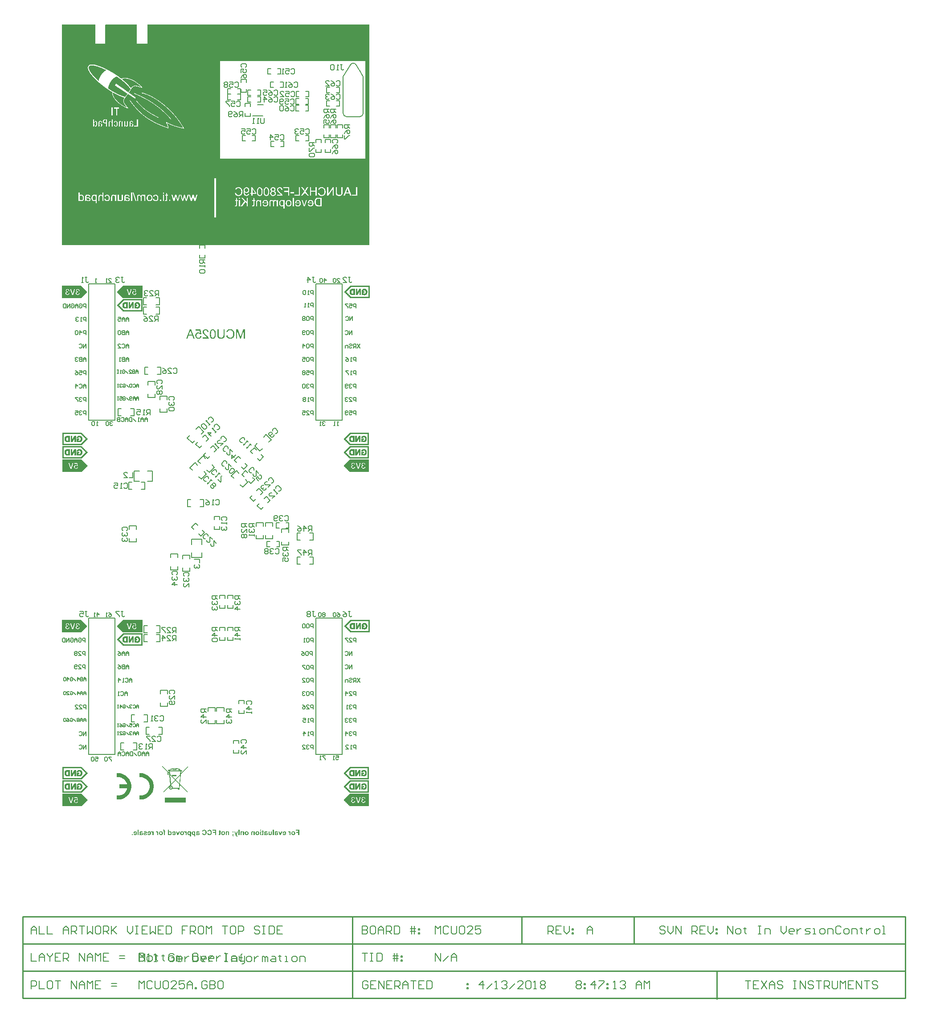
<source format=gbo>
G04 Layer_Color=9218505*
%FSAX25Y25*%
%MOIN*%
G70*
G01*
G75*
%ADD49C,0.00800*%
%ADD50C,0.01000*%
%ADD51C,0.00600*%
%ADD78C,0.00984*%
%ADD80C,0.00787*%
%ADD81C,0.00050*%
%ADD83C,0.00700*%
%ADD155C,0.00541*%
%ADD156C,0.00748*%
%ADD157C,0.00075*%
G36*
X0143534Y0164848D02*
X0143671Y0164825D01*
X0143796Y0164796D01*
X0143905Y0164762D01*
X0143996Y0164728D01*
X0144030Y0164711D01*
X0144065Y0164699D01*
X0144088Y0164688D01*
X0144105Y0164677D01*
X0144116Y0164671D01*
X0144122D01*
X0144236Y0164597D01*
X0144339Y0164511D01*
X0144430Y0164425D01*
X0144504Y0164340D01*
X0144562Y0164266D01*
X0144601Y0164203D01*
X0144619Y0164180D01*
X0144624Y0164163D01*
X0144636Y0164151D01*
Y0164146D01*
X0144693Y0164014D01*
X0144738Y0163889D01*
X0144767Y0163769D01*
X0144790Y0163666D01*
X0144801Y0163569D01*
X0144807Y0163535D01*
Y0163500D01*
X0144813Y0163472D01*
Y0163455D01*
Y0163443D01*
Y0163437D01*
X0144807Y0163266D01*
X0144784Y0163106D01*
X0144756Y0162969D01*
X0144721Y0162849D01*
X0144710Y0162798D01*
X0144693Y0162752D01*
X0144676Y0162712D01*
X0144664Y0162684D01*
X0144653Y0162655D01*
X0144641Y0162638D01*
X0144636Y0162627D01*
Y0162621D01*
X0144562Y0162507D01*
X0144476Y0162404D01*
X0144390Y0162318D01*
X0144305Y0162244D01*
X0144230Y0162193D01*
X0144167Y0162153D01*
X0144145Y0162136D01*
X0144128Y0162124D01*
X0144116Y0162118D01*
X0144110D01*
X0143979Y0162061D01*
X0143848Y0162021D01*
X0143728Y0161987D01*
X0143614Y0161970D01*
X0143517Y0161959D01*
X0143477Y0161953D01*
X0143442D01*
X0143420Y0161947D01*
X0143379D01*
X0143265Y0161953D01*
X0143157Y0161964D01*
X0143054Y0161987D01*
X0142957Y0162010D01*
X0142871Y0162044D01*
X0142786Y0162078D01*
X0142706Y0162113D01*
X0142637Y0162153D01*
X0142574Y0162193D01*
X0142517Y0162227D01*
X0142472Y0162261D01*
X0142432Y0162295D01*
X0142397Y0162318D01*
X0142375Y0162341D01*
X0142363Y0162353D01*
X0142357Y0162358D01*
X0142283Y0162438D01*
X0142220Y0162524D01*
X0142169Y0162610D01*
X0142118Y0162695D01*
X0142078Y0162787D01*
X0142049Y0162872D01*
X0142020Y0162958D01*
X0141998Y0163038D01*
X0141981Y0163112D01*
X0141969Y0163180D01*
X0141958Y0163243D01*
X0141952Y0163301D01*
X0141946Y0163340D01*
Y0163375D01*
Y0163398D01*
Y0163403D01*
X0141952Y0163517D01*
X0141963Y0163626D01*
X0141986Y0163734D01*
X0142009Y0163831D01*
X0142038Y0163923D01*
X0142072Y0164008D01*
X0142112Y0164088D01*
X0142146Y0164157D01*
X0142186Y0164225D01*
X0142226Y0164277D01*
X0142260Y0164328D01*
X0142289Y0164368D01*
X0142312Y0164402D01*
X0142335Y0164425D01*
X0142346Y0164437D01*
X0142352Y0164443D01*
X0142432Y0164517D01*
X0142512Y0164579D01*
X0142597Y0164631D01*
X0142683Y0164682D01*
X0142769Y0164722D01*
X0142854Y0164751D01*
X0142940Y0164779D01*
X0143020Y0164802D01*
X0143094Y0164819D01*
X0143163Y0164831D01*
X0143225Y0164842D01*
X0143282Y0164848D01*
X0143322Y0164854D01*
X0143385D01*
X0143534Y0164848D01*
D02*
G37*
G36*
X0299200Y0640071D02*
Y0623900D01*
X0198700D01*
Y0640071D01*
Y0642194D01*
X0198709Y0642156D01*
X0198729Y0642109D01*
X0198748Y0642032D01*
X0198786Y0641947D01*
X0198824Y0641842D01*
X0198862Y0641737D01*
X0198919Y0641614D01*
X0199052Y0641357D01*
X0199214Y0641100D01*
X0199319Y0640966D01*
X0199424Y0640842D01*
X0199538Y0640719D01*
X0199662Y0640614D01*
X0199671Y0640604D01*
X0199690Y0640595D01*
X0199728Y0640566D01*
X0199785Y0640528D01*
X0199852Y0640490D01*
X0199938Y0640443D01*
X0200023Y0640395D01*
X0200137Y0640347D01*
X0200252Y0640290D01*
X0200385Y0640243D01*
X0200518Y0640195D01*
X0200671Y0640157D01*
X0200833Y0640119D01*
X0200994Y0640090D01*
X0201175Y0640081D01*
X0201356Y0640071D01*
X0201451D01*
X0201527Y0640081D01*
X0201613D01*
X0201718Y0640090D01*
X0201832Y0640109D01*
X0201956Y0640129D01*
X0202222Y0640176D01*
X0202508Y0640252D01*
X0202784Y0640357D01*
X0202917Y0640414D01*
X0203041Y0640490D01*
X0203051Y0640500D01*
X0203070Y0640509D01*
X0203098Y0640538D01*
X0203146Y0640566D01*
X0203203Y0640614D01*
X0203260Y0640662D01*
X0203403Y0640804D01*
X0203565Y0640976D01*
X0203736Y0641185D01*
X0203888Y0641423D01*
X0204031Y0641709D01*
Y0641718D01*
X0204041Y0641747D01*
X0204060Y0641785D01*
X0204079Y0641852D01*
X0204107Y0641918D01*
X0204136Y0642013D01*
X0204165Y0642109D01*
X0204193Y0642223D01*
X0204231Y0642347D01*
X0204260Y0642480D01*
X0204307Y0642775D01*
X0204345Y0643089D01*
X0204364Y0643432D01*
Y0643441D01*
Y0643479D01*
Y0643527D01*
X0204355Y0643603D01*
Y0643689D01*
X0204345Y0643784D01*
X0204336Y0643898D01*
X0204317Y0644022D01*
X0204269Y0644298D01*
X0204203Y0644593D01*
X0204107Y0644888D01*
X0203984Y0645174D01*
Y0645184D01*
X0203965Y0645203D01*
X0203945Y0645241D01*
X0203917Y0645298D01*
X0203869Y0645355D01*
X0203822Y0645431D01*
X0203708Y0645593D01*
X0203555Y0645774D01*
X0203365Y0645964D01*
X0203146Y0646145D01*
X0202898Y0646307D01*
X0202889D01*
X0202870Y0646326D01*
X0202832Y0646345D01*
X0202775Y0646364D01*
X0202708Y0646402D01*
X0202632Y0646431D01*
X0202537Y0646469D01*
X0202441Y0646507D01*
X0202327Y0646535D01*
X0202213Y0646573D01*
X0201946Y0646640D01*
X0201661Y0646678D01*
X0201347Y0646697D01*
X0201251D01*
X0201185Y0646688D01*
X0201099Y0646678D01*
X0201004Y0646669D01*
X0200899Y0646659D01*
X0200775Y0646640D01*
X0200528Y0646573D01*
X0200252Y0646488D01*
X0200118Y0646431D01*
X0199985Y0646364D01*
X0199852Y0646288D01*
X0199728Y0646202D01*
X0199719Y0646193D01*
X0199700Y0646183D01*
X0199662Y0646155D01*
X0199623Y0646116D01*
X0199566Y0646059D01*
X0199509Y0646002D01*
X0199443Y0645926D01*
X0199366Y0645850D01*
X0199290Y0645755D01*
X0199214Y0645650D01*
X0199138Y0645545D01*
X0199062Y0645422D01*
X0198986Y0645288D01*
X0198919Y0645146D01*
X0198862Y0644993D01*
X0198805Y0644831D01*
X0199643Y0644631D01*
Y0644641D01*
X0199652Y0644660D01*
X0199662Y0644698D01*
X0199681Y0644746D01*
X0199709Y0644803D01*
X0199738Y0644869D01*
X0199814Y0645022D01*
X0199899Y0645184D01*
X0200014Y0645355D01*
X0200147Y0645517D01*
X0200299Y0645650D01*
X0200318Y0645660D01*
X0200376Y0645698D01*
X0200461Y0645755D01*
X0200585Y0645812D01*
X0200737Y0645869D01*
X0200918Y0645926D01*
X0201128Y0645964D01*
X0201356Y0645974D01*
X0201432D01*
X0201480Y0645964D01*
X0201547D01*
X0201613Y0645955D01*
X0201784Y0645926D01*
X0201984Y0645888D01*
X0202194Y0645821D01*
X0202394Y0645736D01*
X0202594Y0645612D01*
X0202603D01*
X0202613Y0645593D01*
X0202670Y0645545D01*
X0202765Y0645469D01*
X0202870Y0645365D01*
X0202984Y0645222D01*
X0203098Y0645060D01*
X0203203Y0644869D01*
X0203289Y0644660D01*
Y0644651D01*
X0203298Y0644631D01*
X0203308Y0644603D01*
X0203317Y0644555D01*
X0203336Y0644508D01*
X0203355Y0644441D01*
X0203384Y0644289D01*
X0203422Y0644098D01*
X0203460Y0643889D01*
X0203479Y0643670D01*
X0203489Y0643432D01*
Y0643422D01*
Y0643394D01*
Y0643356D01*
Y0643299D01*
X0203479Y0643223D01*
Y0643137D01*
X0203469Y0643051D01*
X0203460Y0642946D01*
X0203431Y0642727D01*
X0203384Y0642480D01*
X0203327Y0642242D01*
X0203251Y0642004D01*
Y0641994D01*
X0203241Y0641975D01*
X0203222Y0641947D01*
X0203203Y0641909D01*
X0203146Y0641794D01*
X0203070Y0641661D01*
X0202965Y0641509D01*
X0202841Y0641366D01*
X0202689Y0641214D01*
X0202518Y0641090D01*
X0202508D01*
X0202499Y0641081D01*
X0202470Y0641061D01*
X0202432Y0641042D01*
X0202327Y0640995D01*
X0202194Y0640947D01*
X0202032Y0640890D01*
X0201842Y0640842D01*
X0201642Y0640804D01*
X0201423Y0640795D01*
X0201356D01*
X0201308Y0640804D01*
X0201242D01*
X0201175Y0640814D01*
X0201004Y0640842D01*
X0200823Y0640900D01*
X0200623Y0640966D01*
X0200414Y0641071D01*
X0200318Y0641128D01*
X0200223Y0641204D01*
X0200214Y0641214D01*
X0200204Y0641223D01*
X0200176Y0641252D01*
X0200147Y0641280D01*
X0200099Y0641328D01*
X0200061Y0641376D01*
X0199957Y0641509D01*
X0199842Y0641680D01*
X0199728Y0641890D01*
X0199623Y0642137D01*
X0199547Y0642423D01*
X0198700Y0642204D01*
Y0653400D01*
X0299200D01*
Y0640071D01*
D02*
G37*
G36*
X0226340Y0163032D02*
X0226334Y0162895D01*
X0226323Y0162769D01*
X0226311Y0162667D01*
X0226289Y0162575D01*
X0226272Y0162507D01*
X0226260Y0162455D01*
X0226249Y0162427D01*
X0226243Y0162415D01*
X0226203Y0162336D01*
X0226152Y0162267D01*
X0226100Y0162210D01*
X0226049Y0162159D01*
X0225997Y0162118D01*
X0225957Y0162090D01*
X0225935Y0162073D01*
X0225923Y0162067D01*
X0225838Y0162027D01*
X0225752Y0161999D01*
X0225666Y0161976D01*
X0225586Y0161964D01*
X0225523Y0161953D01*
X0225466Y0161947D01*
X0225421D01*
X0225318Y0161953D01*
X0225221Y0161964D01*
X0225135Y0161987D01*
X0225055Y0162010D01*
X0224992Y0162033D01*
X0224941Y0162056D01*
X0224913Y0162067D01*
X0224901Y0162073D01*
X0224810Y0162124D01*
X0224730Y0162181D01*
X0224661Y0162238D01*
X0224604Y0162295D01*
X0224559Y0162347D01*
X0224524Y0162387D01*
X0224501Y0162410D01*
X0224496Y0162421D01*
Y0162010D01*
X0223811D01*
Y0164796D01*
X0224547D01*
Y0163620D01*
Y0163512D01*
Y0163415D01*
X0224553Y0163329D01*
X0224559Y0163249D01*
Y0163180D01*
X0224564Y0163118D01*
X0224570Y0163066D01*
X0224576Y0163021D01*
X0224581Y0162981D01*
X0224587Y0162946D01*
X0224593Y0162918D01*
Y0162901D01*
X0224604Y0162872D01*
Y0162866D01*
X0224627Y0162815D01*
X0224661Y0162764D01*
X0224696Y0162724D01*
X0224730Y0162684D01*
X0224758Y0162655D01*
X0224787Y0162632D01*
X0224804Y0162621D01*
X0224810Y0162615D01*
X0224867Y0162581D01*
X0224924Y0162558D01*
X0224981Y0162535D01*
X0225032Y0162524D01*
X0225078Y0162518D01*
X0225112Y0162513D01*
X0225147D01*
X0225204Y0162518D01*
X0225261Y0162524D01*
X0225307Y0162535D01*
X0225346Y0162552D01*
X0225375Y0162564D01*
X0225404Y0162575D01*
X0225415Y0162581D01*
X0225421Y0162587D01*
X0225455Y0162621D01*
X0225484Y0162655D01*
X0225529Y0162724D01*
X0225546Y0162752D01*
X0225558Y0162775D01*
X0225564Y0162792D01*
Y0162798D01*
X0225569Y0162827D01*
X0225575Y0162866D01*
X0225581Y0162912D01*
X0225586Y0162964D01*
X0225592Y0163084D01*
X0225598Y0163209D01*
X0225604Y0163323D01*
Y0163375D01*
Y0163426D01*
Y0163460D01*
Y0163495D01*
Y0163512D01*
Y0163517D01*
Y0164796D01*
X0226340D01*
Y0163032D01*
D02*
G37*
G36*
X0149386Y0164465D02*
X0149449Y0164534D01*
X0149518Y0164591D01*
X0149586Y0164648D01*
X0149655Y0164688D01*
X0149723Y0164728D01*
X0149792Y0164757D01*
X0149917Y0164808D01*
X0149975Y0164819D01*
X0150026Y0164831D01*
X0150072Y0164842D01*
X0150112Y0164848D01*
X0150146Y0164854D01*
X0150191D01*
X0150283Y0164848D01*
X0150374Y0164836D01*
X0150460Y0164819D01*
X0150534Y0164796D01*
X0150683Y0164734D01*
X0150745Y0164705D01*
X0150803Y0164671D01*
X0150854Y0164631D01*
X0150900Y0164602D01*
X0150940Y0164568D01*
X0150974Y0164540D01*
X0150997Y0164517D01*
X0151014Y0164500D01*
X0151025Y0164488D01*
X0151031Y0164482D01*
X0151088Y0164408D01*
X0151139Y0164334D01*
X0151185Y0164248D01*
X0151219Y0164163D01*
X0151254Y0164071D01*
X0151282Y0163980D01*
X0151322Y0163809D01*
X0151333Y0163729D01*
X0151345Y0163654D01*
X0151351Y0163586D01*
X0151356Y0163523D01*
X0151362Y0163478D01*
Y0163437D01*
Y0163415D01*
Y0163409D01*
X0151356Y0163283D01*
X0151345Y0163163D01*
X0151333Y0163055D01*
X0151311Y0162946D01*
X0151282Y0162855D01*
X0151254Y0162764D01*
X0151225Y0162684D01*
X0151191Y0162610D01*
X0151162Y0162547D01*
X0151134Y0162490D01*
X0151105Y0162438D01*
X0151077Y0162404D01*
X0151054Y0162370D01*
X0151042Y0162347D01*
X0151031Y0162336D01*
X0151025Y0162330D01*
X0150957Y0162261D01*
X0150894Y0162204D01*
X0150820Y0162153D01*
X0150751Y0162107D01*
X0150683Y0162073D01*
X0150614Y0162039D01*
X0150483Y0161993D01*
X0150426Y0161981D01*
X0150374Y0161970D01*
X0150323Y0161959D01*
X0150283Y0161953D01*
X0150249Y0161947D01*
X0150203D01*
X0150117Y0161953D01*
X0150032Y0161964D01*
X0149952Y0161981D01*
X0149883Y0162004D01*
X0149826Y0162027D01*
X0149780Y0162044D01*
X0149752Y0162056D01*
X0149740Y0162061D01*
X0149655Y0162107D01*
X0149581Y0162164D01*
X0149506Y0162221D01*
X0149449Y0162284D01*
X0149404Y0162336D01*
X0149364Y0162375D01*
X0149341Y0162404D01*
X0149335Y0162415D01*
Y0162010D01*
X0148650D01*
Y0165853D01*
X0149386D01*
Y0164465D01*
D02*
G37*
G36*
X0176940Y0540349D02*
X0177105Y0540339D01*
X0177270Y0540308D01*
X0177415Y0540277D01*
X0177559Y0540236D01*
X0177693Y0540194D01*
X0177806Y0540153D01*
X0177909Y0540101D01*
X0178013Y0540050D01*
X0178095Y0540009D01*
X0178167Y0539967D01*
X0178229Y0539926D01*
X0178270Y0539895D01*
X0178301Y0539864D01*
X0178322Y0539854D01*
X0178332Y0539844D01*
X0178435Y0539741D01*
X0178528Y0539627D01*
X0178610Y0539514D01*
X0178683Y0539390D01*
X0178806Y0539143D01*
X0178889Y0538905D01*
X0178940Y0538689D01*
X0178961Y0538596D01*
X0178982Y0538514D01*
X0178992Y0538442D01*
X0179002Y0538390D01*
Y0538359D01*
Y0538349D01*
X0178126Y0538256D01*
X0178105Y0538483D01*
X0178064Y0538689D01*
X0178013Y0538864D01*
X0177940Y0539009D01*
X0177878Y0539122D01*
X0177817Y0539205D01*
X0177775Y0539256D01*
X0177765Y0539277D01*
X0177621Y0539400D01*
X0177456Y0539493D01*
X0177291Y0539565D01*
X0177126Y0539607D01*
X0176992Y0539638D01*
X0176878Y0539648D01*
X0176837Y0539658D01*
X0176775D01*
X0176569Y0539648D01*
X0176383Y0539607D01*
X0176229Y0539545D01*
X0176084Y0539483D01*
X0175981Y0539421D01*
X0175899Y0539359D01*
X0175858Y0539318D01*
X0175837Y0539308D01*
X0175713Y0539174D01*
X0175620Y0539029D01*
X0175559Y0538885D01*
X0175507Y0538751D01*
X0175487Y0538627D01*
X0175476Y0538534D01*
X0175466Y0538473D01*
Y0538462D01*
Y0538452D01*
X0175487Y0538266D01*
X0175528Y0538091D01*
X0175590Y0537916D01*
X0175662Y0537751D01*
X0175744Y0537617D01*
X0175806Y0537514D01*
X0175827Y0537472D01*
X0175847Y0537441D01*
X0175868Y0537431D01*
Y0537421D01*
X0175951Y0537318D01*
X0176054Y0537204D01*
X0176157Y0537091D01*
X0176280Y0536967D01*
X0176528Y0536720D01*
X0176786Y0536493D01*
X0177012Y0536276D01*
X0177115Y0536184D01*
X0177208Y0536111D01*
X0177291Y0536050D01*
X0177342Y0535998D01*
X0177383Y0535967D01*
X0177394Y0535957D01*
X0177652Y0535740D01*
X0177878Y0535544D01*
X0178074Y0535359D01*
X0178229Y0535204D01*
X0178353Y0535080D01*
X0178445Y0534988D01*
X0178497Y0534926D01*
X0178518Y0534916D01*
Y0534905D01*
X0178652Y0534740D01*
X0178765Y0534575D01*
X0178858Y0534421D01*
X0178940Y0534276D01*
X0179002Y0534163D01*
X0179043Y0534070D01*
X0179064Y0534008D01*
X0179074Y0533998D01*
Y0533988D01*
X0179105Y0533885D01*
X0179136Y0533771D01*
X0179147Y0533678D01*
X0179157Y0533586D01*
X0179167Y0533513D01*
Y0533452D01*
Y0533410D01*
Y0533400D01*
X0174579D01*
Y0534214D01*
X0177981D01*
X0177868Y0534379D01*
X0177806Y0534462D01*
X0177744Y0534524D01*
X0177693Y0534586D01*
X0177652Y0534627D01*
X0177631Y0534658D01*
X0177621Y0534668D01*
X0177569Y0534720D01*
X0177518Y0534771D01*
X0177373Y0534905D01*
X0177219Y0535050D01*
X0177054Y0535194D01*
X0176889Y0535328D01*
X0176765Y0535441D01*
X0176713Y0535483D01*
X0176672Y0535514D01*
X0176652Y0535534D01*
X0176641Y0535544D01*
X0176476Y0535689D01*
X0176322Y0535823D01*
X0176177Y0535947D01*
X0176054Y0536060D01*
X0175930Y0536173D01*
X0175827Y0536266D01*
X0175724Y0536359D01*
X0175641Y0536441D01*
X0175569Y0536514D01*
X0175507Y0536576D01*
X0175445Y0536637D01*
X0175404Y0536679D01*
X0175353Y0536740D01*
X0175332Y0536761D01*
X0175198Y0536926D01*
X0175074Y0537081D01*
X0174981Y0537225D01*
X0174899Y0537359D01*
X0174837Y0537462D01*
X0174796Y0537534D01*
X0174775Y0537586D01*
X0174765Y0537606D01*
X0174703Y0537761D01*
X0174662Y0537906D01*
X0174631Y0538039D01*
X0174610Y0538173D01*
X0174600Y0538277D01*
X0174590Y0538359D01*
Y0538411D01*
Y0538431D01*
X0174600Y0538586D01*
X0174610Y0538720D01*
X0174641Y0538864D01*
X0174682Y0538988D01*
X0174775Y0539225D01*
X0174878Y0539421D01*
X0174940Y0539503D01*
X0174992Y0539586D01*
X0175043Y0539648D01*
X0175084Y0539699D01*
X0175126Y0539751D01*
X0175157Y0539782D01*
X0175167Y0539792D01*
X0175177Y0539803D01*
X0175291Y0539906D01*
X0175414Y0539988D01*
X0175538Y0540060D01*
X0175662Y0540122D01*
X0175930Y0540225D01*
X0176177Y0540287D01*
X0176301Y0540318D01*
X0176404Y0540328D01*
X0176507Y0540339D01*
X0176590Y0540349D01*
X0176662Y0540359D01*
X0176755D01*
X0176940Y0540349D01*
D02*
G37*
G36*
X0164392Y0164848D02*
X0164484Y0164831D01*
X0164569Y0164814D01*
X0164644Y0164791D01*
X0164706Y0164762D01*
X0164752Y0164745D01*
X0164781Y0164728D01*
X0164792Y0164722D01*
X0164872Y0164671D01*
X0164946Y0164620D01*
X0165003Y0164562D01*
X0165055Y0164505D01*
X0165100Y0164460D01*
X0165129Y0164420D01*
X0165146Y0164397D01*
X0165152Y0164385D01*
Y0164796D01*
X0165837D01*
Y0160954D01*
X0165100D01*
Y0162353D01*
X0165026Y0162273D01*
X0164952Y0162210D01*
X0164889Y0162153D01*
X0164826Y0162113D01*
X0164781Y0162078D01*
X0164746Y0162056D01*
X0164718Y0162044D01*
X0164712Y0162039D01*
X0164638Y0162010D01*
X0164564Y0161987D01*
X0164495Y0161970D01*
X0164432Y0161959D01*
X0164375Y0161953D01*
X0164330Y0161947D01*
X0164289D01*
X0164204Y0161953D01*
X0164118Y0161964D01*
X0164033Y0161981D01*
X0163958Y0162010D01*
X0163816Y0162067D01*
X0163696Y0162141D01*
X0163644Y0162176D01*
X0163599Y0162210D01*
X0163559Y0162238D01*
X0163530Y0162273D01*
X0163502Y0162295D01*
X0163484Y0162313D01*
X0163473Y0162324D01*
X0163467Y0162330D01*
X0163405Y0162404D01*
X0163353Y0162490D01*
X0163307Y0162575D01*
X0163267Y0162661D01*
X0163233Y0162752D01*
X0163210Y0162844D01*
X0163165Y0163021D01*
X0163153Y0163101D01*
X0163142Y0163175D01*
X0163136Y0163243D01*
X0163130Y0163301D01*
X0163125Y0163346D01*
Y0163386D01*
Y0163409D01*
Y0163415D01*
X0163130Y0163540D01*
X0163142Y0163654D01*
X0163159Y0163763D01*
X0163176Y0163866D01*
X0163205Y0163963D01*
X0163233Y0164049D01*
X0163262Y0164128D01*
X0163296Y0164197D01*
X0163330Y0164260D01*
X0163359Y0164317D01*
X0163387Y0164363D01*
X0163416Y0164402D01*
X0163433Y0164431D01*
X0163450Y0164454D01*
X0163462Y0164465D01*
X0163467Y0164471D01*
X0163530Y0164540D01*
X0163599Y0164597D01*
X0163667Y0164648D01*
X0163736Y0164694D01*
X0163810Y0164728D01*
X0163873Y0164762D01*
X0164004Y0164808D01*
X0164061Y0164819D01*
X0164118Y0164831D01*
X0164164Y0164842D01*
X0164210Y0164848D01*
X0164244Y0164854D01*
X0164289D01*
X0164392Y0164848D01*
D02*
G37*
G36*
X0187849Y0165350D02*
Y0164796D01*
X0188186D01*
Y0164208D01*
X0187849D01*
Y0162992D01*
Y0162924D01*
Y0162855D01*
Y0162798D01*
X0187843Y0162747D01*
Y0162655D01*
X0187838Y0162587D01*
X0187832Y0162535D01*
Y0162501D01*
X0187826Y0162478D01*
Y0162472D01*
X0187815Y0162410D01*
X0187798Y0162353D01*
X0187780Y0162301D01*
X0187763Y0162261D01*
X0187746Y0162227D01*
X0187735Y0162204D01*
X0187729Y0162187D01*
X0187723Y0162181D01*
X0187689Y0162147D01*
X0187655Y0162113D01*
X0187581Y0162056D01*
X0187546Y0162039D01*
X0187518Y0162021D01*
X0187495Y0162016D01*
X0187489Y0162010D01*
X0187426Y0161987D01*
X0187364Y0161976D01*
X0187306Y0161964D01*
X0187249Y0161953D01*
X0187204D01*
X0187164Y0161947D01*
X0187129D01*
X0187010Y0161953D01*
X0186901Y0161964D01*
X0186804Y0161981D01*
X0186718Y0162004D01*
X0186644Y0162021D01*
X0186593Y0162039D01*
X0186558Y0162050D01*
X0186547Y0162056D01*
X0186616Y0162627D01*
X0186684Y0162604D01*
X0186741Y0162587D01*
X0186793Y0162575D01*
X0186838Y0162570D01*
X0186867Y0162564D01*
X0186895Y0162558D01*
X0186913D01*
X0186964Y0162564D01*
X0187004Y0162575D01*
X0187027Y0162587D01*
X0187038Y0162592D01*
X0187067Y0162621D01*
X0187084Y0162650D01*
X0187095Y0162672D01*
X0187101Y0162684D01*
Y0162695D01*
X0187107Y0162718D01*
Y0162769D01*
Y0162838D01*
X0187112Y0162907D01*
Y0162975D01*
Y0163032D01*
Y0163049D01*
Y0163066D01*
Y0163078D01*
Y0163084D01*
Y0164208D01*
X0186610D01*
Y0164796D01*
X0187112D01*
Y0165784D01*
X0187849Y0165350D01*
D02*
G37*
G36*
X0173507Y0536679D02*
X0172703Y0536565D01*
X0172631Y0536668D01*
X0172548Y0536771D01*
X0172466Y0536854D01*
X0172383Y0536926D01*
X0172311Y0536978D01*
X0172249Y0537029D01*
X0172208Y0537050D01*
X0172198Y0537060D01*
X0172074Y0537122D01*
X0171940Y0537174D01*
X0171816Y0537204D01*
X0171703Y0537235D01*
X0171600Y0537246D01*
X0171528Y0537256D01*
X0171455D01*
X0171218Y0537235D01*
X0171002Y0537194D01*
X0170816Y0537122D01*
X0170672Y0537050D01*
X0170548Y0536967D01*
X0170455Y0536895D01*
X0170404Y0536854D01*
X0170383Y0536833D01*
X0170249Y0536658D01*
X0170146Y0536472D01*
X0170074Y0536287D01*
X0170022Y0536101D01*
X0169991Y0535936D01*
X0169981Y0535864D01*
Y0535802D01*
X0169971Y0535751D01*
Y0535709D01*
Y0535689D01*
Y0535678D01*
X0169991Y0535410D01*
X0170033Y0535163D01*
X0170105Y0534957D01*
X0170177Y0534782D01*
X0170259Y0534637D01*
X0170332Y0534534D01*
X0170352Y0534503D01*
X0170373Y0534472D01*
X0170393Y0534462D01*
Y0534452D01*
X0170476Y0534369D01*
X0170558Y0534297D01*
X0170734Y0534184D01*
X0170909Y0534101D01*
X0171074Y0534050D01*
X0171218Y0534008D01*
X0171332Y0533998D01*
X0171373Y0533988D01*
X0171435D01*
X0171620Y0533998D01*
X0171785Y0534039D01*
X0171940Y0534091D01*
X0172064Y0534153D01*
X0172167Y0534204D01*
X0172249Y0534256D01*
X0172290Y0534297D01*
X0172311Y0534307D01*
X0172435Y0534441D01*
X0172538Y0534596D01*
X0172610Y0534761D01*
X0172672Y0534926D01*
X0172713Y0535060D01*
X0172744Y0535184D01*
X0172754Y0535225D01*
X0172765Y0535256D01*
Y0535276D01*
Y0535287D01*
X0173662Y0535225D01*
X0173641Y0535060D01*
X0173610Y0534905D01*
X0173517Y0534627D01*
X0173414Y0534390D01*
X0173352Y0534287D01*
X0173291Y0534184D01*
X0173229Y0534101D01*
X0173177Y0534029D01*
X0173126Y0533957D01*
X0173074Y0533905D01*
X0173033Y0533864D01*
X0173002Y0533833D01*
X0172992Y0533823D01*
X0172981Y0533812D01*
X0172868Y0533720D01*
X0172744Y0533637D01*
X0172620Y0533565D01*
X0172486Y0533513D01*
X0172229Y0533410D01*
X0171981Y0533348D01*
X0171868Y0533328D01*
X0171765Y0533318D01*
X0171672Y0533307D01*
X0171589Y0533297D01*
X0171528Y0533287D01*
X0171435D01*
X0171229Y0533297D01*
X0171022Y0533328D01*
X0170837Y0533369D01*
X0170661Y0533421D01*
X0170507Y0533483D01*
X0170352Y0533555D01*
X0170218Y0533627D01*
X0170094Y0533709D01*
X0169981Y0533781D01*
X0169888Y0533854D01*
X0169806Y0533926D01*
X0169744Y0533988D01*
X0169692Y0534050D01*
X0169651Y0534091D01*
X0169630Y0534111D01*
X0169620Y0534122D01*
X0169517Y0534256D01*
X0169434Y0534390D01*
X0169362Y0534524D01*
X0169300Y0534668D01*
X0169197Y0534936D01*
X0169135Y0535194D01*
X0169105Y0535307D01*
X0169094Y0535421D01*
X0169084Y0535514D01*
X0169074Y0535596D01*
X0169063Y0535658D01*
Y0535709D01*
Y0535740D01*
Y0535751D01*
X0169074Y0535936D01*
X0169094Y0536101D01*
X0169125Y0536266D01*
X0169156Y0536421D01*
X0169208Y0536565D01*
X0169259Y0536699D01*
X0169321Y0536823D01*
X0169373Y0536936D01*
X0169434Y0537029D01*
X0169496Y0537122D01*
X0169548Y0537194D01*
X0169589Y0537256D01*
X0169630Y0537308D01*
X0169661Y0537338D01*
X0169682Y0537359D01*
X0169692Y0537369D01*
X0169816Y0537483D01*
X0169940Y0537576D01*
X0170063Y0537668D01*
X0170197Y0537741D01*
X0170332Y0537802D01*
X0170455Y0537854D01*
X0170692Y0537926D01*
X0170806Y0537957D01*
X0170909Y0537978D01*
X0171002Y0537988D01*
X0171074Y0537998D01*
X0171136Y0538009D01*
X0171352D01*
X0171476Y0537988D01*
X0171713Y0537936D01*
X0171940Y0537864D01*
X0172136Y0537792D01*
X0172301Y0537710D01*
X0172363Y0537668D01*
X0172424Y0537637D01*
X0172466Y0537606D01*
X0172497Y0537586D01*
X0172517Y0537576D01*
X0172528Y0537565D01*
X0172156Y0539431D01*
X0169393D01*
Y0540246D01*
X0172837D01*
X0173507Y0536679D01*
D02*
G37*
G36*
X0124291Y0164848D02*
X0124388Y0164836D01*
X0124479Y0164819D01*
X0124565Y0164791D01*
X0124645Y0164762D01*
X0124719Y0164728D01*
X0124788Y0164694D01*
X0124850Y0164659D01*
X0124908Y0164620D01*
X0124959Y0164585D01*
X0124999Y0164551D01*
X0125039Y0164522D01*
X0125067Y0164494D01*
X0125085Y0164477D01*
X0125096Y0164465D01*
X0125102Y0164460D01*
X0125165Y0164385D01*
X0125222Y0164300D01*
X0125267Y0164214D01*
X0125307Y0164123D01*
X0125342Y0164031D01*
X0125376Y0163946D01*
X0125416Y0163769D01*
X0125433Y0163689D01*
X0125444Y0163614D01*
X0125450Y0163546D01*
X0125456Y0163489D01*
X0125461Y0163443D01*
Y0163403D01*
Y0163380D01*
Y0163375D01*
X0125456Y0163272D01*
X0125450Y0163169D01*
X0125439Y0163072D01*
X0125416Y0162981D01*
X0125399Y0162901D01*
X0125376Y0162821D01*
X0125347Y0162747D01*
X0125324Y0162684D01*
X0125296Y0162621D01*
X0125273Y0162570D01*
X0125250Y0162524D01*
X0125227Y0162490D01*
X0125210Y0162461D01*
X0125199Y0162438D01*
X0125193Y0162427D01*
X0125187Y0162421D01*
X0125119Y0162336D01*
X0125039Y0162267D01*
X0124959Y0162204D01*
X0124873Y0162147D01*
X0124782Y0162101D01*
X0124696Y0162061D01*
X0124605Y0162033D01*
X0124519Y0162004D01*
X0124439Y0161987D01*
X0124360Y0161970D01*
X0124291Y0161964D01*
X0124234Y0161953D01*
X0124182D01*
X0124148Y0161947D01*
X0124114D01*
X0123948Y0161959D01*
X0123800Y0161981D01*
X0123674Y0162010D01*
X0123560Y0162050D01*
X0123514Y0162067D01*
X0123474Y0162090D01*
X0123440Y0162107D01*
X0123406Y0162118D01*
X0123383Y0162136D01*
X0123366Y0162141D01*
X0123360Y0162153D01*
X0123354D01*
X0123246Y0162238D01*
X0123155Y0162341D01*
X0123075Y0162438D01*
X0123012Y0162541D01*
X0122966Y0162632D01*
X0122943Y0162667D01*
X0122932Y0162701D01*
X0122921Y0162730D01*
X0122909Y0162752D01*
X0122903Y0162764D01*
Y0162769D01*
X0123640Y0162895D01*
X0123669Y0162821D01*
X0123697Y0162758D01*
X0123726Y0162707D01*
X0123754Y0162661D01*
X0123783Y0162627D01*
X0123806Y0162604D01*
X0123817Y0162592D01*
X0123823Y0162587D01*
X0123868Y0162558D01*
X0123914Y0162535D01*
X0123966Y0162518D01*
X0124005Y0162507D01*
X0124045Y0162501D01*
X0124080Y0162495D01*
X0124108D01*
X0124200Y0162501D01*
X0124285Y0162524D01*
X0124354Y0162552D01*
X0124417Y0162587D01*
X0124468Y0162615D01*
X0124508Y0162644D01*
X0124531Y0162667D01*
X0124537Y0162672D01*
X0124594Y0162747D01*
X0124634Y0162832D01*
X0124662Y0162918D01*
X0124685Y0162998D01*
X0124696Y0163072D01*
X0124702Y0163129D01*
X0124708Y0163152D01*
Y0163169D01*
Y0163180D01*
Y0163186D01*
X0122863D01*
Y0163340D01*
X0122875Y0163483D01*
X0122892Y0163614D01*
X0122915Y0163740D01*
X0122938Y0163854D01*
X0122966Y0163957D01*
X0123001Y0164049D01*
X0123035Y0164134D01*
X0123069Y0164203D01*
X0123098Y0164266D01*
X0123126Y0164323D01*
X0123155Y0164363D01*
X0123178Y0164397D01*
X0123195Y0164425D01*
X0123206Y0164437D01*
X0123212Y0164443D01*
X0123280Y0164517D01*
X0123354Y0164579D01*
X0123434Y0164631D01*
X0123514Y0164682D01*
X0123594Y0164722D01*
X0123674Y0164751D01*
X0123754Y0164779D01*
X0123834Y0164802D01*
X0123903Y0164819D01*
X0123971Y0164831D01*
X0124034Y0164842D01*
X0124085Y0164848D01*
X0124131Y0164854D01*
X0124188D01*
X0124291Y0164848D01*
D02*
G37*
G36*
X0134740D02*
X0134837Y0164836D01*
X0134929Y0164819D01*
X0135014Y0164791D01*
X0135094Y0164762D01*
X0135169Y0164728D01*
X0135237Y0164694D01*
X0135300Y0164659D01*
X0135357Y0164620D01*
X0135408Y0164585D01*
X0135448Y0164551D01*
X0135488Y0164522D01*
X0135517Y0164494D01*
X0135534Y0164477D01*
X0135545Y0164465D01*
X0135551Y0164460D01*
X0135614Y0164385D01*
X0135671Y0164300D01*
X0135717Y0164214D01*
X0135757Y0164123D01*
X0135791Y0164031D01*
X0135825Y0163946D01*
X0135865Y0163769D01*
X0135882Y0163689D01*
X0135894Y0163614D01*
X0135899Y0163546D01*
X0135905Y0163489D01*
X0135911Y0163443D01*
Y0163403D01*
Y0163380D01*
Y0163375D01*
X0135905Y0163272D01*
X0135899Y0163169D01*
X0135888Y0163072D01*
X0135865Y0162981D01*
X0135848Y0162901D01*
X0135825Y0162821D01*
X0135797Y0162747D01*
X0135774Y0162684D01*
X0135745Y0162621D01*
X0135722Y0162570D01*
X0135699Y0162524D01*
X0135677Y0162490D01*
X0135660Y0162461D01*
X0135648Y0162438D01*
X0135642Y0162427D01*
X0135637Y0162421D01*
X0135568Y0162336D01*
X0135488Y0162267D01*
X0135408Y0162204D01*
X0135323Y0162147D01*
X0135231Y0162101D01*
X0135146Y0162061D01*
X0135054Y0162033D01*
X0134969Y0162004D01*
X0134889Y0161987D01*
X0134809Y0161970D01*
X0134740Y0161964D01*
X0134683Y0161953D01*
X0134632D01*
X0134598Y0161947D01*
X0134563D01*
X0134398Y0161959D01*
X0134249Y0161981D01*
X0134124Y0162010D01*
X0134009Y0162050D01*
X0133964Y0162067D01*
X0133924Y0162090D01*
X0133889Y0162107D01*
X0133855Y0162118D01*
X0133832Y0162136D01*
X0133815Y0162141D01*
X0133809Y0162153D01*
X0133804D01*
X0133695Y0162238D01*
X0133604Y0162341D01*
X0133524Y0162438D01*
X0133461Y0162541D01*
X0133415Y0162632D01*
X0133393Y0162667D01*
X0133381Y0162701D01*
X0133370Y0162730D01*
X0133358Y0162752D01*
X0133353Y0162764D01*
Y0162769D01*
X0134089Y0162895D01*
X0134118Y0162821D01*
X0134146Y0162758D01*
X0134175Y0162707D01*
X0134204Y0162661D01*
X0134232Y0162627D01*
X0134255Y0162604D01*
X0134266Y0162592D01*
X0134272Y0162587D01*
X0134318Y0162558D01*
X0134363Y0162535D01*
X0134415Y0162518D01*
X0134455Y0162507D01*
X0134495Y0162501D01*
X0134529Y0162495D01*
X0134557D01*
X0134649Y0162501D01*
X0134734Y0162524D01*
X0134803Y0162552D01*
X0134866Y0162587D01*
X0134917Y0162615D01*
X0134957Y0162644D01*
X0134980Y0162667D01*
X0134986Y0162672D01*
X0135043Y0162747D01*
X0135083Y0162832D01*
X0135111Y0162918D01*
X0135134Y0162998D01*
X0135146Y0163072D01*
X0135151Y0163129D01*
X0135157Y0163152D01*
Y0163169D01*
Y0163180D01*
Y0163186D01*
X0133313D01*
Y0163340D01*
X0133324Y0163483D01*
X0133341Y0163614D01*
X0133364Y0163740D01*
X0133387Y0163854D01*
X0133415Y0163957D01*
X0133450Y0164049D01*
X0133484Y0164134D01*
X0133518Y0164203D01*
X0133547Y0164266D01*
X0133575Y0164323D01*
X0133604Y0164363D01*
X0133627Y0164397D01*
X0133644Y0164425D01*
X0133655Y0164437D01*
X0133661Y0164443D01*
X0133730Y0164517D01*
X0133804Y0164579D01*
X0133884Y0164631D01*
X0133964Y0164682D01*
X0134044Y0164722D01*
X0134124Y0164751D01*
X0134204Y0164779D01*
X0134283Y0164802D01*
X0134352Y0164819D01*
X0134421Y0164831D01*
X0134483Y0164842D01*
X0134535Y0164848D01*
X0134580Y0164854D01*
X0134637D01*
X0134740Y0164848D01*
D02*
G37*
G36*
X0190047D02*
X0190184Y0164825D01*
X0190310Y0164796D01*
X0190419Y0164762D01*
X0190510Y0164728D01*
X0190544Y0164711D01*
X0190578Y0164699D01*
X0190601Y0164688D01*
X0190618Y0164677D01*
X0190630Y0164671D01*
X0190635D01*
X0190750Y0164597D01*
X0190852Y0164511D01*
X0190944Y0164425D01*
X0191018Y0164340D01*
X0191075Y0164266D01*
X0191115Y0164203D01*
X0191132Y0164180D01*
X0191138Y0164163D01*
X0191149Y0164151D01*
Y0164146D01*
X0191206Y0164014D01*
X0191252Y0163889D01*
X0191281Y0163769D01*
X0191304Y0163666D01*
X0191315Y0163569D01*
X0191321Y0163535D01*
Y0163500D01*
X0191326Y0163472D01*
Y0163455D01*
Y0163443D01*
Y0163437D01*
X0191321Y0163266D01*
X0191298Y0163106D01*
X0191269Y0162969D01*
X0191235Y0162849D01*
X0191224Y0162798D01*
X0191206Y0162752D01*
X0191189Y0162712D01*
X0191178Y0162684D01*
X0191166Y0162655D01*
X0191155Y0162638D01*
X0191149Y0162627D01*
Y0162621D01*
X0191075Y0162507D01*
X0190989Y0162404D01*
X0190904Y0162318D01*
X0190818Y0162244D01*
X0190744Y0162193D01*
X0190681Y0162153D01*
X0190658Y0162136D01*
X0190641Y0162124D01*
X0190630Y0162118D01*
X0190624D01*
X0190493Y0162061D01*
X0190361Y0162021D01*
X0190242Y0161987D01*
X0190127Y0161970D01*
X0190030Y0161959D01*
X0189990Y0161953D01*
X0189956D01*
X0189933Y0161947D01*
X0189893D01*
X0189779Y0161953D01*
X0189671Y0161964D01*
X0189568Y0161987D01*
X0189471Y0162010D01*
X0189385Y0162044D01*
X0189299Y0162078D01*
X0189219Y0162113D01*
X0189151Y0162153D01*
X0189088Y0162193D01*
X0189031Y0162227D01*
X0188985Y0162261D01*
X0188945Y0162295D01*
X0188911Y0162318D01*
X0188888Y0162341D01*
X0188877Y0162353D01*
X0188871Y0162358D01*
X0188797Y0162438D01*
X0188734Y0162524D01*
X0188683Y0162610D01*
X0188631Y0162695D01*
X0188591Y0162787D01*
X0188563Y0162872D01*
X0188534Y0162958D01*
X0188511Y0163038D01*
X0188494Y0163112D01*
X0188483Y0163180D01*
X0188471Y0163243D01*
X0188466Y0163301D01*
X0188460Y0163340D01*
Y0163375D01*
Y0163398D01*
Y0163403D01*
X0188466Y0163517D01*
X0188477Y0163626D01*
X0188500Y0163734D01*
X0188523Y0163831D01*
X0188551Y0163923D01*
X0188586Y0164008D01*
X0188626Y0164088D01*
X0188660Y0164157D01*
X0188700Y0164225D01*
X0188740Y0164277D01*
X0188774Y0164328D01*
X0188803Y0164368D01*
X0188825Y0164402D01*
X0188848Y0164425D01*
X0188860Y0164437D01*
X0188865Y0164443D01*
X0188945Y0164517D01*
X0189025Y0164579D01*
X0189111Y0164631D01*
X0189197Y0164682D01*
X0189282Y0164722D01*
X0189368Y0164751D01*
X0189453Y0164779D01*
X0189533Y0164802D01*
X0189608Y0164819D01*
X0189676Y0164831D01*
X0189739Y0164842D01*
X0189796Y0164848D01*
X0189836Y0164854D01*
X0189899D01*
X0190047Y0164848D01*
D02*
G37*
G36*
X0159339D02*
X0159476Y0164825D01*
X0159602Y0164796D01*
X0159710Y0164762D01*
X0159801Y0164728D01*
X0159836Y0164711D01*
X0159870Y0164699D01*
X0159893Y0164688D01*
X0159910Y0164677D01*
X0159921Y0164671D01*
X0159927D01*
X0160041Y0164597D01*
X0160144Y0164511D01*
X0160235Y0164425D01*
X0160310Y0164340D01*
X0160367Y0164266D01*
X0160407Y0164203D01*
X0160424Y0164180D01*
X0160430Y0164163D01*
X0160441Y0164151D01*
Y0164146D01*
X0160498Y0164014D01*
X0160544Y0163889D01*
X0160572Y0163769D01*
X0160595Y0163666D01*
X0160607Y0163569D01*
X0160612Y0163535D01*
Y0163500D01*
X0160618Y0163472D01*
Y0163455D01*
Y0163443D01*
Y0163437D01*
X0160612Y0163266D01*
X0160589Y0163106D01*
X0160561Y0162969D01*
X0160527Y0162849D01*
X0160515Y0162798D01*
X0160498Y0162752D01*
X0160481Y0162712D01*
X0160469Y0162684D01*
X0160458Y0162655D01*
X0160447Y0162638D01*
X0160441Y0162627D01*
Y0162621D01*
X0160367Y0162507D01*
X0160281Y0162404D01*
X0160195Y0162318D01*
X0160110Y0162244D01*
X0160036Y0162193D01*
X0159973Y0162153D01*
X0159950Y0162136D01*
X0159933Y0162124D01*
X0159921Y0162118D01*
X0159916D01*
X0159784Y0162061D01*
X0159653Y0162021D01*
X0159533Y0161987D01*
X0159419Y0161970D01*
X0159322Y0161959D01*
X0159282Y0161953D01*
X0159248D01*
X0159225Y0161947D01*
X0159185D01*
X0159071Y0161953D01*
X0158962Y0161964D01*
X0158859Y0161987D01*
X0158762Y0162010D01*
X0158677Y0162044D01*
X0158591Y0162078D01*
X0158511Y0162113D01*
X0158442Y0162153D01*
X0158380Y0162193D01*
X0158323Y0162227D01*
X0158277Y0162261D01*
X0158237Y0162295D01*
X0158203Y0162318D01*
X0158180Y0162341D01*
X0158168Y0162353D01*
X0158163Y0162358D01*
X0158088Y0162438D01*
X0158026Y0162524D01*
X0157974Y0162610D01*
X0157923Y0162695D01*
X0157883Y0162787D01*
X0157854Y0162872D01*
X0157826Y0162958D01*
X0157803Y0163038D01*
X0157786Y0163112D01*
X0157774Y0163180D01*
X0157763Y0163243D01*
X0157757Y0163301D01*
X0157752Y0163340D01*
Y0163375D01*
Y0163398D01*
Y0163403D01*
X0157757Y0163517D01*
X0157769Y0163626D01*
X0157791Y0163734D01*
X0157814Y0163831D01*
X0157843Y0163923D01*
X0157877Y0164008D01*
X0157917Y0164088D01*
X0157951Y0164157D01*
X0157991Y0164225D01*
X0158031Y0164277D01*
X0158066Y0164328D01*
X0158094Y0164368D01*
X0158117Y0164402D01*
X0158140Y0164425D01*
X0158151Y0164437D01*
X0158157Y0164443D01*
X0158237Y0164517D01*
X0158317Y0164579D01*
X0158403Y0164631D01*
X0158488Y0164682D01*
X0158574Y0164722D01*
X0158659Y0164751D01*
X0158745Y0164779D01*
X0158825Y0164802D01*
X0158899Y0164819D01*
X0158968Y0164831D01*
X0159031Y0164842D01*
X0159088Y0164848D01*
X0159128Y0164854D01*
X0159190D01*
X0159339Y0164848D01*
D02*
G37*
G36*
X0206200Y0533400D02*
X0205313D01*
Y0539308D01*
X0203313Y0533400D01*
X0202488D01*
X0200457Y0539205D01*
Y0533400D01*
X0199571D01*
Y0540339D01*
X0200808D01*
X0202478Y0535503D01*
X0202561Y0535246D01*
X0202643Y0535019D01*
X0202705Y0534833D01*
X0202757Y0534668D01*
X0202798Y0534544D01*
X0202829Y0534462D01*
X0202839Y0534410D01*
X0202849Y0534390D01*
X0202890Y0534534D01*
X0202942Y0534699D01*
X0202994Y0534874D01*
X0203055Y0535039D01*
X0203097Y0535184D01*
X0203138Y0535307D01*
X0203158Y0535359D01*
X0203169Y0535390D01*
X0203179Y0535410D01*
Y0535421D01*
X0204819Y0540339D01*
X0206200D01*
Y0533400D01*
D02*
G37*
G36*
X0235824Y0164848D02*
X0235922Y0164836D01*
X0236013Y0164819D01*
X0236099Y0164791D01*
X0236178Y0164762D01*
X0236253Y0164728D01*
X0236321Y0164694D01*
X0236384Y0164659D01*
X0236441Y0164620D01*
X0236492Y0164585D01*
X0236532Y0164551D01*
X0236572Y0164522D01*
X0236601Y0164494D01*
X0236618Y0164477D01*
X0236630Y0164465D01*
X0236635Y0164460D01*
X0236698Y0164385D01*
X0236755Y0164300D01*
X0236801Y0164214D01*
X0236841Y0164123D01*
X0236875Y0164031D01*
X0236909Y0163946D01*
X0236949Y0163769D01*
X0236966Y0163689D01*
X0236978Y0163614D01*
X0236983Y0163546D01*
X0236989Y0163489D01*
X0236995Y0163443D01*
Y0163403D01*
Y0163380D01*
Y0163375D01*
X0236989Y0163272D01*
X0236983Y0163169D01*
X0236972Y0163072D01*
X0236949Y0162981D01*
X0236932Y0162901D01*
X0236909Y0162821D01*
X0236881Y0162747D01*
X0236858Y0162684D01*
X0236829Y0162621D01*
X0236807Y0162570D01*
X0236784Y0162524D01*
X0236761Y0162490D01*
X0236744Y0162461D01*
X0236732Y0162438D01*
X0236727Y0162427D01*
X0236721Y0162421D01*
X0236652Y0162336D01*
X0236572Y0162267D01*
X0236492Y0162204D01*
X0236407Y0162147D01*
X0236315Y0162101D01*
X0236230Y0162061D01*
X0236138Y0162033D01*
X0236053Y0162004D01*
X0235973Y0161987D01*
X0235893Y0161970D01*
X0235824Y0161964D01*
X0235767Y0161953D01*
X0235716D01*
X0235682Y0161947D01*
X0235647D01*
X0235482Y0161959D01*
X0235333Y0161981D01*
X0235208Y0162010D01*
X0235093Y0162050D01*
X0235048Y0162067D01*
X0235008Y0162090D01*
X0234974Y0162107D01*
X0234939Y0162118D01*
X0234916Y0162136D01*
X0234899Y0162141D01*
X0234894Y0162153D01*
X0234888D01*
X0234780Y0162238D01*
X0234688Y0162341D01*
X0234608Y0162438D01*
X0234545Y0162541D01*
X0234500Y0162632D01*
X0234477Y0162667D01*
X0234465Y0162701D01*
X0234454Y0162730D01*
X0234443Y0162752D01*
X0234437Y0162764D01*
Y0162769D01*
X0235174Y0162895D01*
X0235202Y0162821D01*
X0235230Y0162758D01*
X0235259Y0162707D01*
X0235288Y0162661D01*
X0235316Y0162627D01*
X0235339Y0162604D01*
X0235350Y0162592D01*
X0235356Y0162587D01*
X0235402Y0162558D01*
X0235448Y0162535D01*
X0235499Y0162518D01*
X0235539Y0162507D01*
X0235579Y0162501D01*
X0235613Y0162495D01*
X0235642D01*
X0235733Y0162501D01*
X0235819Y0162524D01*
X0235887Y0162552D01*
X0235950Y0162587D01*
X0236001Y0162615D01*
X0236041Y0162644D01*
X0236064Y0162667D01*
X0236070Y0162672D01*
X0236127Y0162747D01*
X0236167Y0162832D01*
X0236195Y0162918D01*
X0236218Y0162998D01*
X0236230Y0163072D01*
X0236235Y0163129D01*
X0236241Y0163152D01*
Y0163169D01*
Y0163180D01*
Y0163186D01*
X0234397D01*
Y0163340D01*
X0234408Y0163483D01*
X0234425Y0163614D01*
X0234448Y0163740D01*
X0234471Y0163854D01*
X0234500Y0163957D01*
X0234534Y0164049D01*
X0234568Y0164134D01*
X0234602Y0164203D01*
X0234631Y0164266D01*
X0234660Y0164323D01*
X0234688Y0164363D01*
X0234711Y0164397D01*
X0234728Y0164425D01*
X0234739Y0164437D01*
X0234745Y0164443D01*
X0234814Y0164517D01*
X0234888Y0164579D01*
X0234968Y0164631D01*
X0235048Y0164682D01*
X0235128Y0164722D01*
X0235208Y0164751D01*
X0235288Y0164779D01*
X0235368Y0164802D01*
X0235436Y0164819D01*
X0235505Y0164831D01*
X0235567Y0164842D01*
X0235619Y0164848D01*
X0235665Y0164854D01*
X0235722D01*
X0235824Y0164848D01*
D02*
G37*
G36*
X0153229D02*
X0153326Y0164836D01*
X0153418Y0164819D01*
X0153503Y0164791D01*
X0153583Y0164762D01*
X0153657Y0164728D01*
X0153726Y0164694D01*
X0153789Y0164659D01*
X0153846Y0164620D01*
X0153897Y0164585D01*
X0153937Y0164551D01*
X0153977Y0164522D01*
X0154006Y0164494D01*
X0154023Y0164477D01*
X0154034Y0164465D01*
X0154040Y0164460D01*
X0154103Y0164385D01*
X0154160Y0164300D01*
X0154206Y0164214D01*
X0154246Y0164123D01*
X0154280Y0164031D01*
X0154314Y0163946D01*
X0154354Y0163769D01*
X0154371Y0163689D01*
X0154383Y0163614D01*
X0154388Y0163546D01*
X0154394Y0163489D01*
X0154400Y0163443D01*
Y0163403D01*
Y0163380D01*
Y0163375D01*
X0154394Y0163272D01*
X0154388Y0163169D01*
X0154377Y0163072D01*
X0154354Y0162981D01*
X0154337Y0162901D01*
X0154314Y0162821D01*
X0154286Y0162747D01*
X0154263Y0162684D01*
X0154234Y0162621D01*
X0154211Y0162570D01*
X0154189Y0162524D01*
X0154166Y0162490D01*
X0154149Y0162461D01*
X0154137Y0162438D01*
X0154131Y0162427D01*
X0154126Y0162421D01*
X0154057Y0162336D01*
X0153977Y0162267D01*
X0153897Y0162204D01*
X0153812Y0162147D01*
X0153720Y0162101D01*
X0153635Y0162061D01*
X0153543Y0162033D01*
X0153458Y0162004D01*
X0153378Y0161987D01*
X0153298Y0161970D01*
X0153229Y0161964D01*
X0153172Y0161953D01*
X0153121D01*
X0153086Y0161947D01*
X0153052D01*
X0152887Y0161959D01*
X0152738Y0161981D01*
X0152613Y0162010D01*
X0152498Y0162050D01*
X0152453Y0162067D01*
X0152413Y0162090D01*
X0152378Y0162107D01*
X0152344Y0162118D01*
X0152321Y0162136D01*
X0152304Y0162141D01*
X0152298Y0162153D01*
X0152293D01*
X0152184Y0162238D01*
X0152093Y0162341D01*
X0152013Y0162438D01*
X0151950Y0162541D01*
X0151904Y0162632D01*
X0151882Y0162667D01*
X0151870Y0162701D01*
X0151859Y0162730D01*
X0151847Y0162752D01*
X0151842Y0162764D01*
Y0162769D01*
X0152578Y0162895D01*
X0152607Y0162821D01*
X0152635Y0162758D01*
X0152664Y0162707D01*
X0152692Y0162661D01*
X0152721Y0162627D01*
X0152744Y0162604D01*
X0152755Y0162592D01*
X0152761Y0162587D01*
X0152807Y0162558D01*
X0152852Y0162535D01*
X0152904Y0162518D01*
X0152944Y0162507D01*
X0152984Y0162501D01*
X0153018Y0162495D01*
X0153047D01*
X0153138Y0162501D01*
X0153224Y0162524D01*
X0153292Y0162552D01*
X0153355Y0162587D01*
X0153406Y0162615D01*
X0153446Y0162644D01*
X0153469Y0162667D01*
X0153475Y0162672D01*
X0153532Y0162747D01*
X0153572Y0162832D01*
X0153600Y0162918D01*
X0153623Y0162998D01*
X0153635Y0163072D01*
X0153640Y0163129D01*
X0153646Y0163152D01*
Y0163169D01*
Y0163180D01*
Y0163186D01*
X0151802D01*
Y0163340D01*
X0151813Y0163483D01*
X0151830Y0163614D01*
X0151853Y0163740D01*
X0151876Y0163854D01*
X0151904Y0163957D01*
X0151939Y0164049D01*
X0151973Y0164134D01*
X0152007Y0164203D01*
X0152036Y0164266D01*
X0152064Y0164323D01*
X0152093Y0164363D01*
X0152116Y0164397D01*
X0152133Y0164425D01*
X0152144Y0164437D01*
X0152150Y0164443D01*
X0152219Y0164517D01*
X0152293Y0164579D01*
X0152373Y0164631D01*
X0152453Y0164682D01*
X0152533Y0164722D01*
X0152613Y0164751D01*
X0152692Y0164779D01*
X0152772Y0164802D01*
X0152841Y0164819D01*
X0152910Y0164831D01*
X0152972Y0164842D01*
X0153024Y0164848D01*
X0153069Y0164854D01*
X0153127D01*
X0153229Y0164848D01*
D02*
G37*
G36*
X0191086Y0536328D02*
Y0536132D01*
X0191075Y0535936D01*
X0191065Y0535761D01*
X0191044Y0535586D01*
X0191024Y0535431D01*
X0191003Y0535297D01*
X0190982Y0535163D01*
X0190952Y0535039D01*
X0190931Y0534936D01*
X0190910Y0534843D01*
X0190890Y0534771D01*
X0190869Y0534699D01*
X0190848Y0534648D01*
X0190838Y0534617D01*
X0190828Y0534596D01*
Y0534586D01*
X0190714Y0534359D01*
X0190580Y0534173D01*
X0190426Y0533998D01*
X0190281Y0533864D01*
X0190147Y0533761D01*
X0190044Y0533678D01*
X0190003Y0533647D01*
X0189972Y0533637D01*
X0189951Y0533616D01*
X0189941D01*
X0189694Y0533503D01*
X0189426Y0533431D01*
X0189168Y0533369D01*
X0188910Y0533328D01*
X0188797Y0533318D01*
X0188683Y0533307D01*
X0188591Y0533297D01*
X0188508D01*
X0188436Y0533287D01*
X0188343D01*
X0187982Y0533307D01*
X0187817Y0533318D01*
X0187673Y0533348D01*
X0187529Y0533379D01*
X0187395Y0533410D01*
X0187271Y0533441D01*
X0187157Y0533483D01*
X0187054Y0533513D01*
X0186972Y0533544D01*
X0186900Y0533575D01*
X0186838Y0533606D01*
X0186786Y0533637D01*
X0186755Y0533647D01*
X0186735Y0533668D01*
X0186724D01*
X0186508Y0533823D01*
X0186333Y0533988D01*
X0186178Y0534153D01*
X0186065Y0534307D01*
X0185972Y0534452D01*
X0185910Y0534565D01*
X0185889Y0534606D01*
X0185879Y0534637D01*
X0185869Y0534658D01*
Y0534668D01*
X0185786Y0534916D01*
X0185735Y0535194D01*
X0185693Y0535462D01*
X0185662Y0535730D01*
X0185652Y0535854D01*
X0185642Y0535967D01*
Y0536070D01*
X0185632Y0536153D01*
Y0536225D01*
Y0536287D01*
Y0536318D01*
Y0536328D01*
Y0540339D01*
X0186549D01*
Y0536328D01*
Y0536091D01*
X0186570Y0535885D01*
X0186590Y0535678D01*
X0186621Y0535503D01*
X0186652Y0535349D01*
X0186683Y0535204D01*
X0186724Y0535070D01*
X0186766Y0534957D01*
X0186807Y0534864D01*
X0186848Y0534782D01*
X0186879Y0534709D01*
X0186910Y0534658D01*
X0186941Y0534617D01*
X0186961Y0534586D01*
X0186972Y0534575D01*
X0186982Y0534565D01*
X0187065Y0534482D01*
X0187168Y0534421D01*
X0187395Y0534307D01*
X0187632Y0534225D01*
X0187869Y0534173D01*
X0188085Y0534132D01*
X0188178Y0534122D01*
X0188261D01*
X0188333Y0534111D01*
X0188426D01*
X0188642Y0534122D01*
X0188838Y0534142D01*
X0189003Y0534184D01*
X0189158Y0534225D01*
X0189271Y0534266D01*
X0189364Y0534307D01*
X0189415Y0534328D01*
X0189436Y0534338D01*
X0189580Y0534431D01*
X0189694Y0534534D01*
X0189797Y0534648D01*
X0189869Y0534751D01*
X0189931Y0534854D01*
X0189972Y0534926D01*
X0189993Y0534977D01*
X0190003Y0534998D01*
X0190034Y0535080D01*
X0190055Y0535184D01*
X0190096Y0535390D01*
X0190127Y0535606D01*
X0190147Y0535823D01*
X0190158Y0536019D01*
Y0536111D01*
X0190168Y0536184D01*
Y0536246D01*
Y0536287D01*
Y0536318D01*
Y0536328D01*
Y0540339D01*
X0191086D01*
Y0536328D01*
D02*
G37*
G36*
X0218283Y0165173D02*
X0217547D01*
Y0165853D01*
X0218283D01*
Y0165173D01*
D02*
G37*
G36*
X0197590Y0164060D02*
X0196854D01*
Y0164796D01*
X0197590D01*
Y0164060D01*
D02*
G37*
G36*
X0233032Y0162010D02*
X0232370D01*
X0231262Y0164796D01*
X0232021D01*
X0232547Y0163369D01*
X0232575Y0163283D01*
X0232604Y0163209D01*
X0232610Y0163180D01*
X0232621Y0163158D01*
X0232627Y0163141D01*
Y0163135D01*
X0232632Y0163106D01*
X0232644Y0163072D01*
X0232673Y0162992D01*
X0232684Y0162958D01*
X0232690Y0162924D01*
X0232701Y0162901D01*
Y0162895D01*
X0232855Y0163369D01*
X0233381Y0164796D01*
X0234151D01*
X0233032Y0162010D01*
D02*
G37*
G36*
X0183200Y0623900D02*
X0069200D01*
Y0653400D01*
X0183200D01*
Y0623900D01*
D02*
G37*
G36*
X0171181Y0164848D02*
X0171273Y0164836D01*
X0171353Y0164825D01*
X0171421Y0164808D01*
X0171490Y0164791D01*
X0171553Y0164774D01*
X0171610Y0164757D01*
X0171655Y0164734D01*
X0171695Y0164716D01*
X0171735Y0164699D01*
X0171764Y0164688D01*
X0171787Y0164671D01*
X0171804Y0164665D01*
X0171810Y0164654D01*
X0171815D01*
X0171912Y0164574D01*
X0171992Y0164477D01*
X0172055Y0164380D01*
X0172107Y0164283D01*
X0172146Y0164191D01*
X0172164Y0164157D01*
X0172175Y0164123D01*
X0172186Y0164094D01*
X0172192Y0164071D01*
X0172198Y0164060D01*
Y0164054D01*
X0171536Y0163934D01*
X0171507Y0164003D01*
X0171478Y0164060D01*
X0171450Y0164106D01*
X0171421Y0164146D01*
X0171398Y0164174D01*
X0171376Y0164191D01*
X0171364Y0164203D01*
X0171359Y0164208D01*
X0171313Y0164237D01*
X0171267Y0164254D01*
X0171164Y0164277D01*
X0171119Y0164283D01*
X0171084Y0164288D01*
X0171050D01*
X0170947Y0164283D01*
X0170867Y0164277D01*
X0170793Y0164260D01*
X0170742Y0164243D01*
X0170702Y0164225D01*
X0170673Y0164214D01*
X0170656Y0164203D01*
X0170650Y0164197D01*
X0170616Y0164157D01*
X0170588Y0164111D01*
X0170571Y0164060D01*
X0170553Y0164008D01*
X0170548Y0163963D01*
X0170542Y0163923D01*
Y0163900D01*
Y0163889D01*
Y0163820D01*
X0170582Y0163803D01*
X0170628Y0163786D01*
X0170736Y0163757D01*
X0170856Y0163723D01*
X0170976Y0163695D01*
X0171084Y0163672D01*
X0171136Y0163660D01*
X0171176Y0163654D01*
X0171210Y0163649D01*
X0171239Y0163643D01*
X0171256Y0163637D01*
X0171261D01*
X0171398Y0163609D01*
X0171513Y0163580D01*
X0171615Y0163552D01*
X0171701Y0163523D01*
X0171764Y0163500D01*
X0171810Y0163483D01*
X0171838Y0163472D01*
X0171850Y0163466D01*
X0171918Y0163426D01*
X0171981Y0163380D01*
X0172038Y0163335D01*
X0172084Y0163289D01*
X0172118Y0163243D01*
X0172141Y0163209D01*
X0172158Y0163186D01*
X0172164Y0163180D01*
X0172198Y0163112D01*
X0172226Y0163038D01*
X0172243Y0162969D01*
X0172261Y0162907D01*
X0172266Y0162849D01*
X0172272Y0162804D01*
Y0162775D01*
Y0162764D01*
X0172266Y0162701D01*
X0172261Y0162638D01*
X0172232Y0162524D01*
X0172192Y0162421D01*
X0172146Y0162336D01*
X0172107Y0162267D01*
X0172066Y0162216D01*
X0172038Y0162187D01*
X0172027Y0162181D01*
Y0162176D01*
X0171930Y0162101D01*
X0171815Y0162044D01*
X0171707Y0162004D01*
X0171598Y0161976D01*
X0171501Y0161959D01*
X0171461Y0161953D01*
X0171421D01*
X0171393Y0161947D01*
X0171353D01*
X0171261Y0161953D01*
X0171176Y0161964D01*
X0171101Y0161976D01*
X0171033Y0161993D01*
X0170976Y0162010D01*
X0170930Y0162027D01*
X0170907Y0162033D01*
X0170896Y0162039D01*
X0170816Y0162078D01*
X0170742Y0162118D01*
X0170673Y0162164D01*
X0170610Y0162210D01*
X0170559Y0162250D01*
X0170525Y0162284D01*
X0170496Y0162307D01*
X0170491Y0162313D01*
X0170485Y0162290D01*
X0170479Y0162261D01*
X0170468Y0162238D01*
Y0162233D01*
Y0162227D01*
X0170451Y0162176D01*
X0170439Y0162130D01*
X0170428Y0162096D01*
X0170416Y0162061D01*
X0170405Y0162039D01*
X0170399Y0162021D01*
X0170394Y0162016D01*
Y0162010D01*
X0169663D01*
X0169697Y0162084D01*
X0169725Y0162147D01*
X0169748Y0162210D01*
X0169765Y0162267D01*
X0169777Y0162313D01*
X0169788Y0162347D01*
X0169794Y0162370D01*
Y0162375D01*
X0169805Y0162450D01*
X0169811Y0162535D01*
X0169823Y0162627D01*
Y0162718D01*
X0169828Y0162798D01*
Y0162861D01*
Y0162889D01*
Y0162907D01*
Y0162918D01*
Y0162924D01*
X0169817Y0163780D01*
Y0163866D01*
X0169823Y0163946D01*
X0169828Y0164020D01*
X0169834Y0164083D01*
X0169840Y0164146D01*
X0169851Y0164197D01*
X0169857Y0164248D01*
X0169868Y0164288D01*
X0169885Y0164357D01*
X0169902Y0164402D01*
X0169914Y0164431D01*
X0169920Y0164437D01*
X0169959Y0164500D01*
X0170017Y0164562D01*
X0170068Y0164614D01*
X0170125Y0164654D01*
X0170176Y0164688D01*
X0170222Y0164711D01*
X0170251Y0164728D01*
X0170256Y0164734D01*
X0170262D01*
X0170308Y0164757D01*
X0170365Y0164774D01*
X0170479Y0164802D01*
X0170599Y0164825D01*
X0170719Y0164836D01*
X0170827Y0164848D01*
X0170873D01*
X0170913Y0164854D01*
X0171090D01*
X0171181Y0164848D01*
D02*
G37*
G36*
X0222155D02*
X0222246Y0164836D01*
X0222326Y0164825D01*
X0222394Y0164808D01*
X0222463Y0164791D01*
X0222526Y0164774D01*
X0222583Y0164757D01*
X0222629Y0164734D01*
X0222669Y0164716D01*
X0222709Y0164699D01*
X0222737Y0164688D01*
X0222760Y0164671D01*
X0222777Y0164665D01*
X0222783Y0164654D01*
X0222789D01*
X0222885Y0164574D01*
X0222966Y0164477D01*
X0223028Y0164380D01*
X0223080Y0164283D01*
X0223120Y0164191D01*
X0223137Y0164157D01*
X0223148Y0164123D01*
X0223160Y0164094D01*
X0223165Y0164071D01*
X0223171Y0164060D01*
Y0164054D01*
X0222509Y0163934D01*
X0222480Y0164003D01*
X0222452Y0164060D01*
X0222423Y0164106D01*
X0222394Y0164146D01*
X0222372Y0164174D01*
X0222349Y0164191D01*
X0222337Y0164203D01*
X0222332Y0164208D01*
X0222286Y0164237D01*
X0222240Y0164254D01*
X0222137Y0164277D01*
X0222092Y0164283D01*
X0222058Y0164288D01*
X0222023D01*
X0221920Y0164283D01*
X0221841Y0164277D01*
X0221766Y0164260D01*
X0221715Y0164243D01*
X0221675Y0164225D01*
X0221646Y0164214D01*
X0221629Y0164203D01*
X0221624Y0164197D01*
X0221589Y0164157D01*
X0221561Y0164111D01*
X0221544Y0164060D01*
X0221527Y0164008D01*
X0221521Y0163963D01*
X0221515Y0163923D01*
Y0163900D01*
Y0163889D01*
Y0163820D01*
X0221555Y0163803D01*
X0221601Y0163786D01*
X0221709Y0163757D01*
X0221829Y0163723D01*
X0221949Y0163695D01*
X0222058Y0163672D01*
X0222109Y0163660D01*
X0222149Y0163654D01*
X0222183Y0163649D01*
X0222212Y0163643D01*
X0222229Y0163637D01*
X0222235D01*
X0222372Y0163609D01*
X0222486Y0163580D01*
X0222589Y0163552D01*
X0222674Y0163523D01*
X0222737Y0163500D01*
X0222783Y0163483D01*
X0222811Y0163472D01*
X0222823Y0163466D01*
X0222891Y0163426D01*
X0222954Y0163380D01*
X0223011Y0163335D01*
X0223057Y0163289D01*
X0223091Y0163243D01*
X0223114Y0163209D01*
X0223131Y0163186D01*
X0223137Y0163180D01*
X0223171Y0163112D01*
X0223200Y0163038D01*
X0223217Y0162969D01*
X0223234Y0162907D01*
X0223240Y0162849D01*
X0223245Y0162804D01*
Y0162775D01*
Y0162764D01*
X0223240Y0162701D01*
X0223234Y0162638D01*
X0223205Y0162524D01*
X0223165Y0162421D01*
X0223120Y0162336D01*
X0223080Y0162267D01*
X0223040Y0162216D01*
X0223011Y0162187D01*
X0223000Y0162181D01*
Y0162176D01*
X0222903Y0162101D01*
X0222789Y0162044D01*
X0222680Y0162004D01*
X0222571Y0161976D01*
X0222474Y0161959D01*
X0222434Y0161953D01*
X0222394D01*
X0222366Y0161947D01*
X0222326D01*
X0222235Y0161953D01*
X0222149Y0161964D01*
X0222075Y0161976D01*
X0222006Y0161993D01*
X0221949Y0162010D01*
X0221903Y0162027D01*
X0221881Y0162033D01*
X0221869Y0162039D01*
X0221789Y0162078D01*
X0221715Y0162118D01*
X0221646Y0162164D01*
X0221584Y0162210D01*
X0221532Y0162250D01*
X0221498Y0162284D01*
X0221469Y0162307D01*
X0221464Y0162313D01*
X0221458Y0162290D01*
X0221452Y0162261D01*
X0221441Y0162238D01*
Y0162233D01*
Y0162227D01*
X0221424Y0162176D01*
X0221412Y0162130D01*
X0221401Y0162096D01*
X0221390Y0162061D01*
X0221378Y0162039D01*
X0221372Y0162021D01*
X0221367Y0162016D01*
Y0162010D01*
X0220636D01*
X0220670Y0162084D01*
X0220699Y0162147D01*
X0220721Y0162210D01*
X0220739Y0162267D01*
X0220750Y0162313D01*
X0220761Y0162347D01*
X0220767Y0162370D01*
Y0162375D01*
X0220778Y0162450D01*
X0220784Y0162535D01*
X0220796Y0162627D01*
Y0162718D01*
X0220801Y0162798D01*
Y0162861D01*
Y0162889D01*
Y0162907D01*
Y0162918D01*
Y0162924D01*
X0220790Y0163780D01*
Y0163866D01*
X0220796Y0163946D01*
X0220801Y0164020D01*
X0220807Y0164083D01*
X0220813Y0164146D01*
X0220824Y0164197D01*
X0220830Y0164248D01*
X0220841Y0164288D01*
X0220859Y0164357D01*
X0220876Y0164402D01*
X0220887Y0164431D01*
X0220893Y0164437D01*
X0220933Y0164500D01*
X0220990Y0164562D01*
X0221041Y0164614D01*
X0221098Y0164654D01*
X0221150Y0164688D01*
X0221195Y0164711D01*
X0221224Y0164728D01*
X0221230Y0164734D01*
X0221235D01*
X0221281Y0164757D01*
X0221338Y0164774D01*
X0221452Y0164802D01*
X0221572Y0164825D01*
X0221692Y0164836D01*
X0221801Y0164848D01*
X0221846D01*
X0221886Y0164854D01*
X0222063D01*
X0222155Y0164848D01*
D02*
G37*
G36*
X0229909D02*
X0230000Y0164836D01*
X0230080Y0164825D01*
X0230149Y0164808D01*
X0230217Y0164791D01*
X0230280Y0164774D01*
X0230337Y0164757D01*
X0230383Y0164734D01*
X0230423Y0164716D01*
X0230463Y0164699D01*
X0230491Y0164688D01*
X0230514Y0164671D01*
X0230531Y0164665D01*
X0230537Y0164654D01*
X0230543D01*
X0230640Y0164574D01*
X0230720Y0164477D01*
X0230783Y0164380D01*
X0230834Y0164283D01*
X0230874Y0164191D01*
X0230891Y0164157D01*
X0230902Y0164123D01*
X0230914Y0164094D01*
X0230920Y0164071D01*
X0230925Y0164060D01*
Y0164054D01*
X0230263Y0163934D01*
X0230234Y0164003D01*
X0230206Y0164060D01*
X0230177Y0164106D01*
X0230149Y0164146D01*
X0230126Y0164174D01*
X0230103Y0164191D01*
X0230092Y0164203D01*
X0230086Y0164208D01*
X0230040Y0164237D01*
X0229995Y0164254D01*
X0229892Y0164277D01*
X0229846Y0164283D01*
X0229812Y0164288D01*
X0229778D01*
X0229675Y0164283D01*
X0229595Y0164277D01*
X0229521Y0164260D01*
X0229469Y0164243D01*
X0229429Y0164225D01*
X0229401Y0164214D01*
X0229383Y0164203D01*
X0229378Y0164197D01*
X0229344Y0164157D01*
X0229315Y0164111D01*
X0229298Y0164060D01*
X0229281Y0164008D01*
X0229275Y0163963D01*
X0229269Y0163923D01*
Y0163900D01*
Y0163889D01*
Y0163820D01*
X0229309Y0163803D01*
X0229355Y0163786D01*
X0229464Y0163757D01*
X0229583Y0163723D01*
X0229703Y0163695D01*
X0229812Y0163672D01*
X0229863Y0163660D01*
X0229903Y0163654D01*
X0229937Y0163649D01*
X0229966Y0163643D01*
X0229983Y0163637D01*
X0229989D01*
X0230126Y0163609D01*
X0230240Y0163580D01*
X0230343Y0163552D01*
X0230428Y0163523D01*
X0230491Y0163500D01*
X0230537Y0163483D01*
X0230566Y0163472D01*
X0230577Y0163466D01*
X0230645Y0163426D01*
X0230708Y0163380D01*
X0230765Y0163335D01*
X0230811Y0163289D01*
X0230845Y0163243D01*
X0230868Y0163209D01*
X0230885Y0163186D01*
X0230891Y0163180D01*
X0230925Y0163112D01*
X0230954Y0163038D01*
X0230971Y0162969D01*
X0230988Y0162907D01*
X0230994Y0162849D01*
X0230999Y0162804D01*
Y0162775D01*
Y0162764D01*
X0230994Y0162701D01*
X0230988Y0162638D01*
X0230960Y0162524D01*
X0230920Y0162421D01*
X0230874Y0162336D01*
X0230834Y0162267D01*
X0230794Y0162216D01*
X0230765Y0162187D01*
X0230754Y0162181D01*
Y0162176D01*
X0230657Y0162101D01*
X0230543Y0162044D01*
X0230434Y0162004D01*
X0230326Y0161976D01*
X0230229Y0161959D01*
X0230189Y0161953D01*
X0230149D01*
X0230120Y0161947D01*
X0230080D01*
X0229989Y0161953D01*
X0229903Y0161964D01*
X0229829Y0161976D01*
X0229760Y0161993D01*
X0229703Y0162010D01*
X0229658Y0162027D01*
X0229635Y0162033D01*
X0229623Y0162039D01*
X0229543Y0162078D01*
X0229469Y0162118D01*
X0229401Y0162164D01*
X0229338Y0162210D01*
X0229286Y0162250D01*
X0229252Y0162284D01*
X0229224Y0162307D01*
X0229218Y0162313D01*
X0229212Y0162290D01*
X0229206Y0162261D01*
X0229195Y0162238D01*
Y0162233D01*
Y0162227D01*
X0229178Y0162176D01*
X0229167Y0162130D01*
X0229155Y0162096D01*
X0229144Y0162061D01*
X0229132Y0162039D01*
X0229127Y0162021D01*
X0229121Y0162016D01*
Y0162010D01*
X0228390D01*
X0228424Y0162084D01*
X0228453Y0162147D01*
X0228476Y0162210D01*
X0228493Y0162267D01*
X0228504Y0162313D01*
X0228516Y0162347D01*
X0228521Y0162370D01*
Y0162375D01*
X0228533Y0162450D01*
X0228538Y0162535D01*
X0228550Y0162627D01*
Y0162718D01*
X0228556Y0162798D01*
Y0162861D01*
Y0162889D01*
Y0162907D01*
Y0162918D01*
Y0162924D01*
X0228544Y0163780D01*
Y0163866D01*
X0228550Y0163946D01*
X0228556Y0164020D01*
X0228561Y0164083D01*
X0228567Y0164146D01*
X0228578Y0164197D01*
X0228584Y0164248D01*
X0228595Y0164288D01*
X0228613Y0164357D01*
X0228630Y0164402D01*
X0228641Y0164431D01*
X0228647Y0164437D01*
X0228687Y0164500D01*
X0228744Y0164562D01*
X0228795Y0164614D01*
X0228853Y0164654D01*
X0228904Y0164688D01*
X0228949Y0164711D01*
X0228978Y0164728D01*
X0228984Y0164734D01*
X0228990D01*
X0229035Y0164757D01*
X0229092Y0164774D01*
X0229206Y0164802D01*
X0229326Y0164825D01*
X0229446Y0164836D01*
X0229555Y0164848D01*
X0229601D01*
X0229641Y0164854D01*
X0229818D01*
X0229909Y0164848D01*
D02*
G37*
G36*
X0128825D02*
X0128916Y0164836D01*
X0128996Y0164825D01*
X0129065Y0164808D01*
X0129133Y0164791D01*
X0129196Y0164774D01*
X0129253Y0164757D01*
X0129299Y0164734D01*
X0129339Y0164716D01*
X0129379Y0164699D01*
X0129407Y0164688D01*
X0129430Y0164671D01*
X0129447Y0164665D01*
X0129453Y0164654D01*
X0129458D01*
X0129556Y0164574D01*
X0129636Y0164477D01*
X0129698Y0164380D01*
X0129750Y0164283D01*
X0129790Y0164191D01*
X0129807Y0164157D01*
X0129818Y0164123D01*
X0129830Y0164094D01*
X0129835Y0164071D01*
X0129841Y0164060D01*
Y0164054D01*
X0129179Y0163934D01*
X0129150Y0164003D01*
X0129122Y0164060D01*
X0129093Y0164106D01*
X0129065Y0164146D01*
X0129042Y0164174D01*
X0129019Y0164191D01*
X0129007Y0164203D01*
X0129002Y0164208D01*
X0128956Y0164237D01*
X0128910Y0164254D01*
X0128808Y0164277D01*
X0128762Y0164283D01*
X0128728Y0164288D01*
X0128693D01*
X0128591Y0164283D01*
X0128511Y0164277D01*
X0128436Y0164260D01*
X0128385Y0164243D01*
X0128345Y0164225D01*
X0128316Y0164214D01*
X0128299Y0164203D01*
X0128294Y0164197D01*
X0128259Y0164157D01*
X0128231Y0164111D01*
X0128214Y0164060D01*
X0128197Y0164008D01*
X0128191Y0163963D01*
X0128185Y0163923D01*
Y0163900D01*
Y0163889D01*
Y0163820D01*
X0128225Y0163803D01*
X0128271Y0163786D01*
X0128379Y0163757D01*
X0128499Y0163723D01*
X0128619Y0163695D01*
X0128728Y0163672D01*
X0128779Y0163660D01*
X0128819Y0163654D01*
X0128853Y0163649D01*
X0128882Y0163643D01*
X0128899Y0163637D01*
X0128905D01*
X0129042Y0163609D01*
X0129156Y0163580D01*
X0129259Y0163552D01*
X0129344Y0163523D01*
X0129407Y0163500D01*
X0129453Y0163483D01*
X0129481Y0163472D01*
X0129493Y0163466D01*
X0129561Y0163426D01*
X0129624Y0163380D01*
X0129681Y0163335D01*
X0129727Y0163289D01*
X0129761Y0163243D01*
X0129784Y0163209D01*
X0129801Y0163186D01*
X0129807Y0163180D01*
X0129841Y0163112D01*
X0129870Y0163038D01*
X0129887Y0162969D01*
X0129904Y0162907D01*
X0129910Y0162849D01*
X0129915Y0162804D01*
Y0162775D01*
Y0162764D01*
X0129910Y0162701D01*
X0129904Y0162638D01*
X0129875Y0162524D01*
X0129835Y0162421D01*
X0129790Y0162336D01*
X0129750Y0162267D01*
X0129710Y0162216D01*
X0129681Y0162187D01*
X0129670Y0162181D01*
Y0162176D01*
X0129573Y0162101D01*
X0129458Y0162044D01*
X0129350Y0162004D01*
X0129242Y0161976D01*
X0129145Y0161959D01*
X0129104Y0161953D01*
X0129065D01*
X0129036Y0161947D01*
X0128996D01*
X0128905Y0161953D01*
X0128819Y0161964D01*
X0128745Y0161976D01*
X0128676Y0161993D01*
X0128619Y0162010D01*
X0128574Y0162027D01*
X0128551Y0162033D01*
X0128539Y0162039D01*
X0128459Y0162078D01*
X0128385Y0162118D01*
X0128316Y0162164D01*
X0128254Y0162210D01*
X0128202Y0162250D01*
X0128168Y0162284D01*
X0128139Y0162307D01*
X0128134Y0162313D01*
X0128128Y0162290D01*
X0128122Y0162261D01*
X0128111Y0162238D01*
Y0162233D01*
Y0162227D01*
X0128094Y0162176D01*
X0128082Y0162130D01*
X0128071Y0162096D01*
X0128060Y0162061D01*
X0128048Y0162039D01*
X0128042Y0162021D01*
X0128037Y0162016D01*
Y0162010D01*
X0127306D01*
X0127340Y0162084D01*
X0127369Y0162147D01*
X0127392Y0162210D01*
X0127409Y0162267D01*
X0127420Y0162313D01*
X0127431Y0162347D01*
X0127437Y0162370D01*
Y0162375D01*
X0127449Y0162450D01*
X0127454Y0162535D01*
X0127466Y0162627D01*
Y0162718D01*
X0127471Y0162798D01*
Y0162861D01*
Y0162889D01*
Y0162907D01*
Y0162918D01*
Y0162924D01*
X0127460Y0163780D01*
Y0163866D01*
X0127466Y0163946D01*
X0127471Y0164020D01*
X0127477Y0164083D01*
X0127483Y0164146D01*
X0127494Y0164197D01*
X0127500Y0164248D01*
X0127511Y0164288D01*
X0127529Y0164357D01*
X0127546Y0164402D01*
X0127557Y0164431D01*
X0127563Y0164437D01*
X0127603Y0164500D01*
X0127660Y0164562D01*
X0127711Y0164614D01*
X0127768Y0164654D01*
X0127820Y0164688D01*
X0127865Y0164711D01*
X0127894Y0164728D01*
X0127900Y0164734D01*
X0127905D01*
X0127951Y0164757D01*
X0128008Y0164774D01*
X0128122Y0164802D01*
X0128242Y0164825D01*
X0128362Y0164836D01*
X0128471Y0164848D01*
X0128516D01*
X0128556Y0164854D01*
X0128733D01*
X0128825Y0164848D01*
D02*
G37*
G36*
X0175932Y0165910D02*
X0176069Y0165893D01*
X0176201Y0165864D01*
X0176326Y0165836D01*
X0176440Y0165790D01*
X0176549Y0165750D01*
X0176646Y0165699D01*
X0176737Y0165653D01*
X0176817Y0165602D01*
X0176886Y0165550D01*
X0176943Y0165510D01*
X0176994Y0165470D01*
X0177034Y0165436D01*
X0177063Y0165407D01*
X0177080Y0165390D01*
X0177086Y0165385D01*
X0177171Y0165282D01*
X0177245Y0165168D01*
X0177314Y0165048D01*
X0177371Y0164928D01*
X0177417Y0164802D01*
X0177457Y0164682D01*
X0177491Y0164557D01*
X0177514Y0164443D01*
X0177537Y0164328D01*
X0177548Y0164225D01*
X0177559Y0164134D01*
X0177571Y0164054D01*
Y0163986D01*
X0177577Y0163934D01*
Y0163906D01*
Y0163894D01*
X0177571Y0163729D01*
X0177554Y0163575D01*
X0177531Y0163426D01*
X0177502Y0163289D01*
X0177462Y0163163D01*
X0177422Y0163043D01*
X0177377Y0162935D01*
X0177331Y0162838D01*
X0177286Y0162752D01*
X0177240Y0162678D01*
X0177200Y0162615D01*
X0177160Y0162564D01*
X0177131Y0162518D01*
X0177109Y0162490D01*
X0177091Y0162472D01*
X0177086Y0162467D01*
X0176989Y0162375D01*
X0176892Y0162295D01*
X0176789Y0162227D01*
X0176680Y0162164D01*
X0176577Y0162118D01*
X0176475Y0162073D01*
X0176372Y0162039D01*
X0176275Y0162010D01*
X0176183Y0161993D01*
X0176098Y0161976D01*
X0176024Y0161964D01*
X0175955Y0161953D01*
X0175904D01*
X0175864Y0161947D01*
X0175829D01*
X0175715Y0161953D01*
X0175607Y0161959D01*
X0175504Y0161976D01*
X0175413Y0161993D01*
X0175321Y0162016D01*
X0175236Y0162044D01*
X0175161Y0162073D01*
X0175087Y0162101D01*
X0175024Y0162124D01*
X0174973Y0162153D01*
X0174922Y0162181D01*
X0174887Y0162204D01*
X0174853Y0162221D01*
X0174830Y0162238D01*
X0174819Y0162244D01*
X0174813Y0162250D01*
X0174739Y0162313D01*
X0174670Y0162381D01*
X0174550Y0162530D01*
X0174448Y0162684D01*
X0174368Y0162838D01*
X0174339Y0162907D01*
X0174311Y0162975D01*
X0174282Y0163038D01*
X0174265Y0163089D01*
X0174248Y0163129D01*
X0174236Y0163163D01*
X0174231Y0163186D01*
Y0163192D01*
X0174984Y0163426D01*
X0175024Y0163278D01*
X0175076Y0163146D01*
X0175127Y0163043D01*
X0175179Y0162952D01*
X0175230Y0162889D01*
X0175270Y0162844D01*
X0175293Y0162815D01*
X0175304Y0162804D01*
X0175390Y0162741D01*
X0175481Y0162689D01*
X0175573Y0162655D01*
X0175652Y0162632D01*
X0175727Y0162621D01*
X0175784Y0162615D01*
X0175807Y0162610D01*
X0175835D01*
X0175915Y0162615D01*
X0175984Y0162621D01*
X0176121Y0162655D01*
X0176235Y0162707D01*
X0176338Y0162764D01*
X0176418Y0162821D01*
X0176475Y0162872D01*
X0176492Y0162889D01*
X0176509Y0162907D01*
X0176515Y0162912D01*
X0176520Y0162918D01*
X0176566Y0162981D01*
X0176606Y0163049D01*
X0176640Y0163129D01*
X0176669Y0163209D01*
X0176715Y0163380D01*
X0176743Y0163552D01*
X0176754Y0163632D01*
X0176766Y0163706D01*
X0176772Y0163774D01*
Y0163831D01*
X0176777Y0163883D01*
Y0163917D01*
Y0163946D01*
Y0163951D01*
X0176772Y0164077D01*
X0176766Y0164191D01*
X0176754Y0164300D01*
X0176737Y0164397D01*
X0176715Y0164488D01*
X0176692Y0164568D01*
X0176669Y0164642D01*
X0176646Y0164705D01*
X0176623Y0164762D01*
X0176600Y0164814D01*
X0176577Y0164854D01*
X0176555Y0164888D01*
X0176538Y0164911D01*
X0176526Y0164928D01*
X0176515Y0164939D01*
Y0164945D01*
X0176463Y0165002D01*
X0176406Y0165048D01*
X0176349Y0165088D01*
X0176292Y0165122D01*
X0176178Y0165179D01*
X0176064Y0165213D01*
X0175967Y0165236D01*
X0175926Y0165242D01*
X0175886Y0165248D01*
X0175858Y0165253D01*
X0175818D01*
X0175709Y0165248D01*
X0175607Y0165225D01*
X0175515Y0165196D01*
X0175441Y0165168D01*
X0175378Y0165133D01*
X0175333Y0165105D01*
X0175304Y0165082D01*
X0175293Y0165076D01*
X0175218Y0165008D01*
X0175156Y0164934D01*
X0175104Y0164854D01*
X0175070Y0164779D01*
X0175041Y0164711D01*
X0175019Y0164659D01*
X0175013Y0164637D01*
Y0164620D01*
X0175007Y0164614D01*
Y0164608D01*
X0174242Y0164791D01*
X0174299Y0164951D01*
X0174356Y0165093D01*
X0174425Y0165213D01*
X0174488Y0165316D01*
X0174545Y0165390D01*
X0174590Y0165447D01*
X0174625Y0165482D01*
X0174630Y0165493D01*
X0174636D01*
X0174722Y0165567D01*
X0174813Y0165630D01*
X0174904Y0165687D01*
X0175002Y0165739D01*
X0175099Y0165779D01*
X0175190Y0165813D01*
X0175287Y0165841D01*
X0175373Y0165864D01*
X0175458Y0165881D01*
X0175538Y0165893D01*
X0175607Y0165904D01*
X0175664Y0165910D01*
X0175715Y0165916D01*
X0175784D01*
X0175932Y0165910D01*
D02*
G37*
G36*
X0179809D02*
X0179946Y0165893D01*
X0180078Y0165864D01*
X0180203Y0165836D01*
X0180317Y0165790D01*
X0180426Y0165750D01*
X0180523Y0165699D01*
X0180614Y0165653D01*
X0180694Y0165602D01*
X0180763Y0165550D01*
X0180820Y0165510D01*
X0180871Y0165470D01*
X0180911Y0165436D01*
X0180940Y0165407D01*
X0180957Y0165390D01*
X0180963Y0165385D01*
X0181048Y0165282D01*
X0181123Y0165168D01*
X0181191Y0165048D01*
X0181248Y0164928D01*
X0181294Y0164802D01*
X0181334Y0164682D01*
X0181368Y0164557D01*
X0181391Y0164443D01*
X0181414Y0164328D01*
X0181425Y0164225D01*
X0181437Y0164134D01*
X0181448Y0164054D01*
Y0163986D01*
X0181454Y0163934D01*
Y0163906D01*
Y0163894D01*
X0181448Y0163729D01*
X0181431Y0163575D01*
X0181408Y0163426D01*
X0181379Y0163289D01*
X0181340Y0163163D01*
X0181300Y0163043D01*
X0181254Y0162935D01*
X0181208Y0162838D01*
X0181163Y0162752D01*
X0181117Y0162678D01*
X0181077Y0162615D01*
X0181037Y0162564D01*
X0181008Y0162518D01*
X0180985Y0162490D01*
X0180968Y0162472D01*
X0180963Y0162467D01*
X0180866Y0162375D01*
X0180769Y0162295D01*
X0180666Y0162227D01*
X0180557Y0162164D01*
X0180455Y0162118D01*
X0180352Y0162073D01*
X0180249Y0162039D01*
X0180152Y0162010D01*
X0180061Y0161993D01*
X0179975Y0161976D01*
X0179901Y0161964D01*
X0179832Y0161953D01*
X0179781D01*
X0179741Y0161947D01*
X0179707D01*
X0179592Y0161953D01*
X0179484Y0161959D01*
X0179381Y0161976D01*
X0179290Y0161993D01*
X0179198Y0162016D01*
X0179113Y0162044D01*
X0179038Y0162073D01*
X0178964Y0162101D01*
X0178901Y0162124D01*
X0178850Y0162153D01*
X0178799Y0162181D01*
X0178764Y0162204D01*
X0178730Y0162221D01*
X0178707Y0162238D01*
X0178696Y0162244D01*
X0178690Y0162250D01*
X0178616Y0162313D01*
X0178547Y0162381D01*
X0178428Y0162530D01*
X0178325Y0162684D01*
X0178245Y0162838D01*
X0178216Y0162907D01*
X0178188Y0162975D01*
X0178159Y0163038D01*
X0178142Y0163089D01*
X0178125Y0163129D01*
X0178113Y0163163D01*
X0178108Y0163186D01*
Y0163192D01*
X0178861Y0163426D01*
X0178901Y0163278D01*
X0178953Y0163146D01*
X0179004Y0163043D01*
X0179056Y0162952D01*
X0179107Y0162889D01*
X0179147Y0162844D01*
X0179170Y0162815D01*
X0179181Y0162804D01*
X0179267Y0162741D01*
X0179358Y0162689D01*
X0179450Y0162655D01*
X0179530Y0162632D01*
X0179604Y0162621D01*
X0179661Y0162615D01*
X0179684Y0162610D01*
X0179712D01*
X0179792Y0162615D01*
X0179861Y0162621D01*
X0179998Y0162655D01*
X0180112Y0162707D01*
X0180215Y0162764D01*
X0180295Y0162821D01*
X0180352Y0162872D01*
X0180369Y0162889D01*
X0180386Y0162907D01*
X0180392Y0162912D01*
X0180397Y0162918D01*
X0180443Y0162981D01*
X0180483Y0163049D01*
X0180517Y0163129D01*
X0180546Y0163209D01*
X0180592Y0163380D01*
X0180620Y0163552D01*
X0180631Y0163632D01*
X0180643Y0163706D01*
X0180649Y0163774D01*
Y0163831D01*
X0180654Y0163883D01*
Y0163917D01*
Y0163946D01*
Y0163951D01*
X0180649Y0164077D01*
X0180643Y0164191D01*
X0180631Y0164300D01*
X0180614Y0164397D01*
X0180592Y0164488D01*
X0180569Y0164568D01*
X0180546Y0164642D01*
X0180523Y0164705D01*
X0180500Y0164762D01*
X0180477Y0164814D01*
X0180455Y0164854D01*
X0180432Y0164888D01*
X0180415Y0164911D01*
X0180403Y0164928D01*
X0180392Y0164939D01*
Y0164945D01*
X0180340Y0165002D01*
X0180283Y0165048D01*
X0180226Y0165088D01*
X0180169Y0165122D01*
X0180055Y0165179D01*
X0179941Y0165213D01*
X0179844Y0165236D01*
X0179804Y0165242D01*
X0179764Y0165248D01*
X0179735Y0165253D01*
X0179695D01*
X0179587Y0165248D01*
X0179484Y0165225D01*
X0179393Y0165196D01*
X0179318Y0165168D01*
X0179255Y0165133D01*
X0179210Y0165105D01*
X0179181Y0165082D01*
X0179170Y0165076D01*
X0179095Y0165008D01*
X0179033Y0164934D01*
X0178981Y0164854D01*
X0178947Y0164779D01*
X0178919Y0164711D01*
X0178896Y0164659D01*
X0178890Y0164637D01*
Y0164620D01*
X0178884Y0164614D01*
Y0164608D01*
X0178119Y0164791D01*
X0178176Y0164951D01*
X0178233Y0165093D01*
X0178302Y0165213D01*
X0178365Y0165316D01*
X0178422Y0165390D01*
X0178467Y0165447D01*
X0178502Y0165482D01*
X0178507Y0165493D01*
X0178513D01*
X0178599Y0165567D01*
X0178690Y0165630D01*
X0178781Y0165687D01*
X0178879Y0165739D01*
X0178976Y0165779D01*
X0179067Y0165813D01*
X0179164Y0165841D01*
X0179250Y0165864D01*
X0179335Y0165881D01*
X0179415Y0165893D01*
X0179484Y0165904D01*
X0179541Y0165910D01*
X0179592Y0165916D01*
X0179661D01*
X0179809Y0165910D01*
D02*
G37*
G36*
X0220036Y0165350D02*
Y0164796D01*
X0220373D01*
Y0164208D01*
X0220036D01*
Y0162992D01*
Y0162924D01*
Y0162855D01*
Y0162798D01*
X0220030Y0162747D01*
Y0162655D01*
X0220025Y0162587D01*
X0220019Y0162535D01*
Y0162501D01*
X0220013Y0162478D01*
Y0162472D01*
X0220002Y0162410D01*
X0219985Y0162353D01*
X0219968Y0162301D01*
X0219951Y0162261D01*
X0219934Y0162227D01*
X0219922Y0162204D01*
X0219916Y0162187D01*
X0219911Y0162181D01*
X0219876Y0162147D01*
X0219842Y0162113D01*
X0219768Y0162056D01*
X0219734Y0162039D01*
X0219705Y0162021D01*
X0219682Y0162016D01*
X0219676Y0162010D01*
X0219614Y0161987D01*
X0219551Y0161976D01*
X0219494Y0161964D01*
X0219437Y0161953D01*
X0219391D01*
X0219351Y0161947D01*
X0219317D01*
X0219197Y0161953D01*
X0219088Y0161964D01*
X0218991Y0161981D01*
X0218906Y0162004D01*
X0218831Y0162021D01*
X0218780Y0162039D01*
X0218746Y0162050D01*
X0218734Y0162056D01*
X0218803Y0162627D01*
X0218871Y0162604D01*
X0218929Y0162587D01*
X0218980Y0162575D01*
X0219026Y0162570D01*
X0219054Y0162564D01*
X0219083Y0162558D01*
X0219100D01*
X0219151Y0162564D01*
X0219191Y0162575D01*
X0219214Y0162587D01*
X0219225Y0162592D01*
X0219254Y0162621D01*
X0219271Y0162650D01*
X0219283Y0162672D01*
X0219288Y0162684D01*
Y0162695D01*
X0219294Y0162718D01*
Y0162769D01*
Y0162838D01*
X0219300Y0162907D01*
Y0162975D01*
Y0163032D01*
Y0163049D01*
Y0163066D01*
Y0163078D01*
Y0163084D01*
Y0164208D01*
X0218797D01*
Y0164796D01*
X0219300D01*
Y0165784D01*
X0220036Y0165350D01*
D02*
G37*
G36*
X0167670Y0164848D02*
X0167761Y0164831D01*
X0167847Y0164814D01*
X0167921Y0164791D01*
X0167984Y0164762D01*
X0168030Y0164745D01*
X0168058Y0164728D01*
X0168070Y0164722D01*
X0168149Y0164671D01*
X0168224Y0164620D01*
X0168281Y0164562D01*
X0168332Y0164505D01*
X0168378Y0164460D01*
X0168406Y0164420D01*
X0168424Y0164397D01*
X0168429Y0164385D01*
Y0164796D01*
X0169114D01*
Y0160954D01*
X0168378D01*
Y0162353D01*
X0168304Y0162273D01*
X0168229Y0162210D01*
X0168167Y0162153D01*
X0168104Y0162113D01*
X0168058Y0162078D01*
X0168024Y0162056D01*
X0167995Y0162044D01*
X0167990Y0162039D01*
X0167915Y0162010D01*
X0167841Y0161987D01*
X0167773Y0161970D01*
X0167710Y0161959D01*
X0167653Y0161953D01*
X0167607Y0161947D01*
X0167567D01*
X0167481Y0161953D01*
X0167396Y0161964D01*
X0167310Y0161981D01*
X0167236Y0162010D01*
X0167093Y0162067D01*
X0166973Y0162141D01*
X0166922Y0162176D01*
X0166876Y0162210D01*
X0166836Y0162238D01*
X0166808Y0162273D01*
X0166779Y0162295D01*
X0166762Y0162313D01*
X0166751Y0162324D01*
X0166745Y0162330D01*
X0166682Y0162404D01*
X0166631Y0162490D01*
X0166585Y0162575D01*
X0166545Y0162661D01*
X0166511Y0162752D01*
X0166488Y0162844D01*
X0166442Y0163021D01*
X0166431Y0163101D01*
X0166419Y0163175D01*
X0166414Y0163243D01*
X0166408Y0163301D01*
X0166402Y0163346D01*
Y0163386D01*
Y0163409D01*
Y0163415D01*
X0166408Y0163540D01*
X0166419Y0163654D01*
X0166437Y0163763D01*
X0166454Y0163866D01*
X0166482Y0163963D01*
X0166511Y0164049D01*
X0166539Y0164128D01*
X0166574Y0164197D01*
X0166608Y0164260D01*
X0166636Y0164317D01*
X0166665Y0164363D01*
X0166693Y0164402D01*
X0166710Y0164431D01*
X0166728Y0164454D01*
X0166739Y0164465D01*
X0166745Y0164471D01*
X0166808Y0164540D01*
X0166876Y0164597D01*
X0166945Y0164648D01*
X0167013Y0164694D01*
X0167087Y0164728D01*
X0167150Y0164762D01*
X0167281Y0164808D01*
X0167339Y0164819D01*
X0167396Y0164831D01*
X0167441Y0164842D01*
X0167487Y0164848D01*
X0167521Y0164854D01*
X0167567D01*
X0167670Y0164848D01*
D02*
G37*
G36*
X0197590Y0162010D02*
X0197236D01*
X0197242Y0161936D01*
X0197253Y0161862D01*
X0197271Y0161804D01*
X0197288Y0161753D01*
X0197310Y0161713D01*
X0197322Y0161685D01*
X0197333Y0161667D01*
X0197339Y0161662D01*
X0197379Y0161616D01*
X0197425Y0161576D01*
X0197476Y0161542D01*
X0197527Y0161507D01*
X0197579Y0161485D01*
X0197619Y0161468D01*
X0197642Y0161462D01*
X0197653Y0161456D01*
X0197510Y0161153D01*
X0197425Y0161188D01*
X0197350Y0161228D01*
X0197282Y0161268D01*
X0197231Y0161302D01*
X0197185Y0161336D01*
X0197151Y0161365D01*
X0197128Y0161382D01*
X0197122Y0161388D01*
X0197071Y0161445D01*
X0197025Y0161502D01*
X0196985Y0161559D01*
X0196956Y0161610D01*
X0196939Y0161656D01*
X0196922Y0161690D01*
X0196911Y0161713D01*
Y0161719D01*
X0196894Y0161793D01*
X0196877Y0161873D01*
X0196865Y0161959D01*
X0196859Y0162039D01*
X0196854Y0162107D01*
Y0162164D01*
Y0162187D01*
Y0162204D01*
Y0162210D01*
Y0162216D01*
Y0162747D01*
X0197590D01*
Y0162010D01*
D02*
G37*
G36*
X0131908Y0164842D02*
X0132000Y0164831D01*
X0132085Y0164814D01*
X0132165Y0164796D01*
X0132239Y0164774D01*
X0132308Y0164751D01*
X0132365Y0164728D01*
X0132416Y0164705D01*
X0132462Y0164682D01*
X0132496Y0164659D01*
X0132530Y0164642D01*
X0132553Y0164625D01*
X0132571Y0164614D01*
X0132576Y0164608D01*
X0132582Y0164602D01*
X0132633Y0164557D01*
X0132673Y0164505D01*
X0132713Y0164454D01*
X0132747Y0164402D01*
X0132799Y0164305D01*
X0132833Y0164208D01*
X0132850Y0164123D01*
X0132862Y0164060D01*
X0132867Y0164031D01*
Y0164014D01*
Y0164003D01*
Y0163997D01*
X0132862Y0163923D01*
X0132850Y0163854D01*
X0132839Y0163792D01*
X0132816Y0163729D01*
X0132765Y0163620D01*
X0132702Y0163535D01*
X0132639Y0163460D01*
X0132588Y0163409D01*
X0132565Y0163392D01*
X0132548Y0163380D01*
X0132542Y0163369D01*
X0132536D01*
X0132485Y0163340D01*
X0132422Y0163306D01*
X0132342Y0163278D01*
X0132262Y0163243D01*
X0132171Y0163215D01*
X0132074Y0163186D01*
X0131885Y0163129D01*
X0131788Y0163106D01*
X0131702Y0163084D01*
X0131623Y0163061D01*
X0131548Y0163043D01*
X0131491Y0163026D01*
X0131446Y0163021D01*
X0131417Y0163009D01*
X0131406D01*
X0131337Y0162992D01*
X0131286Y0162975D01*
X0131240Y0162964D01*
X0131211Y0162946D01*
X0131189Y0162935D01*
X0131172Y0162924D01*
X0131160Y0162912D01*
X0131126Y0162866D01*
X0131109Y0162827D01*
X0131103Y0162792D01*
Y0162781D01*
Y0162775D01*
X0131109Y0162735D01*
X0131120Y0162695D01*
X0131154Y0162632D01*
X0131172Y0162610D01*
X0131189Y0162592D01*
X0131200Y0162587D01*
X0131206Y0162581D01*
X0131263Y0162547D01*
X0131331Y0162524D01*
X0131406Y0162501D01*
X0131474Y0162490D01*
X0131537Y0162484D01*
X0131588Y0162478D01*
X0131634D01*
X0131725Y0162484D01*
X0131811Y0162495D01*
X0131879Y0162513D01*
X0131937Y0162535D01*
X0131982Y0162552D01*
X0132017Y0162570D01*
X0132039Y0162581D01*
X0132045Y0162587D01*
X0132097Y0162632D01*
X0132136Y0162684D01*
X0132165Y0162735D01*
X0132194Y0162792D01*
X0132211Y0162838D01*
X0132222Y0162878D01*
X0132234Y0162901D01*
Y0162912D01*
X0132970Y0162798D01*
X0132924Y0162661D01*
X0132862Y0162535D01*
X0132793Y0162427D01*
X0132719Y0162341D01*
X0132650Y0162267D01*
X0132593Y0162216D01*
X0132571Y0162198D01*
X0132553Y0162187D01*
X0132548Y0162176D01*
X0132542D01*
X0132405Y0162101D01*
X0132256Y0162044D01*
X0132108Y0162004D01*
X0131965Y0161976D01*
X0131897Y0161964D01*
X0131834Y0161959D01*
X0131782Y0161953D01*
X0131731D01*
X0131691Y0161947D01*
X0131640D01*
X0131526Y0161953D01*
X0131417Y0161959D01*
X0131320Y0161970D01*
X0131229Y0161993D01*
X0131143Y0162010D01*
X0131063Y0162033D01*
X0130994Y0162061D01*
X0130932Y0162084D01*
X0130875Y0162113D01*
X0130823Y0162136D01*
X0130783Y0162159D01*
X0130749Y0162181D01*
X0130726Y0162198D01*
X0130709Y0162210D01*
X0130698Y0162216D01*
X0130692Y0162221D01*
X0130635Y0162273D01*
X0130583Y0162330D01*
X0130543Y0162381D01*
X0130503Y0162438D01*
X0130469Y0162495D01*
X0130446Y0162552D01*
X0130406Y0162655D01*
X0130384Y0162741D01*
X0130378Y0162781D01*
X0130372Y0162815D01*
X0130366Y0162844D01*
Y0162861D01*
Y0162872D01*
Y0162878D01*
X0130378Y0163004D01*
X0130401Y0163112D01*
X0130441Y0163203D01*
X0130481Y0163278D01*
X0130526Y0163340D01*
X0130566Y0163386D01*
X0130589Y0163409D01*
X0130601Y0163420D01*
X0130646Y0163455D01*
X0130703Y0163489D01*
X0130829Y0163552D01*
X0130966Y0163609D01*
X0131097Y0163654D01*
X0131223Y0163695D01*
X0131280Y0163712D01*
X0131326Y0163723D01*
X0131366Y0163734D01*
X0131394Y0163740D01*
X0131417Y0163746D01*
X0131423D01*
X0131526Y0163769D01*
X0131623Y0163797D01*
X0131702Y0163814D01*
X0131777Y0163837D01*
X0131845Y0163854D01*
X0131902Y0163872D01*
X0131948Y0163889D01*
X0131988Y0163906D01*
X0132022Y0163917D01*
X0132051Y0163929D01*
X0132074Y0163934D01*
X0132091Y0163946D01*
X0132108Y0163951D01*
X0132114Y0163957D01*
X0132136Y0163980D01*
X0132154Y0163997D01*
X0132171Y0164043D01*
X0132182Y0164077D01*
Y0164083D01*
Y0164088D01*
X0132176Y0164123D01*
X0132171Y0164151D01*
X0132142Y0164197D01*
X0132114Y0164225D01*
X0132108Y0164237D01*
X0132102D01*
X0132051Y0164266D01*
X0131982Y0164288D01*
X0131914Y0164300D01*
X0131845Y0164311D01*
X0131782Y0164317D01*
X0131731Y0164323D01*
X0131685D01*
X0131606Y0164317D01*
X0131531Y0164311D01*
X0131474Y0164294D01*
X0131423Y0164277D01*
X0131383Y0164260D01*
X0131354Y0164248D01*
X0131337Y0164237D01*
X0131331Y0164231D01*
X0131286Y0164197D01*
X0131251Y0164157D01*
X0131223Y0164117D01*
X0131200Y0164077D01*
X0131183Y0164043D01*
X0131172Y0164014D01*
X0131160Y0163991D01*
Y0163986D01*
X0130464Y0164111D01*
X0130509Y0164243D01*
X0130572Y0164351D01*
X0130635Y0164448D01*
X0130698Y0164528D01*
X0130755Y0164585D01*
X0130806Y0164631D01*
X0130840Y0164654D01*
X0130846Y0164665D01*
X0130852D01*
X0130909Y0164699D01*
X0130966Y0164728D01*
X0131097Y0164774D01*
X0131240Y0164808D01*
X0131377Y0164831D01*
X0131440Y0164836D01*
X0131503Y0164842D01*
X0131554Y0164848D01*
X0131606Y0164854D01*
X0131805D01*
X0131908Y0164842D01*
D02*
G37*
G36*
X0199994Y0162004D02*
X0200023Y0161919D01*
X0200051Y0161844D01*
X0200085Y0161782D01*
X0200114Y0161724D01*
X0200143Y0161679D01*
X0200165Y0161650D01*
X0200183Y0161627D01*
X0200188Y0161622D01*
X0200240Y0161570D01*
X0200297Y0161530D01*
X0200360Y0161507D01*
X0200422Y0161485D01*
X0200480Y0161473D01*
X0200525Y0161468D01*
X0200565D01*
X0200674Y0161473D01*
X0200725Y0161479D01*
X0200771Y0161485D01*
X0200811Y0161490D01*
X0200845Y0161496D01*
X0200868Y0161502D01*
X0200873D01*
X0200811Y0160925D01*
X0200662Y0160897D01*
X0200588Y0160891D01*
X0200525Y0160885D01*
X0200474Y0160879D01*
X0200320D01*
X0200251Y0160885D01*
X0200188Y0160897D01*
X0200131Y0160902D01*
X0200085Y0160914D01*
X0200051Y0160919D01*
X0200028Y0160925D01*
X0200023D01*
X0199960Y0160942D01*
X0199903Y0160965D01*
X0199857Y0160988D01*
X0199817Y0161005D01*
X0199783Y0161022D01*
X0199760Y0161039D01*
X0199743Y0161045D01*
X0199737Y0161051D01*
X0199657Y0161119D01*
X0199594Y0161188D01*
X0199572Y0161216D01*
X0199555Y0161239D01*
X0199543Y0161256D01*
X0199537Y0161262D01*
X0199503Y0161313D01*
X0199469Y0161371D01*
X0199435Y0161433D01*
X0199406Y0161496D01*
X0199383Y0161548D01*
X0199366Y0161593D01*
X0199355Y0161622D01*
X0199349Y0161633D01*
X0199172Y0162113D01*
X0198190Y0164796D01*
X0198955D01*
X0199606Y0162815D01*
X0200268Y0164796D01*
X0201050D01*
X0199994Y0162004D01*
D02*
G37*
G36*
X0156410Y0162010D02*
X0155747D01*
X0154640Y0164796D01*
X0155399D01*
X0155924Y0163369D01*
X0155953Y0163283D01*
X0155982Y0163209D01*
X0155987Y0163180D01*
X0155999Y0163158D01*
X0156004Y0163141D01*
Y0163135D01*
X0156010Y0163106D01*
X0156021Y0163072D01*
X0156050Y0162992D01*
X0156061Y0162958D01*
X0156067Y0162924D01*
X0156079Y0162901D01*
Y0162895D01*
X0156233Y0163369D01*
X0156758Y0164796D01*
X0157529D01*
X0156410Y0162010D01*
D02*
G37*
G36*
X0161320Y0164848D02*
X0161377Y0164842D01*
X0161434Y0164825D01*
X0161480Y0164808D01*
X0161520Y0164791D01*
X0161554Y0164779D01*
X0161572Y0164768D01*
X0161577Y0164762D01*
X0161629Y0164722D01*
X0161686Y0164671D01*
X0161737Y0164608D01*
X0161783Y0164545D01*
X0161823Y0164488D01*
X0161857Y0164443D01*
X0161880Y0164408D01*
X0161886Y0164402D01*
Y0164796D01*
X0162571D01*
Y0162010D01*
X0161834D01*
Y0162866D01*
Y0162992D01*
Y0163112D01*
X0161828Y0163215D01*
X0161823Y0163312D01*
Y0163398D01*
X0161817Y0163472D01*
X0161811Y0163540D01*
X0161806Y0163597D01*
X0161800Y0163649D01*
X0161794Y0163689D01*
X0161788Y0163723D01*
Y0163751D01*
X0161783Y0163774D01*
X0161777Y0163786D01*
Y0163797D01*
X0161754Y0163877D01*
X0161726Y0163940D01*
X0161697Y0163991D01*
X0161669Y0164037D01*
X0161646Y0164066D01*
X0161623Y0164088D01*
X0161611Y0164100D01*
X0161606Y0164106D01*
X0161566Y0164134D01*
X0161520Y0164157D01*
X0161475Y0164168D01*
X0161434Y0164180D01*
X0161400Y0164186D01*
X0161366Y0164191D01*
X0161343D01*
X0161280Y0164186D01*
X0161223Y0164174D01*
X0161160Y0164151D01*
X0161109Y0164128D01*
X0161063Y0164106D01*
X0161029Y0164083D01*
X0161001Y0164071D01*
X0160995Y0164066D01*
X0160766Y0164711D01*
X0160852Y0164757D01*
X0160943Y0164791D01*
X0161023Y0164819D01*
X0161098Y0164836D01*
X0161160Y0164848D01*
X0161206Y0164854D01*
X0161252D01*
X0161320Y0164848D01*
D02*
G37*
G36*
X0149713Y0210888D02*
X0149713Y0210888D01*
X0149713Y0210888D01*
X0149713Y0210888D01*
D02*
G37*
G36*
X0150184Y0211281D02*
X0150184Y0211281D01*
X0150184Y0211281D01*
X0150184Y0211281D01*
X0150184Y0211281D01*
X0150184Y0211281D01*
D02*
G37*
G36*
X0145595Y0165910D02*
X0145698Y0165899D01*
X0145783Y0165881D01*
X0145858Y0165864D01*
X0145915Y0165841D01*
X0145960Y0165824D01*
X0145983Y0165813D01*
X0145995Y0165807D01*
X0146063Y0165761D01*
X0146120Y0165716D01*
X0146172Y0165670D01*
X0146206Y0165624D01*
X0146235Y0165585D01*
X0146252Y0165550D01*
X0146263Y0165527D01*
X0146269Y0165522D01*
X0146292Y0165453D01*
X0146309Y0165367D01*
X0146326Y0165282D01*
X0146332Y0165196D01*
X0146337Y0165122D01*
X0146343Y0165059D01*
Y0165036D01*
Y0165019D01*
Y0165008D01*
Y0165002D01*
Y0164796D01*
X0146754D01*
Y0164220D01*
X0146343D01*
Y0162010D01*
X0145606D01*
Y0164220D01*
X0145058D01*
Y0164796D01*
X0145606D01*
Y0164991D01*
X0145601Y0165065D01*
X0145595Y0165122D01*
X0145583Y0165173D01*
X0145572Y0165213D01*
X0145561Y0165242D01*
X0145549Y0165259D01*
X0145538Y0165270D01*
Y0165276D01*
X0145509Y0165299D01*
X0145469Y0165322D01*
X0145395Y0165339D01*
X0145361Y0165345D01*
X0145332Y0165350D01*
X0145304D01*
X0145178Y0165345D01*
X0145121Y0165339D01*
X0145070Y0165328D01*
X0145024Y0165322D01*
X0144990Y0165310D01*
X0144967Y0165305D01*
X0144961D01*
X0144864Y0165819D01*
X0144978Y0165853D01*
X0145087Y0165876D01*
X0145195Y0165893D01*
X0145287Y0165904D01*
X0145367Y0165910D01*
X0145429Y0165916D01*
X0145486D01*
X0145595Y0165910D01*
D02*
G37*
G36*
X0184594Y0162010D02*
X0183818D01*
Y0163643D01*
X0182219D01*
Y0164294D01*
X0183818D01*
Y0165202D01*
X0181962D01*
Y0165853D01*
X0184594D01*
Y0162010D01*
D02*
G37*
G36*
X0149143Y0208876D02*
X0149513Y0208876D01*
X0149434Y0209717D01*
X0149235D01*
Y0210296D01*
X0149592D01*
Y0210297D01*
X0149593Y0210298D01*
X0149593Y0210299D01*
X0149593Y0210300D01*
X0149593Y0210300D01*
X0149593D01*
X0149593Y0210301D01*
X0149708Y0210878D01*
D01*
D01*
Y0210878D01*
X0149708Y0210879D01*
X0149708Y0210878D01*
X0149708Y0210879D01*
X0149708Y0210880D01*
X0149709Y0210882D01*
X0149710Y0210885D01*
X0149712Y0210887D01*
X0149713Y0210888D01*
D01*
D01*
X0149708Y0210880D01*
X0149713Y0210888D01*
X0149713Y0210888D01*
X0149713Y0210888D01*
X0149713Y0210888D01*
X0149713Y0210889D01*
Y0210889D01*
X0149810Y0211002D01*
D01*
D01*
D01*
D01*
X0149812Y0211005D01*
X0149810Y0211003D01*
X0149810Y0211003D01*
X0149810Y0211002D01*
X0149810Y0211002D01*
X0149810Y0211002D01*
X0149810Y0211002D01*
X0149810Y0211002D01*
X0149811Y0211003D01*
X0149811Y0211004D01*
X0149812Y0211004D01*
X0149813Y0211005D01*
X0149813Y0211006D01*
Y0211006D01*
X0149814Y0211006D01*
X0149814Y0211006D01*
X0149814Y0211006D01*
X0149814Y0211006D01*
X0149814Y0211006D01*
Y0211006D01*
X0150184Y0211281D01*
X0150184Y0211281D01*
X0150184Y0211281D01*
X0150184Y0211281D01*
X0150184Y0211281D01*
D01*
X0150188Y0211283D01*
X0150188Y0211283D01*
X0150188Y0211283D01*
X0150188Y0211283D01*
X0150188Y0211283D01*
X0150188Y0211283D01*
X0150188Y0211283D01*
X0150188Y0211283D01*
X0150188Y0211283D01*
X0150188Y0211283D01*
X0150188Y0211283D01*
X0150795Y0211568D01*
X0150795Y0211568D01*
X0150795Y0211568D01*
X0150795Y0211568D01*
X0150795Y0211568D01*
X0150796Y0211569D01*
X0150797Y0211569D01*
X0150798Y0211569D01*
X0150798Y0211569D01*
Y0211569D01*
X0151495Y0211766D01*
X0151495Y0211766D01*
X0151496Y0211766D01*
X0151496Y0211766D01*
X0151497Y0211766D01*
X0151497Y0211766D01*
Y0211766D01*
X0152048Y0211866D01*
X0152048Y0211866D01*
X0152049Y0211866D01*
X0152049Y0211866D01*
X0152049Y0211866D01*
X0152049D01*
X0152049Y0211866D01*
X0152049Y0211866D01*
X0152049Y0211866D01*
X0152049D01*
X0152049Y0211866D01*
X0152049Y0211866D01*
X0152049D01*
X0152049Y0211866D01*
X0152050Y0211866D01*
X0152049Y0211866D01*
X0152050Y0211866D01*
X0152234Y0211889D01*
X0152234Y0211889D01*
X0152234Y0211889D01*
X0152234Y0211889D01*
X0152235Y0211889D01*
D01*
X0152237Y0211889D01*
Y0212150D01*
X0154971D01*
Y0211930D01*
X0155093Y0211922D01*
X0155721Y0211857D01*
X0156353Y0211751D01*
X0156477Y0211722D01*
Y0211779D01*
X0157427D01*
X0157427Y0211433D01*
X0157431Y0211433D01*
X0157436Y0211431D01*
X0157436Y0211431D01*
X0157436Y0211431D01*
X0157436Y0211431D01*
X0157436Y0211431D01*
X0157528Y0211389D01*
X0157528Y0211389D01*
X0157528Y0211389D01*
X0157528Y0211389D01*
X0157529Y0211389D01*
X0157529Y0211389D01*
X0157529Y0211388D01*
X0157530Y0211388D01*
X0157530Y0211388D01*
X0157530Y0211388D01*
X0157530Y0211388D01*
X0157530Y0211388D01*
X0157530Y0211388D01*
X0157796Y0211240D01*
X0157797Y0211240D01*
X0157797Y0211240D01*
X0157797Y0211240D01*
X0157797Y0211239D01*
X0157798Y0211239D01*
X0157799Y0211238D01*
X0157799Y0211238D01*
X0158110Y0211009D01*
X0158110Y0211009D01*
X0158111Y0211008D01*
X0158112Y0211007D01*
X0158112Y0211007D01*
X0158112Y0211007D01*
X0158112Y0211007D01*
X0158113Y0211006D01*
X0158113Y0211006D01*
X0158113Y0211006D01*
X0158113Y0211006D01*
X0158113Y0211006D01*
X0158365Y0210736D01*
X0158365Y0210735D01*
X0158365Y0210735D01*
X0158366Y0210735D01*
X0158366Y0210734D01*
X0158367Y0210734D01*
X0158367Y0210733D01*
X0158367Y0210733D01*
X0158368Y0210732D01*
X0158516Y0210500D01*
X0158516Y0210500D01*
X0158516Y0210499D01*
X0158517Y0210498D01*
X0158517Y0210498D01*
X0158518Y0210497D01*
X0158518Y0210497D01*
X0158554Y0210413D01*
X0158554Y0210413D01*
X0158558Y0210403D01*
X0158558Y0210403D01*
X0158558Y0210403D01*
X0158558Y0210403D01*
X0158558Y0210403D01*
X0158558Y0210403D01*
X0158558Y0210402D01*
X0158559Y0210402D01*
X0158559Y0210402D01*
X0158593Y0210312D01*
X0158593Y0210312D01*
X0158593Y0210311D01*
X0158593Y0210311D01*
X0158593Y0210311D01*
X0158593Y0210310D01*
X0158596Y0210302D01*
X0158596Y0210302D01*
X0158597Y0210298D01*
X0158597Y0210296D01*
X0159165D01*
Y0209717D01*
X0158524D01*
X0158383Y0208120D01*
X0163747Y0213769D01*
Y0213135D01*
X0158320Y0207410D01*
X0157681Y0200187D01*
X0163408Y0194359D01*
X0163082Y0194038D01*
X0157629Y0199593D01*
X0157403Y0197042D01*
X0157403Y0197042D01*
X0157403Y0197042D01*
X0157389Y0197010D01*
X0157355Y0196950D01*
X0157315Y0196894D01*
X0157270Y0196843D01*
X0157244Y0196819D01*
D01*
X0157178Y0196793D01*
X0157156Y0196790D01*
Y0195951D01*
X0156125D01*
Y0196789D01*
X0152035Y0196788D01*
Y0197344D01*
X0156870D01*
X0157109Y0200123D01*
X0154210Y0203075D01*
X0150934Y0199619D01*
X0150980Y0199127D01*
X0150314Y0198684D01*
X0150331Y0198983D01*
X0145699Y0194097D01*
X0145367Y0194412D01*
X0150370Y0199681D01*
X0149694Y0206937D01*
X0148427D01*
Y0208876D01*
X0148515Y0208876D01*
X0144261Y0213210D01*
Y0213844D01*
X0149143Y0208876D01*
D02*
G37*
G36*
X0203980Y0164848D02*
X0204077Y0164836D01*
X0204168Y0164808D01*
X0204254Y0164779D01*
X0204334Y0164745D01*
X0204408Y0164705D01*
X0204476Y0164665D01*
X0204539Y0164620D01*
X0204596Y0164574D01*
X0204648Y0164534D01*
X0204688Y0164494D01*
X0204728Y0164460D01*
X0204756Y0164431D01*
X0204773Y0164408D01*
X0204785Y0164391D01*
X0204790Y0164385D01*
Y0164796D01*
X0205476D01*
Y0162010D01*
X0204739D01*
Y0163266D01*
Y0163352D01*
Y0163426D01*
X0204733Y0163495D01*
Y0163563D01*
X0204728Y0163620D01*
X0204722Y0163672D01*
X0204716Y0163717D01*
X0204711Y0163757D01*
X0204705Y0163820D01*
X0204694Y0163866D01*
X0204688Y0163894D01*
Y0163900D01*
X0204665Y0163963D01*
X0204631Y0164020D01*
X0204596Y0164066D01*
X0204562Y0164106D01*
X0204528Y0164140D01*
X0204499Y0164163D01*
X0204482Y0164174D01*
X0204476Y0164180D01*
X0204419Y0164214D01*
X0204357Y0164243D01*
X0204299Y0164260D01*
X0204248Y0164277D01*
X0204202Y0164283D01*
X0204168Y0164288D01*
X0204134D01*
X0204077Y0164283D01*
X0204031Y0164277D01*
X0203985Y0164266D01*
X0203945Y0164254D01*
X0203917Y0164237D01*
X0203894Y0164225D01*
X0203883Y0164220D01*
X0203877Y0164214D01*
X0203837Y0164186D01*
X0203808Y0164151D01*
X0203757Y0164083D01*
X0203746Y0164054D01*
X0203734Y0164031D01*
X0203723Y0164014D01*
Y0164008D01*
X0203711Y0163980D01*
X0203706Y0163946D01*
X0203694Y0163860D01*
X0203683Y0163769D01*
X0203677Y0163666D01*
X0203671Y0163575D01*
Y0163535D01*
Y0163500D01*
Y0163466D01*
Y0163443D01*
Y0163432D01*
Y0163426D01*
Y0162010D01*
X0202935D01*
Y0163734D01*
Y0163849D01*
X0202941Y0163951D01*
X0202946Y0164037D01*
X0202958Y0164106D01*
X0202963Y0164163D01*
X0202975Y0164197D01*
X0202980Y0164225D01*
Y0164231D01*
X0202998Y0164294D01*
X0203020Y0164351D01*
X0203043Y0164402D01*
X0203066Y0164448D01*
X0203089Y0164488D01*
X0203106Y0164517D01*
X0203117Y0164534D01*
X0203123Y0164540D01*
X0203163Y0164591D01*
X0203215Y0164631D01*
X0203266Y0164671D01*
X0203317Y0164705D01*
X0203363Y0164728D01*
X0203397Y0164745D01*
X0203420Y0164757D01*
X0203432Y0164762D01*
X0203506Y0164791D01*
X0203586Y0164814D01*
X0203660Y0164831D01*
X0203729Y0164842D01*
X0203791Y0164848D01*
X0203837Y0164854D01*
X0203877D01*
X0203980Y0164848D01*
D02*
G37*
G36*
X0192948D02*
X0193045Y0164836D01*
X0193136Y0164808D01*
X0193222Y0164779D01*
X0193302Y0164745D01*
X0193376Y0164705D01*
X0193445Y0164665D01*
X0193508Y0164620D01*
X0193565Y0164574D01*
X0193616Y0164534D01*
X0193656Y0164494D01*
X0193696Y0164460D01*
X0193725Y0164431D01*
X0193742Y0164408D01*
X0193753Y0164391D01*
X0193759Y0164385D01*
Y0164796D01*
X0194444D01*
Y0162010D01*
X0193707D01*
Y0163266D01*
Y0163352D01*
Y0163426D01*
X0193702Y0163495D01*
Y0163563D01*
X0193696Y0163620D01*
X0193690Y0163672D01*
X0193685Y0163717D01*
X0193679Y0163757D01*
X0193673Y0163820D01*
X0193662Y0163866D01*
X0193656Y0163894D01*
Y0163900D01*
X0193633Y0163963D01*
X0193599Y0164020D01*
X0193565Y0164066D01*
X0193530Y0164106D01*
X0193496Y0164140D01*
X0193468Y0164163D01*
X0193450Y0164174D01*
X0193445Y0164180D01*
X0193388Y0164214D01*
X0193325Y0164243D01*
X0193268Y0164260D01*
X0193216Y0164277D01*
X0193171Y0164283D01*
X0193136Y0164288D01*
X0193102D01*
X0193045Y0164283D01*
X0192999Y0164277D01*
X0192954Y0164266D01*
X0192914Y0164254D01*
X0192885Y0164237D01*
X0192862Y0164225D01*
X0192851Y0164220D01*
X0192845Y0164214D01*
X0192805Y0164186D01*
X0192777Y0164151D01*
X0192725Y0164083D01*
X0192714Y0164054D01*
X0192702Y0164031D01*
X0192691Y0164014D01*
Y0164008D01*
X0192680Y0163980D01*
X0192674Y0163946D01*
X0192663Y0163860D01*
X0192651Y0163769D01*
X0192645Y0163666D01*
X0192640Y0163575D01*
Y0163535D01*
Y0163500D01*
Y0163466D01*
Y0163443D01*
Y0163432D01*
Y0163426D01*
Y0162010D01*
X0191903D01*
Y0163734D01*
Y0163849D01*
X0191909Y0163951D01*
X0191914Y0164037D01*
X0191926Y0164106D01*
X0191932Y0164163D01*
X0191943Y0164197D01*
X0191949Y0164225D01*
Y0164231D01*
X0191966Y0164294D01*
X0191989Y0164351D01*
X0192012Y0164402D01*
X0192034Y0164448D01*
X0192057Y0164488D01*
X0192074Y0164517D01*
X0192086Y0164534D01*
X0192092Y0164540D01*
X0192131Y0164591D01*
X0192183Y0164631D01*
X0192234Y0164671D01*
X0192286Y0164705D01*
X0192331Y0164728D01*
X0192366Y0164745D01*
X0192388Y0164757D01*
X0192400Y0164762D01*
X0192474Y0164791D01*
X0192554Y0164814D01*
X0192628Y0164831D01*
X0192697Y0164842D01*
X0192760Y0164848D01*
X0192805Y0164854D01*
X0192845D01*
X0192948Y0164848D01*
D02*
G37*
G36*
X0202192Y0162010D02*
X0201456D01*
Y0165853D01*
X0202192D01*
Y0162010D01*
D02*
G37*
G36*
X0150184Y0211281D02*
X0150184Y0211281D01*
X0150184Y0211281D01*
X0150184Y0211281D01*
X0150184Y0211281D01*
X0150184Y0211281D01*
X0150184Y0211281D01*
X0150185Y0211281D01*
X0150185Y0211282D01*
X0150186Y0211282D01*
X0150187Y0211283D01*
X0150188Y0211283D01*
X0150188Y0211283D01*
X0150188Y0211283D01*
X0150188Y0211283D01*
X0150184Y0211281D01*
D02*
G37*
G36*
X0242528Y0164848D02*
X0242665Y0164825D01*
X0242791Y0164796D01*
X0242899Y0164762D01*
X0242990Y0164728D01*
X0243025Y0164711D01*
X0243059Y0164699D01*
X0243082Y0164688D01*
X0243099Y0164677D01*
X0243110Y0164671D01*
X0243116D01*
X0243230Y0164597D01*
X0243333Y0164511D01*
X0243424Y0164425D01*
X0243499Y0164340D01*
X0243556Y0164266D01*
X0243596Y0164203D01*
X0243613Y0164180D01*
X0243618Y0164163D01*
X0243630Y0164151D01*
Y0164146D01*
X0243687Y0164014D01*
X0243733Y0163889D01*
X0243761Y0163769D01*
X0243784Y0163666D01*
X0243796Y0163569D01*
X0243801Y0163535D01*
Y0163500D01*
X0243807Y0163472D01*
Y0163455D01*
Y0163443D01*
Y0163437D01*
X0243801Y0163266D01*
X0243778Y0163106D01*
X0243750Y0162969D01*
X0243716Y0162849D01*
X0243704Y0162798D01*
X0243687Y0162752D01*
X0243670Y0162712D01*
X0243658Y0162684D01*
X0243647Y0162655D01*
X0243636Y0162638D01*
X0243630Y0162627D01*
Y0162621D01*
X0243556Y0162507D01*
X0243470Y0162404D01*
X0243384Y0162318D01*
X0243299Y0162244D01*
X0243225Y0162193D01*
X0243162Y0162153D01*
X0243139Y0162136D01*
X0243122Y0162124D01*
X0243110Y0162118D01*
X0243105D01*
X0242973Y0162061D01*
X0242842Y0162021D01*
X0242722Y0161987D01*
X0242608Y0161970D01*
X0242511Y0161959D01*
X0242471Y0161953D01*
X0242437D01*
X0242414Y0161947D01*
X0242374D01*
X0242260Y0161953D01*
X0242151Y0161964D01*
X0242048Y0161987D01*
X0241951Y0162010D01*
X0241866Y0162044D01*
X0241780Y0162078D01*
X0241700Y0162113D01*
X0241632Y0162153D01*
X0241569Y0162193D01*
X0241512Y0162227D01*
X0241466Y0162261D01*
X0241426Y0162295D01*
X0241392Y0162318D01*
X0241369Y0162341D01*
X0241357Y0162353D01*
X0241352Y0162358D01*
X0241277Y0162438D01*
X0241215Y0162524D01*
X0241163Y0162610D01*
X0241112Y0162695D01*
X0241072Y0162787D01*
X0241043Y0162872D01*
X0241015Y0162958D01*
X0240992Y0163038D01*
X0240975Y0163112D01*
X0240963Y0163180D01*
X0240952Y0163243D01*
X0240946Y0163301D01*
X0240940Y0163340D01*
Y0163375D01*
Y0163398D01*
Y0163403D01*
X0240946Y0163517D01*
X0240958Y0163626D01*
X0240981Y0163734D01*
X0241003Y0163831D01*
X0241032Y0163923D01*
X0241066Y0164008D01*
X0241106Y0164088D01*
X0241140Y0164157D01*
X0241180Y0164225D01*
X0241220Y0164277D01*
X0241255Y0164328D01*
X0241283Y0164368D01*
X0241306Y0164402D01*
X0241329Y0164425D01*
X0241340Y0164437D01*
X0241346Y0164443D01*
X0241426Y0164517D01*
X0241506Y0164579D01*
X0241592Y0164631D01*
X0241677Y0164682D01*
X0241763Y0164722D01*
X0241848Y0164751D01*
X0241934Y0164779D01*
X0242014Y0164802D01*
X0242088Y0164819D01*
X0242157Y0164831D01*
X0242220Y0164842D01*
X0242277Y0164848D01*
X0242317Y0164854D01*
X0242379D01*
X0242528Y0164848D01*
D02*
G37*
G36*
X0299200Y0603400D02*
X0069200Y0603400D01*
X0069200Y0623900D01*
X0299200Y0623900D01*
X0299200Y0603400D01*
D02*
G37*
G36*
X0299200Y0740900D02*
Y0667900D01*
Y0653400D01*
X0198700D01*
Y0623900D01*
X0184700D01*
Y0653400D01*
X0069200D01*
Y0673400D01*
Y0739400D01*
Y0768400D01*
X0094200Y0768400D01*
Y0753900D01*
X0101700D01*
Y0767900D01*
X0102200Y0768400D01*
X0125200D01*
Y0753900D01*
X0133200D01*
Y0768400D01*
X0162200Y0768400D01*
X0299200Y0768400D01*
Y0740900D01*
D02*
G37*
G36*
X0215680Y0164848D02*
X0215817Y0164825D01*
X0215942Y0164796D01*
X0216051Y0164762D01*
X0216142Y0164728D01*
X0216176Y0164711D01*
X0216211Y0164699D01*
X0216233Y0164688D01*
X0216250Y0164677D01*
X0216262Y0164671D01*
X0216268D01*
X0216382Y0164597D01*
X0216485Y0164511D01*
X0216576Y0164425D01*
X0216650Y0164340D01*
X0216707Y0164266D01*
X0216747Y0164203D01*
X0216764Y0164180D01*
X0216770Y0164163D01*
X0216781Y0164151D01*
Y0164146D01*
X0216839Y0164014D01*
X0216884Y0163889D01*
X0216913Y0163769D01*
X0216936Y0163666D01*
X0216947Y0163569D01*
X0216953Y0163535D01*
Y0163500D01*
X0216959Y0163472D01*
Y0163455D01*
Y0163443D01*
Y0163437D01*
X0216953Y0163266D01*
X0216930Y0163106D01*
X0216901Y0162969D01*
X0216867Y0162849D01*
X0216856Y0162798D01*
X0216839Y0162752D01*
X0216822Y0162712D01*
X0216810Y0162684D01*
X0216799Y0162655D01*
X0216787Y0162638D01*
X0216781Y0162627D01*
Y0162621D01*
X0216707Y0162507D01*
X0216622Y0162404D01*
X0216536Y0162318D01*
X0216450Y0162244D01*
X0216376Y0162193D01*
X0216313Y0162153D01*
X0216290Y0162136D01*
X0216273Y0162124D01*
X0216262Y0162118D01*
X0216256D01*
X0216125Y0162061D01*
X0215994Y0162021D01*
X0215874Y0161987D01*
X0215759Y0161970D01*
X0215662Y0161959D01*
X0215622Y0161953D01*
X0215588D01*
X0215565Y0161947D01*
X0215525D01*
X0215411Y0161953D01*
X0215303Y0161964D01*
X0215200Y0161987D01*
X0215103Y0162010D01*
X0215017Y0162044D01*
X0214932Y0162078D01*
X0214852Y0162113D01*
X0214783Y0162153D01*
X0214720Y0162193D01*
X0214663Y0162227D01*
X0214617Y0162261D01*
X0214578Y0162295D01*
X0214543Y0162318D01*
X0214520Y0162341D01*
X0214509Y0162353D01*
X0214503Y0162358D01*
X0214429Y0162438D01*
X0214366Y0162524D01*
X0214315Y0162610D01*
X0214263Y0162695D01*
X0214224Y0162787D01*
X0214195Y0162872D01*
X0214166Y0162958D01*
X0214143Y0163038D01*
X0214126Y0163112D01*
X0214115Y0163180D01*
X0214104Y0163243D01*
X0214098Y0163301D01*
X0214092Y0163340D01*
Y0163375D01*
Y0163398D01*
Y0163403D01*
X0214098Y0163517D01*
X0214109Y0163626D01*
X0214132Y0163734D01*
X0214155Y0163831D01*
X0214183Y0163923D01*
X0214218Y0164008D01*
X0214258Y0164088D01*
X0214292Y0164157D01*
X0214332Y0164225D01*
X0214372Y0164277D01*
X0214406Y0164328D01*
X0214435Y0164368D01*
X0214458Y0164402D01*
X0214480Y0164425D01*
X0214492Y0164437D01*
X0214497Y0164443D01*
X0214578Y0164517D01*
X0214657Y0164579D01*
X0214743Y0164631D01*
X0214829Y0164682D01*
X0214914Y0164722D01*
X0215000Y0164751D01*
X0215086Y0164779D01*
X0215166Y0164802D01*
X0215240Y0164819D01*
X0215308Y0164831D01*
X0215371Y0164842D01*
X0215428Y0164848D01*
X0215468Y0164854D01*
X0215531D01*
X0215680Y0164848D01*
D02*
G37*
G36*
X0122264Y0162010D02*
X0121527D01*
Y0162747D01*
X0122264D01*
Y0162010D01*
D02*
G37*
G36*
X0136567Y0164848D02*
X0136625Y0164842D01*
X0136682Y0164825D01*
X0136727Y0164808D01*
X0136767Y0164791D01*
X0136802Y0164779D01*
X0136819Y0164768D01*
X0136824Y0164762D01*
X0136876Y0164722D01*
X0136933Y0164671D01*
X0136984Y0164608D01*
X0137030Y0164545D01*
X0137070Y0164488D01*
X0137104Y0164443D01*
X0137127Y0164408D01*
X0137133Y0164402D01*
Y0164796D01*
X0137818D01*
Y0162010D01*
X0137081D01*
Y0162866D01*
Y0162992D01*
Y0163112D01*
X0137076Y0163215D01*
X0137070Y0163312D01*
Y0163398D01*
X0137064Y0163472D01*
X0137058Y0163540D01*
X0137053Y0163597D01*
X0137047Y0163649D01*
X0137041Y0163689D01*
X0137036Y0163723D01*
Y0163751D01*
X0137030Y0163774D01*
X0137024Y0163786D01*
Y0163797D01*
X0137001Y0163877D01*
X0136973Y0163940D01*
X0136944Y0163991D01*
X0136916Y0164037D01*
X0136893Y0164066D01*
X0136870Y0164088D01*
X0136859Y0164100D01*
X0136853Y0164106D01*
X0136813Y0164134D01*
X0136767Y0164157D01*
X0136722Y0164168D01*
X0136682Y0164180D01*
X0136647Y0164186D01*
X0136613Y0164191D01*
X0136590D01*
X0136528Y0164186D01*
X0136470Y0164174D01*
X0136408Y0164151D01*
X0136356Y0164128D01*
X0136311Y0164106D01*
X0136276Y0164083D01*
X0136248Y0164071D01*
X0136242Y0164066D01*
X0136014Y0164711D01*
X0136099Y0164757D01*
X0136191Y0164791D01*
X0136270Y0164819D01*
X0136345Y0164836D01*
X0136408Y0164848D01*
X0136453Y0164854D01*
X0136499D01*
X0136567Y0164848D01*
D02*
G37*
G36*
X0140148D02*
X0140205Y0164842D01*
X0140262Y0164825D01*
X0140307Y0164808D01*
X0140348Y0164791D01*
X0140382Y0164779D01*
X0140399Y0164768D01*
X0140405Y0164762D01*
X0140456Y0164722D01*
X0140513Y0164671D01*
X0140565Y0164608D01*
X0140610Y0164545D01*
X0140650Y0164488D01*
X0140684Y0164443D01*
X0140707Y0164408D01*
X0140713Y0164402D01*
Y0164796D01*
X0141398D01*
Y0162010D01*
X0140662D01*
Y0162866D01*
Y0162992D01*
Y0163112D01*
X0140656Y0163215D01*
X0140650Y0163312D01*
Y0163398D01*
X0140644Y0163472D01*
X0140639Y0163540D01*
X0140633Y0163597D01*
X0140627Y0163649D01*
X0140622Y0163689D01*
X0140616Y0163723D01*
Y0163751D01*
X0140610Y0163774D01*
X0140604Y0163786D01*
Y0163797D01*
X0140582Y0163877D01*
X0140553Y0163940D01*
X0140524Y0163991D01*
X0140496Y0164037D01*
X0140473Y0164066D01*
X0140450Y0164088D01*
X0140439Y0164100D01*
X0140433Y0164106D01*
X0140393Y0164134D01*
X0140348Y0164157D01*
X0140302Y0164168D01*
X0140262Y0164180D01*
X0140228Y0164186D01*
X0140193Y0164191D01*
X0140171D01*
X0140108Y0164186D01*
X0140051Y0164174D01*
X0139988Y0164151D01*
X0139936Y0164128D01*
X0139891Y0164106D01*
X0139856Y0164083D01*
X0139828Y0164071D01*
X0139822Y0164066D01*
X0139594Y0164711D01*
X0139679Y0164757D01*
X0139771Y0164791D01*
X0139851Y0164819D01*
X0139925Y0164836D01*
X0139988Y0164848D01*
X0140033Y0164854D01*
X0140079D01*
X0140148Y0164848D01*
D02*
G37*
G36*
X0126741Y0162010D02*
X0126004D01*
Y0165853D01*
X0126741D01*
Y0162010D01*
D02*
G37*
G36*
X0150795Y0211568D02*
X0150795D01*
X0150795Y0211568D01*
X0150795Y0211568D01*
D02*
G37*
G36*
X0212025Y0164848D02*
X0212122Y0164836D01*
X0212213Y0164808D01*
X0212299Y0164779D01*
X0212379Y0164745D01*
X0212453Y0164705D01*
X0212522Y0164665D01*
X0212585Y0164620D01*
X0212642Y0164574D01*
X0212693Y0164534D01*
X0212733Y0164494D01*
X0212773Y0164460D01*
X0212802Y0164431D01*
X0212819Y0164408D01*
X0212830Y0164391D01*
X0212836Y0164385D01*
Y0164796D01*
X0213521D01*
Y0162010D01*
X0212785D01*
Y0163266D01*
Y0163352D01*
Y0163426D01*
X0212779Y0163495D01*
Y0163563D01*
X0212773Y0163620D01*
X0212767Y0163672D01*
X0212762Y0163717D01*
X0212756Y0163757D01*
X0212750Y0163820D01*
X0212739Y0163866D01*
X0212733Y0163894D01*
Y0163900D01*
X0212710Y0163963D01*
X0212676Y0164020D01*
X0212642Y0164066D01*
X0212608Y0164106D01*
X0212573Y0164140D01*
X0212545Y0164163D01*
X0212528Y0164174D01*
X0212522Y0164180D01*
X0212465Y0164214D01*
X0212402Y0164243D01*
X0212345Y0164260D01*
X0212294Y0164277D01*
X0212248Y0164283D01*
X0212213Y0164288D01*
X0212179D01*
X0212122Y0164283D01*
X0212076Y0164277D01*
X0212031Y0164266D01*
X0211991Y0164254D01*
X0211962Y0164237D01*
X0211940Y0164225D01*
X0211928Y0164220D01*
X0211922Y0164214D01*
X0211882Y0164186D01*
X0211854Y0164151D01*
X0211802Y0164083D01*
X0211791Y0164054D01*
X0211780Y0164031D01*
X0211768Y0164014D01*
Y0164008D01*
X0211757Y0163980D01*
X0211751Y0163946D01*
X0211740Y0163860D01*
X0211728Y0163769D01*
X0211722Y0163666D01*
X0211717Y0163575D01*
Y0163535D01*
Y0163500D01*
Y0163466D01*
Y0163443D01*
Y0163432D01*
Y0163426D01*
Y0162010D01*
X0210980D01*
Y0163734D01*
Y0163849D01*
X0210986Y0163951D01*
X0210992Y0164037D01*
X0211003Y0164106D01*
X0211009Y0164163D01*
X0211020Y0164197D01*
X0211026Y0164225D01*
Y0164231D01*
X0211043Y0164294D01*
X0211066Y0164351D01*
X0211089Y0164402D01*
X0211111Y0164448D01*
X0211134Y0164488D01*
X0211152Y0164517D01*
X0211163Y0164534D01*
X0211169Y0164540D01*
X0211209Y0164591D01*
X0211260Y0164631D01*
X0211311Y0164671D01*
X0211363Y0164705D01*
X0211408Y0164728D01*
X0211443Y0164745D01*
X0211466Y0164757D01*
X0211477Y0164762D01*
X0211551Y0164791D01*
X0211631Y0164814D01*
X0211705Y0164831D01*
X0211774Y0164842D01*
X0211837Y0164848D01*
X0211882Y0164854D01*
X0211922D01*
X0212025Y0164848D01*
D02*
G37*
G36*
X0162074Y0186176D02*
X0146326D01*
Y0190113D01*
X0162074D01*
Y0186176D01*
D02*
G37*
G36*
X0239142Y0164848D02*
X0239199Y0164842D01*
X0239256Y0164825D01*
X0239302Y0164808D01*
X0239342Y0164791D01*
X0239376Y0164779D01*
X0239393Y0164768D01*
X0239399Y0164762D01*
X0239450Y0164722D01*
X0239507Y0164671D01*
X0239559Y0164608D01*
X0239604Y0164545D01*
X0239644Y0164488D01*
X0239679Y0164443D01*
X0239702Y0164408D01*
X0239707Y0164402D01*
Y0164796D01*
X0240392D01*
Y0162010D01*
X0239656D01*
Y0162866D01*
Y0162992D01*
Y0163112D01*
X0239650Y0163215D01*
X0239644Y0163312D01*
Y0163398D01*
X0239639Y0163472D01*
X0239633Y0163540D01*
X0239627Y0163597D01*
X0239621Y0163649D01*
X0239616Y0163689D01*
X0239610Y0163723D01*
Y0163751D01*
X0239604Y0163774D01*
X0239599Y0163786D01*
Y0163797D01*
X0239576Y0163877D01*
X0239547Y0163940D01*
X0239519Y0163991D01*
X0239490Y0164037D01*
X0239467Y0164066D01*
X0239444Y0164088D01*
X0239433Y0164100D01*
X0239427Y0164106D01*
X0239387Y0164134D01*
X0239342Y0164157D01*
X0239296Y0164168D01*
X0239256Y0164180D01*
X0239222Y0164186D01*
X0239188Y0164191D01*
X0239165D01*
X0239102Y0164186D01*
X0239045Y0164174D01*
X0238982Y0164151D01*
X0238931Y0164128D01*
X0238885Y0164106D01*
X0238851Y0164083D01*
X0238822Y0164071D01*
X0238816Y0164066D01*
X0238588Y0164711D01*
X0238674Y0164757D01*
X0238765Y0164791D01*
X0238845Y0164819D01*
X0238919Y0164836D01*
X0238982Y0164848D01*
X0239028Y0164854D01*
X0239073D01*
X0239142Y0164848D01*
D02*
G37*
G36*
X0112885Y0208165D02*
X0114489Y0207783D01*
X0116007Y0207139D01*
X0117396Y0206252D01*
X0118619Y0205147D01*
X0119640Y0203853D01*
X0120432Y0202407D01*
X0120973Y0200850D01*
X0121247Y0199224D01*
Y0197576D01*
X0120973Y0195950D01*
X0120432Y0194393D01*
X0119640Y0192947D01*
X0118619Y0191654D01*
X0117396Y0190548D01*
X0116007Y0189661D01*
X0114489Y0189017D01*
X0112885Y0188635D01*
X0111241Y0188524D01*
X0110421Y0188607D01*
X0110421Y0188607D01*
X0110421Y0191581D01*
X0111062Y0191519D01*
X0112349Y0191575D01*
X0113604Y0191871D01*
X0114781Y0192394D01*
X0115840Y0193128D01*
X0116744Y0194046D01*
X0117461Y0195116D01*
X0117967Y0196301D01*
X0118134Y0196924D01*
X0112389D01*
Y0199876D01*
X0118134D01*
X0117967Y0200499D01*
X0117461Y0201684D01*
X0116744Y0202754D01*
X0115840Y0203672D01*
X0114781Y0204406D01*
X0113604Y0204929D01*
X0112349Y0205225D01*
X0111062Y0205281D01*
X0110421Y0205219D01*
D01*
X0110421D01*
X0110421D01*
X0110421Y0208193D01*
X0111241Y0208276D01*
X0112885Y0208165D01*
D02*
G37*
G36*
X0129618D02*
X0131221Y0207783D01*
X0132739Y0207139D01*
X0134128Y0206252D01*
X0135351Y0205147D01*
X0136372Y0203853D01*
X0137165Y0202407D01*
X0137705Y0200850D01*
X0137979Y0199224D01*
Y0197576D01*
X0137705Y0195950D01*
X0137165Y0194393D01*
X0136372Y0192947D01*
X0135351Y0191654D01*
X0134128Y0190548D01*
X0132739Y0189661D01*
X0131221Y0189017D01*
X0129618Y0188635D01*
X0127973Y0188524D01*
X0127153Y0188607D01*
X0127153Y0191581D01*
X0127153D01*
X0127153Y0191581D01*
Y0191581D01*
X0127888Y0191515D01*
X0129357Y0191619D01*
X0130771Y0192034D01*
X0132065Y0192739D01*
X0133178Y0193704D01*
X0134062Y0194883D01*
X0134674Y0196224D01*
X0134987Y0197663D01*
Y0199137D01*
X0134674Y0200576D01*
X0134062Y0201917D01*
X0133178Y0203096D01*
X0132065Y0204061D01*
X0130771Y0204766D01*
X0129357Y0205181D01*
X0127888Y0205285D01*
X0127153Y0205219D01*
X0127153Y0208193D01*
X0127153D01*
X0127973Y0208276D01*
X0129618Y0208165D01*
D02*
G37*
G36*
X0246907Y0162010D02*
X0246131D01*
Y0163643D01*
X0244532D01*
Y0164294D01*
X0246131D01*
Y0165202D01*
X0244275D01*
Y0165853D01*
X0246907D01*
Y0162010D01*
D02*
G37*
G36*
X0207634Y0164848D02*
X0207771Y0164825D01*
X0207897Y0164796D01*
X0208005Y0164762D01*
X0208097Y0164728D01*
X0208131Y0164711D01*
X0208165Y0164699D01*
X0208188Y0164688D01*
X0208205Y0164677D01*
X0208217Y0164671D01*
X0208222D01*
X0208336Y0164597D01*
X0208439Y0164511D01*
X0208531Y0164425D01*
X0208605Y0164340D01*
X0208662Y0164266D01*
X0208702Y0164203D01*
X0208719Y0164180D01*
X0208725Y0164163D01*
X0208736Y0164151D01*
Y0164146D01*
X0208793Y0164014D01*
X0208839Y0163889D01*
X0208868Y0163769D01*
X0208890Y0163666D01*
X0208902Y0163569D01*
X0208908Y0163535D01*
Y0163500D01*
X0208913Y0163472D01*
Y0163455D01*
Y0163443D01*
Y0163437D01*
X0208908Y0163266D01*
X0208885Y0163106D01*
X0208856Y0162969D01*
X0208822Y0162849D01*
X0208810Y0162798D01*
X0208793Y0162752D01*
X0208776Y0162712D01*
X0208765Y0162684D01*
X0208753Y0162655D01*
X0208742Y0162638D01*
X0208736Y0162627D01*
Y0162621D01*
X0208662Y0162507D01*
X0208576Y0162404D01*
X0208491Y0162318D01*
X0208405Y0162244D01*
X0208331Y0162193D01*
X0208268Y0162153D01*
X0208245Y0162136D01*
X0208228Y0162124D01*
X0208217Y0162118D01*
X0208211D01*
X0208080Y0162061D01*
X0207948Y0162021D01*
X0207828Y0161987D01*
X0207714Y0161970D01*
X0207617Y0161959D01*
X0207577Y0161953D01*
X0207543D01*
X0207520Y0161947D01*
X0207480D01*
X0207366Y0161953D01*
X0207257Y0161964D01*
X0207154Y0161987D01*
X0207057Y0162010D01*
X0206972Y0162044D01*
X0206886Y0162078D01*
X0206806Y0162113D01*
X0206738Y0162153D01*
X0206675Y0162193D01*
X0206618Y0162227D01*
X0206572Y0162261D01*
X0206532Y0162295D01*
X0206498Y0162318D01*
X0206475Y0162341D01*
X0206464Y0162353D01*
X0206458Y0162358D01*
X0206384Y0162438D01*
X0206321Y0162524D01*
X0206269Y0162610D01*
X0206218Y0162695D01*
X0206178Y0162787D01*
X0206150Y0162872D01*
X0206121Y0162958D01*
X0206098Y0163038D01*
X0206081Y0163112D01*
X0206070Y0163180D01*
X0206058Y0163243D01*
X0206052Y0163301D01*
X0206047Y0163340D01*
Y0163375D01*
Y0163398D01*
Y0163403D01*
X0206052Y0163517D01*
X0206064Y0163626D01*
X0206087Y0163734D01*
X0206109Y0163831D01*
X0206138Y0163923D01*
X0206172Y0164008D01*
X0206212Y0164088D01*
X0206247Y0164157D01*
X0206287Y0164225D01*
X0206327Y0164277D01*
X0206361Y0164328D01*
X0206389Y0164368D01*
X0206412Y0164402D01*
X0206435Y0164425D01*
X0206446Y0164437D01*
X0206452Y0164443D01*
X0206532Y0164517D01*
X0206612Y0164579D01*
X0206698Y0164631D01*
X0206783Y0164682D01*
X0206869Y0164722D01*
X0206955Y0164751D01*
X0207040Y0164779D01*
X0207120Y0164802D01*
X0207194Y0164819D01*
X0207263Y0164831D01*
X0207326Y0164842D01*
X0207383Y0164848D01*
X0207423Y0164854D01*
X0207486D01*
X0207634Y0164848D01*
D02*
G37*
G36*
X0195436Y0540442D02*
X0195746Y0540401D01*
X0196034Y0540328D01*
X0196158Y0540287D01*
X0196282Y0540256D01*
X0196385Y0540215D01*
X0196488Y0540174D01*
X0196571Y0540143D01*
X0196643Y0540101D01*
X0196704Y0540081D01*
X0196746Y0540060D01*
X0196766Y0540040D01*
X0196777D01*
X0197045Y0539864D01*
X0197282Y0539669D01*
X0197488Y0539462D01*
X0197653Y0539266D01*
X0197777Y0539091D01*
X0197828Y0539009D01*
X0197880Y0538947D01*
X0197911Y0538885D01*
X0197931Y0538844D01*
X0197952Y0538823D01*
Y0538813D01*
X0198086Y0538503D01*
X0198189Y0538184D01*
X0198261Y0537864D01*
X0198313Y0537565D01*
X0198334Y0537431D01*
X0198344Y0537308D01*
X0198354Y0537204D01*
Y0537112D01*
X0198364Y0537029D01*
Y0536978D01*
Y0536936D01*
Y0536926D01*
X0198344Y0536555D01*
X0198302Y0536215D01*
X0198251Y0535895D01*
X0198220Y0535751D01*
X0198179Y0535617D01*
X0198148Y0535493D01*
X0198117Y0535390D01*
X0198086Y0535287D01*
X0198055Y0535215D01*
X0198035Y0535142D01*
X0198014Y0535101D01*
X0198003Y0535070D01*
Y0535060D01*
X0197849Y0534751D01*
X0197684Y0534493D01*
X0197498Y0534266D01*
X0197323Y0534081D01*
X0197168Y0533926D01*
X0197107Y0533874D01*
X0197045Y0533823D01*
X0196993Y0533792D01*
X0196962Y0533761D01*
X0196942Y0533750D01*
X0196931Y0533740D01*
X0196797Y0533658D01*
X0196653Y0533596D01*
X0196354Y0533483D01*
X0196045Y0533400D01*
X0195756Y0533348D01*
X0195622Y0533328D01*
X0195498Y0533307D01*
X0195385Y0533297D01*
X0195292D01*
X0195210Y0533287D01*
X0195106D01*
X0194911Y0533297D01*
X0194715Y0533307D01*
X0194539Y0533338D01*
X0194364Y0533379D01*
X0194199Y0533421D01*
X0194055Y0533472D01*
X0193911Y0533524D01*
X0193787Y0533586D01*
X0193663Y0533637D01*
X0193570Y0533689D01*
X0193477Y0533740D01*
X0193405Y0533781D01*
X0193343Y0533823D01*
X0193302Y0533854D01*
X0193282Y0533864D01*
X0193271Y0533874D01*
X0193137Y0533988D01*
X0193014Y0534122D01*
X0192900Y0534256D01*
X0192787Y0534400D01*
X0192611Y0534678D01*
X0192467Y0534957D01*
X0192405Y0535091D01*
X0192364Y0535204D01*
X0192323Y0535318D01*
X0192281Y0535410D01*
X0192261Y0535493D01*
X0192240Y0535544D01*
X0192230Y0535586D01*
Y0535596D01*
X0193148Y0535833D01*
X0193230Y0535524D01*
X0193343Y0535256D01*
X0193467Y0535029D01*
X0193591Y0534843D01*
X0193704Y0534699D01*
X0193746Y0534648D01*
X0193797Y0534596D01*
X0193828Y0534565D01*
X0193859Y0534534D01*
X0193869Y0534524D01*
X0193879Y0534514D01*
X0193983Y0534431D01*
X0194086Y0534369D01*
X0194313Y0534256D01*
X0194529Y0534184D01*
X0194725Y0534122D01*
X0194911Y0534091D01*
X0194983Y0534081D01*
X0195055D01*
X0195106Y0534070D01*
X0195179D01*
X0195416Y0534081D01*
X0195632Y0534122D01*
X0195838Y0534173D01*
X0196014Y0534235D01*
X0196158Y0534287D01*
X0196272Y0534338D01*
X0196313Y0534359D01*
X0196344Y0534379D01*
X0196354Y0534390D01*
X0196364D01*
X0196550Y0534524D01*
X0196715Y0534689D01*
X0196849Y0534843D01*
X0196962Y0535008D01*
X0197045Y0535153D01*
X0197107Y0535276D01*
X0197127Y0535318D01*
X0197148Y0535349D01*
X0197158Y0535369D01*
Y0535380D01*
X0197241Y0535637D01*
X0197302Y0535895D01*
X0197354Y0536163D01*
X0197385Y0536400D01*
X0197395Y0536514D01*
X0197406Y0536606D01*
Y0536699D01*
X0197416Y0536782D01*
Y0536843D01*
Y0536885D01*
Y0536916D01*
Y0536926D01*
X0197406Y0537184D01*
X0197385Y0537421D01*
X0197344Y0537648D01*
X0197302Y0537854D01*
X0197272Y0538019D01*
X0197251Y0538091D01*
X0197230Y0538143D01*
X0197220Y0538194D01*
X0197210Y0538225D01*
X0197199Y0538246D01*
Y0538256D01*
X0197107Y0538483D01*
X0196993Y0538689D01*
X0196870Y0538864D01*
X0196746Y0539019D01*
X0196632Y0539132D01*
X0196529Y0539215D01*
X0196467Y0539266D01*
X0196457Y0539287D01*
X0196447D01*
X0196230Y0539421D01*
X0196014Y0539514D01*
X0195787Y0539586D01*
X0195570Y0539627D01*
X0195385Y0539658D01*
X0195313Y0539669D01*
X0195240D01*
X0195189Y0539679D01*
X0195106D01*
X0194859Y0539669D01*
X0194632Y0539627D01*
X0194436Y0539565D01*
X0194271Y0539503D01*
X0194137Y0539442D01*
X0194044Y0539380D01*
X0193983Y0539339D01*
X0193962Y0539328D01*
X0193797Y0539184D01*
X0193653Y0539009D01*
X0193529Y0538823D01*
X0193436Y0538648D01*
X0193354Y0538483D01*
X0193323Y0538411D01*
X0193292Y0538349D01*
X0193271Y0538297D01*
X0193261Y0538256D01*
X0193251Y0538235D01*
Y0538225D01*
X0192343Y0538442D01*
X0192405Y0538617D01*
X0192467Y0538782D01*
X0192539Y0538937D01*
X0192622Y0539081D01*
X0192704Y0539215D01*
X0192787Y0539328D01*
X0192869Y0539442D01*
X0192952Y0539545D01*
X0193034Y0539627D01*
X0193106Y0539710D01*
X0193168Y0539772D01*
X0193230Y0539833D01*
X0193271Y0539875D01*
X0193313Y0539906D01*
X0193333Y0539916D01*
X0193343Y0539926D01*
X0193477Y0540019D01*
X0193622Y0540101D01*
X0193766Y0540174D01*
X0193911Y0540236D01*
X0194210Y0540328D01*
X0194477Y0540401D01*
X0194612Y0540421D01*
X0194725Y0540431D01*
X0194828Y0540442D01*
X0194921Y0540452D01*
X0194993Y0540462D01*
X0195096D01*
X0195436Y0540442D01*
D02*
G37*
G36*
X0182456Y0540339D02*
X0182703Y0540297D01*
X0182920Y0540225D01*
X0183095Y0540153D01*
X0183250Y0540081D01*
X0183301Y0540040D01*
X0183353Y0540009D01*
X0183394Y0539988D01*
X0183425Y0539967D01*
X0183435Y0539947D01*
X0183446D01*
X0183621Y0539782D01*
X0183776Y0539596D01*
X0183899Y0539400D01*
X0184003Y0539215D01*
X0184095Y0539050D01*
X0184126Y0538978D01*
X0184147Y0538916D01*
X0184168Y0538864D01*
X0184188Y0538823D01*
X0184198Y0538802D01*
Y0538792D01*
X0184240Y0538648D01*
X0184281Y0538493D01*
X0184343Y0538163D01*
X0184384Y0537833D01*
X0184415Y0537524D01*
X0184425Y0537380D01*
X0184436Y0537246D01*
Y0537122D01*
X0184446Y0537019D01*
Y0536926D01*
Y0536864D01*
Y0536823D01*
Y0536813D01*
X0184436Y0536462D01*
X0184415Y0536132D01*
X0184384Y0535833D01*
X0184343Y0535555D01*
X0184291Y0535297D01*
X0184229Y0535070D01*
X0184168Y0534864D01*
X0184106Y0534678D01*
X0184044Y0534514D01*
X0183982Y0534379D01*
X0183920Y0534256D01*
X0183869Y0534163D01*
X0183827Y0534091D01*
X0183796Y0534039D01*
X0183776Y0534008D01*
X0183765Y0533998D01*
X0183652Y0533874D01*
X0183528Y0533761D01*
X0183405Y0533668D01*
X0183271Y0533586D01*
X0183147Y0533513D01*
X0183013Y0533462D01*
X0182879Y0533410D01*
X0182755Y0533379D01*
X0182642Y0533348D01*
X0182539Y0533328D01*
X0182435Y0533307D01*
X0182353Y0533297D01*
X0182281Y0533287D01*
X0182188D01*
X0181910Y0533307D01*
X0181673Y0533348D01*
X0181456Y0533410D01*
X0181270Y0533493D01*
X0181126Y0533565D01*
X0181023Y0533627D01*
X0180982Y0533647D01*
X0180951Y0533668D01*
X0180940Y0533689D01*
X0180930D01*
X0180755Y0533854D01*
X0180600Y0534039D01*
X0180466Y0534235D01*
X0180363Y0534421D01*
X0180281Y0534586D01*
X0180250Y0534658D01*
X0180219Y0534720D01*
X0180209Y0534771D01*
X0180188Y0534812D01*
X0180178Y0534833D01*
Y0534843D01*
X0180136Y0534988D01*
X0180095Y0535142D01*
X0180033Y0535472D01*
X0179982Y0535802D01*
X0179951Y0536111D01*
X0179940Y0536256D01*
X0179930Y0536390D01*
Y0536503D01*
X0179920Y0536606D01*
Y0536699D01*
Y0536761D01*
Y0536802D01*
Y0536813D01*
Y0536998D01*
X0179930Y0537184D01*
Y0537349D01*
X0179940Y0537503D01*
X0179961Y0537648D01*
X0179971Y0537782D01*
X0179982Y0537906D01*
X0180002Y0538019D01*
X0180013Y0538122D01*
X0180033Y0538204D01*
X0180043Y0538277D01*
X0180054Y0538339D01*
X0180064Y0538390D01*
X0180075Y0538421D01*
X0180085Y0538442D01*
Y0538452D01*
X0180147Y0538668D01*
X0180219Y0538875D01*
X0180291Y0539050D01*
X0180363Y0539194D01*
X0180425Y0539318D01*
X0180476Y0539411D01*
X0180508Y0539462D01*
X0180518Y0539483D01*
X0180621Y0539638D01*
X0180734Y0539761D01*
X0180858Y0539875D01*
X0180961Y0539967D01*
X0181064Y0540040D01*
X0181136Y0540091D01*
X0181188Y0540122D01*
X0181209Y0540132D01*
X0181374Y0540205D01*
X0181538Y0540267D01*
X0181703Y0540308D01*
X0181858Y0540328D01*
X0181992Y0540349D01*
X0182095Y0540359D01*
X0182188D01*
X0182456Y0540339D01*
D02*
G37*
G36*
X0168682Y0533400D02*
X0167713D01*
X0166960Y0535503D01*
X0164053D01*
X0163249Y0533400D01*
X0162207D01*
X0165032Y0540339D01*
X0166043D01*
X0168682Y0533400D01*
D02*
G37*
G36*
X0218283Y0162010D02*
X0217547D01*
Y0164796D01*
X0218283D01*
Y0162010D01*
D02*
G37*
G36*
X0227825D02*
X0227088D01*
Y0165853D01*
X0227825D01*
Y0162010D01*
D02*
G37*
%LPC*%
G36*
X0143397Y0164254D02*
X0143385D01*
X0143282Y0164243D01*
X0143191Y0164220D01*
X0143105Y0164186D01*
X0143037Y0164146D01*
X0142980Y0164100D01*
X0142940Y0164066D01*
X0142917Y0164043D01*
X0142906Y0164031D01*
X0142837Y0163940D01*
X0142791Y0163837D01*
X0142757Y0163734D01*
X0142728Y0163632D01*
X0142717Y0163546D01*
X0142711Y0163506D01*
Y0163472D01*
X0142706Y0163443D01*
Y0163420D01*
Y0163409D01*
Y0163403D01*
X0142711Y0163255D01*
X0142734Y0163129D01*
X0142769Y0163021D01*
X0142803Y0162929D01*
X0142843Y0162855D01*
X0142871Y0162804D01*
X0142894Y0162775D01*
X0142906Y0162764D01*
X0142980Y0162689D01*
X0143060Y0162638D01*
X0143140Y0162598D01*
X0143220Y0162575D01*
X0143282Y0162558D01*
X0143340Y0162552D01*
X0143374Y0162547D01*
X0143385D01*
X0143488Y0162558D01*
X0143579Y0162581D01*
X0143665Y0162615D01*
X0143734Y0162655D01*
X0143791Y0162695D01*
X0143831Y0162730D01*
X0143853Y0162752D01*
X0143865Y0162764D01*
X0143928Y0162855D01*
X0143979Y0162958D01*
X0144013Y0163061D01*
X0144036Y0163163D01*
X0144048Y0163255D01*
X0144053Y0163295D01*
Y0163329D01*
X0144059Y0163358D01*
Y0163380D01*
Y0163392D01*
Y0163398D01*
X0144053Y0163540D01*
X0144030Y0163672D01*
X0143996Y0163780D01*
X0143962Y0163872D01*
X0143928Y0163940D01*
X0143893Y0163991D01*
X0143871Y0164020D01*
X0143865Y0164031D01*
X0143791Y0164106D01*
X0143705Y0164163D01*
X0143625Y0164203D01*
X0143551Y0164225D01*
X0143488Y0164243D01*
X0143431Y0164248D01*
X0143397Y0164254D01*
D02*
G37*
G36*
X0207411Y0646602D02*
X0207354D01*
X0207306Y0646593D01*
X0207249D01*
X0207182Y0646583D01*
X0207030Y0646564D01*
X0206859Y0646516D01*
X0206659Y0646459D01*
X0206468Y0646374D01*
X0206268Y0646259D01*
X0206259D01*
X0206249Y0646240D01*
X0206221Y0646221D01*
X0206183Y0646202D01*
X0206087Y0646116D01*
X0205973Y0646012D01*
X0205850Y0645879D01*
X0205716Y0645717D01*
X0205592Y0645517D01*
X0205478Y0645298D01*
Y0645288D01*
X0205469Y0645269D01*
X0205450Y0645231D01*
X0205431Y0645184D01*
X0205412Y0645117D01*
X0205393Y0645041D01*
X0205364Y0644946D01*
X0205335Y0644841D01*
X0205316Y0644727D01*
X0205288Y0644593D01*
X0205269Y0644441D01*
X0205240Y0644279D01*
X0205231Y0644108D01*
X0205212Y0643917D01*
X0205202Y0643717D01*
Y0643508D01*
Y0643499D01*
Y0643451D01*
Y0643394D01*
Y0643308D01*
X0205212Y0643203D01*
Y0643080D01*
X0205221Y0642946D01*
X0205240Y0642804D01*
X0205269Y0642489D01*
X0205316Y0642166D01*
X0205383Y0641842D01*
X0205431Y0641690D01*
X0205478Y0641547D01*
Y0641537D01*
X0205488Y0641518D01*
X0205507Y0641480D01*
X0205526Y0641433D01*
X0205554Y0641366D01*
X0205592Y0641299D01*
X0205678Y0641138D01*
X0205792Y0640957D01*
X0205926Y0640776D01*
X0206087Y0640604D01*
X0206268Y0640443D01*
X0206278D01*
X0206287Y0640424D01*
X0206326Y0640405D01*
X0206364Y0640385D01*
X0206411Y0640357D01*
X0206468Y0640328D01*
X0206621Y0640262D01*
X0206802Y0640186D01*
X0207011Y0640129D01*
X0207249Y0640090D01*
X0207506Y0640071D01*
X0207582D01*
X0207630Y0640081D01*
X0207696D01*
X0207773Y0640090D01*
X0207944Y0640119D01*
X0208134Y0640176D01*
X0208344Y0640243D01*
X0208544Y0640347D01*
X0208639Y0640405D01*
X0208734Y0640481D01*
X0208744Y0640490D01*
X0208753Y0640500D01*
X0208782Y0640528D01*
X0208810Y0640557D01*
X0208886Y0640652D01*
X0208982Y0640785D01*
X0209086Y0640957D01*
X0209172Y0641157D01*
X0209258Y0641395D01*
X0209305Y0641661D01*
X0208553Y0641718D01*
Y0641709D01*
X0208544Y0641699D01*
Y0641671D01*
X0208534Y0641633D01*
X0208506Y0641537D01*
X0208468Y0641423D01*
X0208420Y0641299D01*
X0208363Y0641166D01*
X0208287Y0641052D01*
X0208191Y0640947D01*
X0208182Y0640938D01*
X0208144Y0640909D01*
X0208077Y0640871D01*
X0208001Y0640833D01*
X0207896Y0640795D01*
X0207782Y0640757D01*
X0207649Y0640728D01*
X0207497Y0640719D01*
X0207430D01*
X0207363Y0640728D01*
X0207277Y0640738D01*
X0207173Y0640757D01*
X0207068Y0640785D01*
X0206954Y0640823D01*
X0206849Y0640880D01*
X0206840Y0640890D01*
X0206802Y0640909D01*
X0206754Y0640947D01*
X0206687Y0640995D01*
X0206621Y0641061D01*
X0206544Y0641138D01*
X0206468Y0641223D01*
X0206402Y0641319D01*
X0206392Y0641328D01*
X0206373Y0641366D01*
X0206345Y0641433D01*
X0206297Y0641518D01*
X0206259Y0641623D01*
X0206211Y0641747D01*
X0206164Y0641899D01*
X0206116Y0642061D01*
Y0642070D01*
X0206107Y0642080D01*
Y0642109D01*
X0206097Y0642147D01*
X0206078Y0642242D01*
X0206049Y0642366D01*
X0206030Y0642509D01*
X0206011Y0642670D01*
X0206002Y0642851D01*
X0205992Y0643032D01*
Y0643042D01*
Y0643070D01*
Y0643118D01*
Y0643184D01*
X0206002Y0643165D01*
X0206040Y0643127D01*
X0206087Y0643051D01*
X0206164Y0642965D01*
X0206259Y0642870D01*
X0206364Y0642775D01*
X0206497Y0642670D01*
X0206640Y0642575D01*
X0206659Y0642566D01*
X0206706Y0642537D01*
X0206792Y0642499D01*
X0206906Y0642461D01*
X0207039Y0642423D01*
X0207182Y0642385D01*
X0207354Y0642356D01*
X0207525Y0642347D01*
X0207601D01*
X0207658Y0642356D01*
X0207725Y0642366D01*
X0207811Y0642375D01*
X0207896Y0642394D01*
X0207992Y0642423D01*
X0208210Y0642489D01*
X0208315Y0642537D01*
X0208429Y0642585D01*
X0208544Y0642651D01*
X0208658Y0642727D01*
X0208772Y0642813D01*
X0208877Y0642918D01*
X0208886Y0642927D01*
X0208896Y0642946D01*
X0208925Y0642975D01*
X0208963Y0643022D01*
X0209001Y0643080D01*
X0209048Y0643156D01*
X0209096Y0643232D01*
X0209143Y0643327D01*
X0209201Y0643432D01*
X0209248Y0643546D01*
X0209296Y0643670D01*
X0209334Y0643803D01*
X0209372Y0643956D01*
X0209401Y0644108D01*
X0209410Y0644270D01*
X0209419Y0644441D01*
Y0644451D01*
Y0644489D01*
Y0644536D01*
X0209410Y0644603D01*
X0209401Y0644689D01*
X0209391Y0644784D01*
X0209372Y0644888D01*
X0209343Y0645003D01*
X0209277Y0645250D01*
X0209229Y0645384D01*
X0209181Y0645507D01*
X0209115Y0645641D01*
X0209039Y0645764D01*
X0208953Y0645888D01*
X0208848Y0646002D01*
X0208839Y0646012D01*
X0208820Y0646031D01*
X0208791Y0646059D01*
X0208744Y0646098D01*
X0208686Y0646145D01*
X0208620Y0646193D01*
X0208544Y0646250D01*
X0208458Y0646307D01*
X0208353Y0646354D01*
X0208249Y0646412D01*
X0208001Y0646507D01*
X0207868Y0646545D01*
X0207725Y0646573D01*
X0207573Y0646593D01*
X0207411Y0646602D01*
D02*
G37*
G36*
X0242854Y0642889D02*
X0240426D01*
Y0642099D01*
X0242854D01*
Y0642889D01*
D02*
G37*
G36*
X0272785Y0646583D02*
X0271928D01*
X0268548Y0641547D01*
Y0646583D01*
X0267739D01*
Y0640176D01*
X0268605D01*
X0271975Y0645203D01*
Y0640176D01*
X0272785D01*
Y0646583D01*
D02*
G37*
G36*
X0232191Y0646602D02*
X0232106D01*
X0232039Y0646593D01*
X0231963Y0646583D01*
X0231868Y0646573D01*
X0231772Y0646564D01*
X0231658Y0646535D01*
X0231430Y0646478D01*
X0231182Y0646383D01*
X0231068Y0646326D01*
X0230954Y0646259D01*
X0230839Y0646183D01*
X0230735Y0646088D01*
X0230725Y0646078D01*
X0230716Y0646069D01*
X0230687Y0646040D01*
X0230649Y0645993D01*
X0230611Y0645945D01*
X0230563Y0645888D01*
X0230516Y0645812D01*
X0230459Y0645736D01*
X0230363Y0645555D01*
X0230278Y0645336D01*
X0230240Y0645222D01*
X0230211Y0645088D01*
X0230202Y0644965D01*
X0230192Y0644822D01*
Y0644803D01*
Y0644755D01*
X0230202Y0644679D01*
X0230211Y0644584D01*
X0230230Y0644460D01*
X0230259Y0644336D01*
X0230297Y0644203D01*
X0230354Y0644060D01*
X0230363Y0644041D01*
X0230383Y0643994D01*
X0230421Y0643927D01*
X0230478Y0643832D01*
X0230554Y0643708D01*
X0230640Y0643575D01*
X0230754Y0643432D01*
X0230878Y0643280D01*
X0230897Y0643260D01*
X0230944Y0643203D01*
X0230982Y0643165D01*
X0231039Y0643108D01*
X0231097Y0643051D01*
X0231163Y0642984D01*
X0231239Y0642908D01*
X0231335Y0642823D01*
X0231430Y0642737D01*
X0231544Y0642632D01*
X0231658Y0642527D01*
X0231791Y0642413D01*
X0231934Y0642289D01*
X0232087Y0642156D01*
X0232096Y0642147D01*
X0232115Y0642128D01*
X0232153Y0642099D01*
X0232201Y0642061D01*
X0232315Y0641956D01*
X0232467Y0641832D01*
X0232620Y0641699D01*
X0232763Y0641566D01*
X0232896Y0641442D01*
X0232943Y0641395D01*
X0232991Y0641347D01*
X0233001Y0641337D01*
X0233020Y0641309D01*
X0233058Y0641271D01*
X0233105Y0641214D01*
X0233162Y0641157D01*
X0233220Y0641081D01*
X0233324Y0640928D01*
X0230183D01*
Y0640176D01*
X0234419D01*
Y0640186D01*
Y0640224D01*
Y0640281D01*
X0234409Y0640347D01*
X0234400Y0640433D01*
X0234390Y0640519D01*
X0234362Y0640624D01*
X0234333Y0640719D01*
Y0640728D01*
X0234324Y0640738D01*
X0234305Y0640795D01*
X0234267Y0640880D01*
X0234210Y0640985D01*
X0234133Y0641118D01*
X0234048Y0641261D01*
X0233943Y0641414D01*
X0233819Y0641566D01*
Y0641575D01*
X0233800Y0641585D01*
X0233753Y0641642D01*
X0233667Y0641728D01*
X0233553Y0641842D01*
X0233410Y0641985D01*
X0233229Y0642156D01*
X0233020Y0642337D01*
X0232782Y0642537D01*
X0232772Y0642547D01*
X0232734Y0642575D01*
X0232686Y0642623D01*
X0232610Y0642680D01*
X0232525Y0642746D01*
X0232429Y0642832D01*
X0232220Y0643032D01*
X0231982Y0643242D01*
X0231753Y0643470D01*
X0231639Y0643584D01*
X0231544Y0643689D01*
X0231449Y0643794D01*
X0231373Y0643889D01*
Y0643898D01*
X0231354Y0643908D01*
X0231335Y0643936D01*
X0231315Y0643974D01*
X0231258Y0644070D01*
X0231182Y0644194D01*
X0231116Y0644346D01*
X0231059Y0644508D01*
X0231020Y0644669D01*
X0231001Y0644841D01*
Y0644850D01*
Y0644860D01*
X0231011Y0644917D01*
X0231020Y0645003D01*
X0231039Y0645117D01*
X0231087Y0645241D01*
X0231144Y0645374D01*
X0231230Y0645507D01*
X0231344Y0645631D01*
X0231363Y0645641D01*
X0231401Y0645679D01*
X0231477Y0645736D01*
X0231573Y0645793D01*
X0231706Y0645850D01*
X0231849Y0645907D01*
X0232020Y0645945D01*
X0232210Y0645955D01*
X0232267D01*
X0232306Y0645945D01*
X0232410Y0645936D01*
X0232534Y0645907D01*
X0232686Y0645869D01*
X0232839Y0645802D01*
X0232991Y0645717D01*
X0233124Y0645603D01*
X0233134Y0645583D01*
X0233172Y0645536D01*
X0233229Y0645460D01*
X0233286Y0645355D01*
X0233353Y0645222D01*
X0233400Y0645060D01*
X0233438Y0644869D01*
X0233457Y0644660D01*
X0234267Y0644746D01*
Y0644755D01*
Y0644784D01*
X0234257Y0644831D01*
X0234248Y0644898D01*
X0234229Y0644974D01*
X0234210Y0645060D01*
X0234162Y0645260D01*
X0234086Y0645479D01*
X0233972Y0645707D01*
X0233905Y0645821D01*
X0233829Y0645926D01*
X0233743Y0646031D01*
X0233648Y0646126D01*
X0233638Y0646136D01*
X0233619Y0646145D01*
X0233591Y0646174D01*
X0233553Y0646202D01*
X0233496Y0646240D01*
X0233429Y0646278D01*
X0233353Y0646316D01*
X0233258Y0646364D01*
X0233162Y0646412D01*
X0233058Y0646450D01*
X0232934Y0646488D01*
X0232801Y0646526D01*
X0232667Y0646555D01*
X0232515Y0646583D01*
X0232363Y0646593D01*
X0232191Y0646602D01*
D02*
G37*
G36*
X0253754Y0646583D02*
X0252755D01*
X0251584Y0644936D01*
Y0644927D01*
X0251565Y0644917D01*
X0251546Y0644888D01*
X0251526Y0644850D01*
X0251460Y0644755D01*
X0251384Y0644651D01*
X0251298Y0644517D01*
X0251212Y0644393D01*
X0251136Y0644270D01*
X0251069Y0644155D01*
X0251060Y0644174D01*
X0251031Y0644212D01*
X0250984Y0644289D01*
X0250927Y0644374D01*
X0250851Y0644479D01*
X0250755Y0644603D01*
X0250660Y0644736D01*
X0250555Y0644879D01*
X0249270Y0646583D01*
X0248347D01*
X0250574Y0643527D01*
X0248175Y0640176D01*
X0249213D01*
X0250832Y0642451D01*
X0250841Y0642461D01*
X0250860Y0642489D01*
X0250879Y0642527D01*
X0250917Y0642575D01*
X0251003Y0642699D01*
X0251098Y0642842D01*
X0251108Y0642832D01*
X0251136Y0642794D01*
X0251165Y0642737D01*
X0251212Y0642670D01*
X0251317Y0642518D01*
X0251365Y0642451D01*
X0251403Y0642394D01*
X0253021Y0640176D01*
X0254040D01*
X0251574Y0643489D01*
X0253754Y0646583D01*
D02*
G37*
G36*
X0259818D02*
X0258971D01*
Y0643946D01*
X0255649D01*
Y0646583D01*
X0254801D01*
Y0640176D01*
X0255649D01*
Y0643194D01*
X0258971D01*
Y0640176D01*
X0259818D01*
Y0646583D01*
D02*
G37*
G36*
X0279230D02*
X0278382D01*
Y0642880D01*
Y0642870D01*
Y0642842D01*
Y0642804D01*
Y0642746D01*
X0278373Y0642680D01*
Y0642594D01*
X0278363Y0642413D01*
X0278344Y0642213D01*
X0278316Y0642013D01*
X0278278Y0641823D01*
X0278259Y0641728D01*
X0278230Y0641652D01*
X0278221Y0641633D01*
X0278202Y0641585D01*
X0278163Y0641518D01*
X0278106Y0641423D01*
X0278040Y0641328D01*
X0277944Y0641223D01*
X0277840Y0641128D01*
X0277707Y0641042D01*
X0277687Y0641033D01*
X0277640Y0641014D01*
X0277554Y0640976D01*
X0277449Y0640938D01*
X0277307Y0640900D01*
X0277154Y0640862D01*
X0276973Y0640842D01*
X0276774Y0640833D01*
X0276688D01*
X0276621Y0640842D01*
X0276545D01*
X0276459Y0640852D01*
X0276259Y0640890D01*
X0276041Y0640938D01*
X0275821Y0641014D01*
X0275612Y0641118D01*
X0275517Y0641176D01*
X0275441Y0641252D01*
X0275431Y0641261D01*
X0275422Y0641271D01*
X0275403Y0641299D01*
X0275374Y0641337D01*
X0275345Y0641385D01*
X0275317Y0641452D01*
X0275279Y0641528D01*
X0275241Y0641614D01*
X0275203Y0641718D01*
X0275165Y0641842D01*
X0275136Y0641975D01*
X0275108Y0642118D01*
X0275079Y0642280D01*
X0275060Y0642470D01*
X0275041Y0642661D01*
Y0642880D01*
Y0646583D01*
X0274194D01*
Y0642880D01*
Y0642870D01*
Y0642842D01*
Y0642785D01*
Y0642718D01*
X0274203Y0642642D01*
Y0642547D01*
X0274213Y0642442D01*
X0274222Y0642328D01*
X0274251Y0642080D01*
X0274289Y0641832D01*
X0274336Y0641575D01*
X0274413Y0641347D01*
Y0641337D01*
X0274422Y0641319D01*
X0274432Y0641290D01*
X0274451Y0641252D01*
X0274508Y0641147D01*
X0274593Y0641014D01*
X0274698Y0640871D01*
X0274841Y0640719D01*
X0275003Y0640566D01*
X0275203Y0640424D01*
X0275212D01*
X0275231Y0640405D01*
X0275260Y0640395D01*
X0275307Y0640367D01*
X0275365Y0640338D01*
X0275431Y0640309D01*
X0275507Y0640281D01*
X0275603Y0640252D01*
X0275707Y0640214D01*
X0275821Y0640186D01*
X0275945Y0640157D01*
X0276079Y0640129D01*
X0276212Y0640100D01*
X0276364Y0640090D01*
X0276697Y0640071D01*
X0276783D01*
X0276850Y0640081D01*
X0276926D01*
X0277011Y0640090D01*
X0277116Y0640100D01*
X0277221Y0640109D01*
X0277459Y0640147D01*
X0277697Y0640205D01*
X0277944Y0640271D01*
X0278173Y0640376D01*
X0278183D01*
X0278202Y0640395D01*
X0278230Y0640405D01*
X0278268Y0640433D01*
X0278363Y0640509D01*
X0278487Y0640604D01*
X0278620Y0640728D01*
X0278763Y0640890D01*
X0278887Y0641061D01*
X0278992Y0641271D01*
Y0641280D01*
X0279001Y0641299D01*
X0279011Y0641328D01*
X0279030Y0641376D01*
X0279049Y0641442D01*
X0279068Y0641509D01*
X0279087Y0641595D01*
X0279106Y0641690D01*
X0279134Y0641804D01*
X0279153Y0641928D01*
X0279173Y0642052D01*
X0279192Y0642194D01*
X0279211Y0642356D01*
X0279220Y0642518D01*
X0279230Y0642699D01*
Y0642880D01*
Y0646583D01*
D02*
G37*
G36*
X0247452D02*
X0246605D01*
Y0640928D01*
X0243454D01*
Y0640176D01*
X0247452D01*
Y0646583D01*
D02*
G37*
G36*
X0239417D02*
X0235095D01*
Y0645831D01*
X0238570D01*
Y0643841D01*
X0235561D01*
Y0643089D01*
X0238570D01*
Y0640176D01*
X0239417D01*
Y0646583D01*
D02*
G37*
G36*
X0211723D02*
X0211086D01*
Y0642432D01*
X0210219D01*
Y0641709D01*
X0211086D01*
Y0640176D01*
X0211876D01*
Y0641709D01*
X0214665D01*
Y0642432D01*
X0211723Y0646583D01*
D02*
G37*
G36*
X0283476D02*
X0282543D01*
X0279934Y0640176D01*
X0280896D01*
X0281638Y0642118D01*
X0284323D01*
X0285018Y0640176D01*
X0285913D01*
X0283476Y0646583D01*
D02*
G37*
G36*
X0263541Y0646697D02*
X0263445D01*
X0263379Y0646688D01*
X0263293Y0646678D01*
X0263198Y0646669D01*
X0263093Y0646659D01*
X0262969Y0646640D01*
X0262722Y0646573D01*
X0262446Y0646488D01*
X0262313Y0646431D01*
X0262179Y0646364D01*
X0262046Y0646288D01*
X0261922Y0646202D01*
X0261913Y0646193D01*
X0261894Y0646183D01*
X0261856Y0646155D01*
X0261818Y0646116D01*
X0261760Y0646059D01*
X0261703Y0646002D01*
X0261637Y0645926D01*
X0261561Y0645850D01*
X0261484Y0645755D01*
X0261408Y0645650D01*
X0261332Y0645545D01*
X0261256Y0645422D01*
X0261180Y0645288D01*
X0261113Y0645146D01*
X0261056Y0644993D01*
X0260999Y0644831D01*
X0261837Y0644631D01*
Y0644641D01*
X0261846Y0644660D01*
X0261856Y0644698D01*
X0261875Y0644746D01*
X0261903Y0644803D01*
X0261932Y0644869D01*
X0262008Y0645022D01*
X0262094Y0645184D01*
X0262208Y0645355D01*
X0262341Y0645517D01*
X0262493Y0645650D01*
X0262513Y0645660D01*
X0262570Y0645698D01*
X0262655Y0645755D01*
X0262779Y0645812D01*
X0262931Y0645869D01*
X0263112Y0645926D01*
X0263322Y0645964D01*
X0263550Y0645974D01*
X0263626D01*
X0263674Y0645964D01*
X0263741D01*
X0263807Y0645955D01*
X0263979Y0645926D01*
X0264179Y0645888D01*
X0264388Y0645821D01*
X0264588Y0645736D01*
X0264788Y0645612D01*
X0264797D01*
X0264807Y0645593D01*
X0264864Y0645545D01*
X0264959Y0645469D01*
X0265064Y0645365D01*
X0265178Y0645222D01*
X0265292Y0645060D01*
X0265397Y0644869D01*
X0265483Y0644660D01*
Y0644651D01*
X0265492Y0644631D01*
X0265502Y0644603D01*
X0265511Y0644555D01*
X0265530Y0644508D01*
X0265549Y0644441D01*
X0265578Y0644289D01*
X0265616Y0644098D01*
X0265654Y0643889D01*
X0265673Y0643670D01*
X0265683Y0643432D01*
Y0643422D01*
Y0643394D01*
Y0643356D01*
Y0643299D01*
X0265673Y0643223D01*
Y0643137D01*
X0265664Y0643051D01*
X0265654Y0642946D01*
X0265626Y0642727D01*
X0265578Y0642480D01*
X0265521Y0642242D01*
X0265445Y0642004D01*
Y0641994D01*
X0265435Y0641975D01*
X0265416Y0641947D01*
X0265397Y0641909D01*
X0265340Y0641794D01*
X0265264Y0641661D01*
X0265159Y0641509D01*
X0265035Y0641366D01*
X0264883Y0641214D01*
X0264712Y0641090D01*
X0264702D01*
X0264693Y0641081D01*
X0264664Y0641061D01*
X0264626Y0641042D01*
X0264521Y0640995D01*
X0264388Y0640947D01*
X0264226Y0640890D01*
X0264036Y0640842D01*
X0263836Y0640804D01*
X0263617Y0640795D01*
X0263550D01*
X0263503Y0640804D01*
X0263436D01*
X0263369Y0640814D01*
X0263198Y0640842D01*
X0263017Y0640900D01*
X0262817Y0640966D01*
X0262608Y0641071D01*
X0262513Y0641128D01*
X0262417Y0641204D01*
X0262408Y0641214D01*
X0262398Y0641223D01*
X0262370Y0641252D01*
X0262341Y0641280D01*
X0262294Y0641328D01*
X0262256Y0641376D01*
X0262151Y0641509D01*
X0262037Y0641680D01*
X0261922Y0641890D01*
X0261818Y0642137D01*
X0261741Y0642423D01*
X0260894Y0642204D01*
Y0642194D01*
X0260904Y0642156D01*
X0260923Y0642109D01*
X0260942Y0642032D01*
X0260980Y0641947D01*
X0261018Y0641842D01*
X0261056Y0641737D01*
X0261113Y0641614D01*
X0261246Y0641357D01*
X0261408Y0641100D01*
X0261513Y0640966D01*
X0261618Y0640842D01*
X0261732Y0640719D01*
X0261856Y0640614D01*
X0261865Y0640604D01*
X0261884Y0640595D01*
X0261922Y0640566D01*
X0261979Y0640528D01*
X0262046Y0640490D01*
X0262132Y0640443D01*
X0262217Y0640395D01*
X0262332Y0640347D01*
X0262446Y0640290D01*
X0262579Y0640243D01*
X0262713Y0640195D01*
X0262865Y0640157D01*
X0263027Y0640119D01*
X0263189Y0640090D01*
X0263369Y0640081D01*
X0263550Y0640071D01*
X0263645D01*
X0263722Y0640081D01*
X0263807D01*
X0263912Y0640090D01*
X0264026Y0640109D01*
X0264150Y0640129D01*
X0264417Y0640176D01*
X0264702Y0640252D01*
X0264978Y0640357D01*
X0265111Y0640414D01*
X0265235Y0640490D01*
X0265245Y0640500D01*
X0265264Y0640509D01*
X0265292Y0640538D01*
X0265340Y0640566D01*
X0265397Y0640614D01*
X0265454Y0640662D01*
X0265597Y0640804D01*
X0265759Y0640976D01*
X0265930Y0641185D01*
X0266083Y0641423D01*
X0266225Y0641709D01*
Y0641718D01*
X0266235Y0641747D01*
X0266254Y0641785D01*
X0266273Y0641852D01*
X0266301Y0641918D01*
X0266330Y0642013D01*
X0266359Y0642109D01*
X0266387Y0642223D01*
X0266425Y0642347D01*
X0266454Y0642480D01*
X0266501Y0642775D01*
X0266540Y0643089D01*
X0266559Y0643432D01*
Y0643441D01*
Y0643479D01*
Y0643527D01*
X0266549Y0643603D01*
Y0643689D01*
X0266540Y0643784D01*
X0266530Y0643898D01*
X0266511Y0644022D01*
X0266463Y0644298D01*
X0266397Y0644593D01*
X0266301Y0644888D01*
X0266178Y0645174D01*
Y0645184D01*
X0266159Y0645203D01*
X0266140Y0645241D01*
X0266111Y0645298D01*
X0266063Y0645355D01*
X0266016Y0645431D01*
X0265902Y0645593D01*
X0265749Y0645774D01*
X0265559Y0645964D01*
X0265340Y0646145D01*
X0265092Y0646307D01*
X0265083D01*
X0265064Y0646326D01*
X0265026Y0646345D01*
X0264969Y0646364D01*
X0264902Y0646402D01*
X0264826Y0646431D01*
X0264731Y0646469D01*
X0264635Y0646507D01*
X0264521Y0646535D01*
X0264407Y0646573D01*
X0264141Y0646640D01*
X0263855Y0646678D01*
X0263541Y0646697D01*
D02*
G37*
G36*
X0290225Y0646583D02*
X0289378D01*
Y0640928D01*
X0286227D01*
Y0640176D01*
X0290225D01*
Y0646583D01*
D02*
G37*
G36*
X0227251Y0646602D02*
X0227165D01*
X0227108Y0646593D01*
X0227041Y0646583D01*
X0226955Y0646573D01*
X0226765Y0646545D01*
X0226555Y0646478D01*
X0226327Y0646393D01*
X0226213Y0646336D01*
X0226108Y0646269D01*
X0225994Y0646193D01*
X0225899Y0646107D01*
X0225889Y0646098D01*
X0225880Y0646088D01*
X0225851Y0646059D01*
X0225822Y0646021D01*
X0225775Y0645974D01*
X0225737Y0645917D01*
X0225642Y0645774D01*
X0225546Y0645603D01*
X0225461Y0645402D01*
X0225404Y0645174D01*
X0225394Y0645050D01*
X0225385Y0644927D01*
Y0644917D01*
Y0644908D01*
Y0644850D01*
X0225394Y0644765D01*
X0225413Y0644660D01*
X0225442Y0644536D01*
X0225489Y0644413D01*
X0225546Y0644279D01*
X0225623Y0644146D01*
X0225632Y0644136D01*
X0225670Y0644089D01*
X0225727Y0644032D01*
X0225803Y0643965D01*
X0225899Y0643879D01*
X0226022Y0643794D01*
X0226165Y0643717D01*
X0226337Y0643641D01*
X0226327D01*
X0226308Y0643632D01*
X0226279Y0643622D01*
X0226241Y0643603D01*
X0226127Y0643556D01*
X0225994Y0643489D01*
X0225851Y0643403D01*
X0225699Y0643299D01*
X0225556Y0643175D01*
X0225432Y0643022D01*
X0225423Y0643004D01*
X0225385Y0642946D01*
X0225337Y0642861D01*
X0225270Y0642737D01*
X0225213Y0642585D01*
X0225166Y0642413D01*
X0225128Y0642213D01*
X0225118Y0642004D01*
Y0641994D01*
Y0641966D01*
Y0641928D01*
X0225128Y0641871D01*
X0225137Y0641794D01*
X0225147Y0641718D01*
X0225166Y0641623D01*
X0225194Y0641528D01*
X0225261Y0641309D01*
X0225308Y0641195D01*
X0225365Y0641081D01*
X0225432Y0640957D01*
X0225518Y0640842D01*
X0225604Y0640728D01*
X0225708Y0640624D01*
X0225718Y0640614D01*
X0225737Y0640604D01*
X0225765Y0640576D01*
X0225813Y0640538D01*
X0225870Y0640500D01*
X0225937Y0640452D01*
X0226022Y0640395D01*
X0226118Y0640347D01*
X0226222Y0640300D01*
X0226337Y0640243D01*
X0226460Y0640195D01*
X0226594Y0640157D01*
X0226736Y0640119D01*
X0226898Y0640100D01*
X0227060Y0640081D01*
X0227231Y0640071D01*
X0227327D01*
X0227393Y0640081D01*
X0227469Y0640090D01*
X0227565Y0640100D01*
X0227669Y0640119D01*
X0227784Y0640138D01*
X0228022Y0640205D01*
X0228155Y0640252D01*
X0228279Y0640309D01*
X0228402Y0640367D01*
X0228536Y0640443D01*
X0228650Y0640528D01*
X0228764Y0640624D01*
X0228774Y0640633D01*
X0228793Y0640652D01*
X0228821Y0640681D01*
X0228850Y0640728D01*
X0228897Y0640776D01*
X0228945Y0640842D01*
X0229002Y0640919D01*
X0229050Y0641014D01*
X0229107Y0641109D01*
X0229164Y0641214D01*
X0229250Y0641452D01*
X0229288Y0641585D01*
X0229316Y0641718D01*
X0229335Y0641871D01*
X0229345Y0642023D01*
Y0642032D01*
Y0642052D01*
Y0642080D01*
X0229335Y0642128D01*
Y0642185D01*
X0229326Y0642242D01*
X0229307Y0642394D01*
X0229269Y0642556D01*
X0229212Y0642727D01*
X0229135Y0642908D01*
X0229031Y0643070D01*
Y0643080D01*
X0229012Y0643089D01*
X0228974Y0643137D01*
X0228897Y0643213D01*
X0228802Y0643299D01*
X0228669Y0643394D01*
X0228517Y0643489D01*
X0228336Y0643575D01*
X0228126Y0643641D01*
X0228136D01*
X0228145Y0643651D01*
X0228203Y0643679D01*
X0228298Y0643717D01*
X0228402Y0643775D01*
X0228526Y0643851D01*
X0228640Y0643936D01*
X0228755Y0644041D01*
X0228859Y0644155D01*
X0228869Y0644174D01*
X0228897Y0644212D01*
X0228936Y0644289D01*
X0228974Y0644384D01*
X0229012Y0644498D01*
X0229050Y0644631D01*
X0229078Y0644784D01*
X0229088Y0644946D01*
Y0644955D01*
Y0644974D01*
Y0645012D01*
X0229078Y0645060D01*
X0229069Y0645126D01*
X0229059Y0645193D01*
X0229021Y0645355D01*
X0228964Y0645545D01*
X0228878Y0645745D01*
X0228821Y0645841D01*
X0228755Y0645936D01*
X0228678Y0646031D01*
X0228593Y0646126D01*
X0228583Y0646136D01*
X0228574Y0646145D01*
X0228536Y0646174D01*
X0228498Y0646202D01*
X0228450Y0646240D01*
X0228393Y0646278D01*
X0228317Y0646316D01*
X0228231Y0646364D01*
X0228145Y0646412D01*
X0228041Y0646450D01*
X0227812Y0646526D01*
X0227546Y0646583D01*
X0227403Y0646593D01*
X0227251Y0646602D01*
D02*
G37*
G36*
X0238941Y0637134D02*
X0238846D01*
X0238779Y0637124D01*
X0238703Y0637114D01*
X0238608Y0637105D01*
X0238503Y0637086D01*
X0238379Y0637057D01*
X0238132Y0636981D01*
X0238008Y0636934D01*
X0237875Y0636867D01*
X0237741Y0636800D01*
X0237608Y0636715D01*
X0237485Y0636619D01*
X0237370Y0636505D01*
X0237361Y0636496D01*
X0237342Y0636477D01*
X0237313Y0636439D01*
X0237275Y0636391D01*
X0237227Y0636324D01*
X0237180Y0636248D01*
X0237123Y0636153D01*
X0237066Y0636048D01*
X0237009Y0635934D01*
X0236951Y0635801D01*
X0236904Y0635658D01*
X0236856Y0635506D01*
X0236818Y0635334D01*
X0236789Y0635153D01*
X0236771Y0634963D01*
X0236761Y0634763D01*
Y0634754D01*
Y0634725D01*
Y0634677D01*
Y0634620D01*
X0236771Y0634544D01*
Y0634449D01*
X0236780Y0634354D01*
X0236799Y0634249D01*
X0236828Y0634030D01*
X0236875Y0633792D01*
X0236942Y0633564D01*
X0237037Y0633354D01*
Y0633345D01*
X0237047Y0633335D01*
X0237066Y0633306D01*
X0237085Y0633268D01*
X0237151Y0633173D01*
X0237237Y0633059D01*
X0237342Y0632935D01*
X0237475Y0632802D01*
X0237637Y0632669D01*
X0237818Y0632554D01*
X0237827D01*
X0237837Y0632545D01*
X0237865Y0632526D01*
X0237903Y0632516D01*
X0237951Y0632488D01*
X0238008Y0632469D01*
X0238151Y0632421D01*
X0238322Y0632364D01*
X0238513Y0632326D01*
X0238722Y0632288D01*
X0238941Y0632278D01*
X0239036D01*
X0239103Y0632288D01*
X0239189Y0632297D01*
X0239284Y0632307D01*
X0239388Y0632326D01*
X0239503Y0632354D01*
X0239750Y0632431D01*
X0239883Y0632478D01*
X0240017Y0632535D01*
X0240141Y0632612D01*
X0240274Y0632697D01*
X0240398Y0632792D01*
X0240512Y0632897D01*
X0240521Y0632907D01*
X0240540Y0632926D01*
X0240569Y0632964D01*
X0240607Y0633011D01*
X0240655Y0633078D01*
X0240702Y0633154D01*
X0240759Y0633249D01*
X0240807Y0633364D01*
X0240864Y0633478D01*
X0240921Y0633611D01*
X0240969Y0633763D01*
X0241016Y0633925D01*
X0241055Y0634097D01*
X0241083Y0634287D01*
X0241102Y0634487D01*
X0241112Y0634706D01*
Y0634725D01*
Y0634763D01*
X0241102Y0634830D01*
Y0634915D01*
X0241093Y0635020D01*
X0241073Y0635144D01*
X0241055Y0635277D01*
X0241026Y0635429D01*
X0240988Y0635582D01*
X0240940Y0635734D01*
X0240883Y0635896D01*
X0240807Y0636048D01*
X0240731Y0636201D01*
X0240636Y0636353D01*
X0240521Y0636486D01*
X0240398Y0636610D01*
X0240388Y0636619D01*
X0240369Y0636629D01*
X0240340Y0636657D01*
X0240293Y0636696D01*
X0240236Y0636734D01*
X0240160Y0636772D01*
X0240083Y0636819D01*
X0239988Y0636876D01*
X0239893Y0636924D01*
X0239779Y0636972D01*
X0239531Y0637048D01*
X0239246Y0637114D01*
X0239103Y0637124D01*
X0238941Y0637134D01*
D02*
G37*
G36*
X0233772D02*
X0233677D01*
X0233619Y0637124D01*
X0233562Y0637114D01*
X0233419Y0637095D01*
X0233258Y0637057D01*
X0233086Y0637000D01*
X0232905Y0636924D01*
X0232734Y0636819D01*
X0232724D01*
X0232715Y0636810D01*
X0232658Y0636762D01*
X0232582Y0636696D01*
X0232477Y0636600D01*
X0232363Y0636477D01*
X0232248Y0636324D01*
X0232144Y0636153D01*
X0232049Y0635953D01*
Y0635944D01*
X0232039Y0635924D01*
X0232030Y0635896D01*
X0232011Y0635858D01*
X0231991Y0635801D01*
X0231972Y0635744D01*
X0231925Y0635591D01*
X0231887Y0635410D01*
X0231849Y0635210D01*
X0231820Y0634982D01*
X0231811Y0634734D01*
Y0634725D01*
Y0634706D01*
Y0634668D01*
Y0634611D01*
X0231820Y0634553D01*
Y0634477D01*
X0231839Y0634306D01*
X0231877Y0634106D01*
X0231915Y0633887D01*
X0231982Y0633668D01*
X0232068Y0633449D01*
Y0633440D01*
X0232077Y0633421D01*
X0232096Y0633392D01*
X0232115Y0633354D01*
X0232172Y0633249D01*
X0232258Y0633126D01*
X0232363Y0632983D01*
X0232487Y0632840D01*
X0232639Y0632697D01*
X0232810Y0632573D01*
X0232820D01*
X0232829Y0632564D01*
X0232858Y0632545D01*
X0232896Y0632526D01*
X0232991Y0632478D01*
X0233124Y0632431D01*
X0233277Y0632374D01*
X0233448Y0632326D01*
X0233638Y0632288D01*
X0233838Y0632278D01*
X0233905D01*
X0233981Y0632288D01*
X0234076Y0632297D01*
X0234181Y0632316D01*
X0234295Y0632345D01*
X0234419Y0632383D01*
X0234543Y0632440D01*
X0234552Y0632450D01*
X0234590Y0632469D01*
X0234647Y0632507D01*
X0234724Y0632554D01*
X0234800Y0632612D01*
X0234886Y0632688D01*
X0234971Y0632764D01*
X0235047Y0632859D01*
Y0630603D01*
X0235838D01*
Y0637029D01*
X0235114D01*
Y0636419D01*
X0235104Y0636439D01*
X0235066Y0636477D01*
X0235019Y0636543D01*
X0234952Y0636619D01*
X0234866Y0636705D01*
X0234771Y0636791D01*
X0234667Y0636876D01*
X0234552Y0636953D01*
X0234533Y0636962D01*
X0234495Y0636981D01*
X0234429Y0637010D01*
X0234333Y0637048D01*
X0234219Y0637076D01*
X0234086Y0637105D01*
X0233933Y0637124D01*
X0233772Y0637134D01*
D02*
G37*
G36*
X0208410Y0638790D02*
X0207563D01*
Y0635620D01*
X0204383Y0638790D01*
X0203232D01*
X0205926Y0636181D01*
X0203117Y0632383D01*
X0204241D01*
X0206516Y0635610D01*
X0207563Y0634601D01*
Y0632383D01*
X0208410D01*
Y0638790D01*
D02*
G37*
G36*
X0252745Y0637029D02*
X0251917D01*
X0250917Y0634239D01*
Y0634230D01*
X0250908Y0634220D01*
X0250889Y0634163D01*
X0250860Y0634068D01*
X0250822Y0633954D01*
X0250774Y0633811D01*
X0250727Y0633659D01*
X0250670Y0633487D01*
X0250622Y0633306D01*
X0250613Y0633325D01*
X0250603Y0633373D01*
X0250574Y0633449D01*
X0250546Y0633554D01*
X0250508Y0633687D01*
X0250451Y0633840D01*
X0250394Y0634011D01*
X0250327Y0634192D01*
X0249299Y0637029D01*
X0248490D01*
X0250241Y0632383D01*
X0250984D01*
X0252745Y0637029D01*
D02*
G37*
G36*
X0212523Y0638647D02*
Y0637029D01*
X0211733D01*
Y0636419D01*
X0212523D01*
Y0633697D01*
Y0633687D01*
Y0633640D01*
Y0633582D01*
X0212513Y0633516D01*
X0212504Y0633373D01*
X0212494Y0633306D01*
X0212485Y0633259D01*
X0212475Y0633240D01*
X0212456Y0633202D01*
X0212409Y0633154D01*
X0212352Y0633107D01*
X0212333Y0633097D01*
X0212285Y0633087D01*
X0212199Y0633068D01*
X0212085Y0633059D01*
X0211990D01*
X0211942Y0633068D01*
X0211876D01*
X0211733Y0633087D01*
X0211628Y0632393D01*
X0211647D01*
X0211685Y0632383D01*
X0211752Y0632374D01*
X0211828Y0632364D01*
X0211923Y0632345D01*
X0212018Y0632335D01*
X0212228Y0632326D01*
X0212295D01*
X0212380Y0632335D01*
X0212475Y0632345D01*
X0212580Y0632354D01*
X0212685Y0632383D01*
X0212799Y0632411D01*
X0212894Y0632459D01*
X0212904Y0632469D01*
X0212932Y0632488D01*
X0212970Y0632516D01*
X0213018Y0632554D01*
X0213075Y0632602D01*
X0213123Y0632669D01*
X0213180Y0632735D01*
X0213218Y0632811D01*
Y0632821D01*
X0213237Y0632859D01*
X0213247Y0632916D01*
X0213266Y0633011D01*
X0213285Y0633135D01*
X0213294Y0633211D01*
Y0633297D01*
X0213304Y0633392D01*
X0213313Y0633497D01*
Y0633621D01*
Y0633744D01*
Y0636419D01*
X0213894D01*
Y0637029D01*
X0213313D01*
Y0638171D01*
X0212523Y0638647D01*
D02*
G37*
G36*
X0228745Y0637134D02*
X0228659D01*
X0228564Y0637124D01*
X0228450Y0637105D01*
X0228317Y0637076D01*
X0228174Y0637038D01*
X0228041Y0636991D01*
X0227907Y0636914D01*
X0227888Y0636905D01*
X0227850Y0636876D01*
X0227793Y0636829D01*
X0227727Y0636762D01*
X0227641Y0636677D01*
X0227565Y0636572D01*
X0227488Y0636448D01*
X0227431Y0636315D01*
X0227422Y0636324D01*
X0227403Y0636353D01*
X0227374Y0636391D01*
X0227327Y0636439D01*
X0227279Y0636505D01*
X0227212Y0636572D01*
X0227136Y0636648D01*
X0227041Y0636724D01*
X0226946Y0636800D01*
X0226841Y0636876D01*
X0226717Y0636943D01*
X0226594Y0637010D01*
X0226451Y0637057D01*
X0226308Y0637095D01*
X0226156Y0637124D01*
X0225994Y0637134D01*
X0225927D01*
X0225880Y0637124D01*
X0225822D01*
X0225756Y0637114D01*
X0225604Y0637086D01*
X0225432Y0637038D01*
X0225251Y0636972D01*
X0225080Y0636876D01*
X0224928Y0636743D01*
X0224909Y0636724D01*
X0224870Y0636667D01*
X0224813Y0636581D01*
X0224737Y0636457D01*
X0224671Y0636286D01*
X0224642Y0636191D01*
X0224613Y0636086D01*
X0224594Y0635972D01*
X0224575Y0635839D01*
X0224556Y0635706D01*
Y0635563D01*
Y0632383D01*
X0225346D01*
Y0635306D01*
Y0635315D01*
Y0635325D01*
Y0635382D01*
Y0635467D01*
X0225356Y0635563D01*
X0225365Y0635677D01*
X0225375Y0635791D01*
X0225394Y0635896D01*
X0225423Y0635982D01*
Y0635991D01*
X0225442Y0636020D01*
X0225461Y0636058D01*
X0225489Y0636105D01*
X0225527Y0636153D01*
X0225575Y0636210D01*
X0225632Y0636267D01*
X0225699Y0636315D01*
X0225708Y0636324D01*
X0225737Y0636334D01*
X0225775Y0636353D01*
X0225832Y0636381D01*
X0225899Y0636410D01*
X0225984Y0636429D01*
X0226070Y0636439D01*
X0226175Y0636448D01*
X0226194D01*
X0226251Y0636439D01*
X0226346Y0636429D01*
X0226460Y0636410D01*
X0226584Y0636362D01*
X0226727Y0636305D01*
X0226860Y0636229D01*
X0226993Y0636115D01*
X0227003Y0636096D01*
X0227041Y0636058D01*
X0227098Y0635972D01*
X0227155Y0635867D01*
X0227212Y0635715D01*
X0227270Y0635544D01*
X0227308Y0635325D01*
X0227317Y0635077D01*
Y0632383D01*
X0228107D01*
Y0635391D01*
Y0635401D01*
Y0635410D01*
Y0635439D01*
Y0635477D01*
X0228117Y0635572D01*
X0228126Y0635686D01*
X0228155Y0635810D01*
X0228183Y0635944D01*
X0228231Y0636067D01*
X0228298Y0636181D01*
X0228307Y0636191D01*
X0228336Y0636220D01*
X0228383Y0636267D01*
X0228450Y0636315D01*
X0228536Y0636362D01*
X0228640Y0636410D01*
X0228774Y0636439D01*
X0228926Y0636448D01*
X0228983D01*
X0229050Y0636439D01*
X0229126Y0636429D01*
X0229221Y0636400D01*
X0229326Y0636372D01*
X0229440Y0636324D01*
X0229545Y0636267D01*
X0229554Y0636258D01*
X0229592Y0636239D01*
X0229640Y0636191D01*
X0229697Y0636143D01*
X0229764Y0636067D01*
X0229830Y0635982D01*
X0229897Y0635877D01*
X0229954Y0635753D01*
X0229964Y0635734D01*
X0229973Y0635696D01*
X0229992Y0635610D01*
X0230011Y0635506D01*
X0230040Y0635372D01*
X0230059Y0635201D01*
X0230068Y0635010D01*
X0230078Y0634782D01*
Y0632383D01*
X0230868D01*
Y0637029D01*
X0230164D01*
Y0636372D01*
X0230154Y0636391D01*
X0230125Y0636429D01*
X0230078Y0636496D01*
X0230011Y0636572D01*
X0229926Y0636657D01*
X0229830Y0636753D01*
X0229707Y0636838D01*
X0229583Y0636924D01*
X0229564Y0636934D01*
X0229516Y0636953D01*
X0229440Y0636991D01*
X0229335Y0637029D01*
X0229212Y0637067D01*
X0229069Y0637105D01*
X0228917Y0637124D01*
X0228745Y0637134D01*
D02*
G37*
G36*
X0222271Y0646602D02*
X0222186D01*
X0222091Y0646593D01*
X0221967Y0646573D01*
X0221824Y0646555D01*
X0221672Y0646516D01*
X0221519Y0646459D01*
X0221367Y0646393D01*
X0221348Y0646383D01*
X0221301Y0646354D01*
X0221234Y0646307D01*
X0221139Y0646240D01*
X0221043Y0646155D01*
X0220929Y0646050D01*
X0220825Y0645936D01*
X0220729Y0645793D01*
X0220720Y0645774D01*
X0220691Y0645726D01*
X0220644Y0645641D01*
X0220586Y0645526D01*
X0220520Y0645393D01*
X0220453Y0645231D01*
X0220387Y0645041D01*
X0220329Y0644841D01*
Y0644831D01*
X0220320Y0644812D01*
X0220310Y0644784D01*
X0220301Y0644736D01*
X0220291Y0644679D01*
X0220282Y0644612D01*
X0220263Y0644536D01*
X0220253Y0644441D01*
X0220234Y0644336D01*
X0220225Y0644222D01*
X0220215Y0644098D01*
X0220196Y0643965D01*
X0220187Y0643822D01*
Y0643670D01*
X0220177Y0643499D01*
Y0643327D01*
Y0643318D01*
Y0643280D01*
Y0643223D01*
Y0643137D01*
X0220187Y0643042D01*
Y0642937D01*
X0220196Y0642813D01*
X0220206Y0642680D01*
X0220234Y0642394D01*
X0220282Y0642090D01*
X0220339Y0641785D01*
X0220377Y0641642D01*
X0220415Y0641509D01*
Y0641499D01*
X0220425Y0641480D01*
X0220444Y0641442D01*
X0220453Y0641395D01*
X0220482Y0641337D01*
X0220510Y0641271D01*
X0220586Y0641118D01*
X0220682Y0640947D01*
X0220805Y0640766D01*
X0220948Y0640595D01*
X0221110Y0640443D01*
X0221120D01*
X0221129Y0640424D01*
X0221158Y0640405D01*
X0221196Y0640385D01*
X0221291Y0640328D01*
X0221424Y0640262D01*
X0221596Y0640186D01*
X0221796Y0640129D01*
X0222014Y0640090D01*
X0222271Y0640071D01*
X0222357D01*
X0222424Y0640081D01*
X0222500Y0640090D01*
X0222595Y0640109D01*
X0222690Y0640129D01*
X0222795Y0640157D01*
X0222909Y0640186D01*
X0223033Y0640233D01*
X0223157Y0640281D01*
X0223271Y0640347D01*
X0223395Y0640424D01*
X0223509Y0640509D01*
X0223623Y0640614D01*
X0223728Y0640728D01*
X0223738Y0640738D01*
X0223757Y0640766D01*
X0223785Y0640814D01*
X0223823Y0640880D01*
X0223871Y0640966D01*
X0223928Y0641081D01*
X0223985Y0641204D01*
X0224042Y0641357D01*
X0224099Y0641528D01*
X0224156Y0641718D01*
X0224214Y0641928D01*
X0224261Y0642166D01*
X0224299Y0642423D01*
X0224328Y0642699D01*
X0224347Y0643004D01*
X0224356Y0643327D01*
Y0643337D01*
Y0643375D01*
Y0643432D01*
Y0643518D01*
X0224347Y0643613D01*
Y0643727D01*
X0224337Y0643851D01*
X0224328Y0643984D01*
X0224299Y0644270D01*
X0224261Y0644574D01*
X0224204Y0644879D01*
X0224166Y0645022D01*
X0224128Y0645155D01*
Y0645164D01*
X0224118Y0645184D01*
X0224099Y0645222D01*
X0224080Y0645269D01*
X0224061Y0645326D01*
X0224033Y0645393D01*
X0223947Y0645545D01*
X0223852Y0645717D01*
X0223738Y0645898D01*
X0223595Y0646069D01*
X0223433Y0646221D01*
X0223423D01*
X0223414Y0646240D01*
X0223385Y0646259D01*
X0223347Y0646278D01*
X0223300Y0646307D01*
X0223252Y0646345D01*
X0223109Y0646412D01*
X0222947Y0646478D01*
X0222747Y0646545D01*
X0222519Y0646583D01*
X0222271Y0646602D01*
D02*
G37*
G36*
X0217293D02*
X0217207D01*
X0217112Y0646593D01*
X0216988Y0646573D01*
X0216845Y0646555D01*
X0216693Y0646516D01*
X0216541Y0646459D01*
X0216388Y0646393D01*
X0216369Y0646383D01*
X0216321Y0646354D01*
X0216255Y0646307D01*
X0216160Y0646240D01*
X0216065Y0646155D01*
X0215950Y0646050D01*
X0215845Y0645936D01*
X0215750Y0645793D01*
X0215741Y0645774D01*
X0215712Y0645726D01*
X0215665Y0645641D01*
X0215608Y0645526D01*
X0215541Y0645393D01*
X0215474Y0645231D01*
X0215408Y0645041D01*
X0215351Y0644841D01*
Y0644831D01*
X0215341Y0644812D01*
X0215331Y0644784D01*
X0215322Y0644736D01*
X0215312Y0644679D01*
X0215303Y0644612D01*
X0215284Y0644536D01*
X0215274Y0644441D01*
X0215255Y0644336D01*
X0215246Y0644222D01*
X0215236Y0644098D01*
X0215217Y0643965D01*
X0215208Y0643822D01*
Y0643670D01*
X0215198Y0643499D01*
Y0643327D01*
Y0643318D01*
Y0643280D01*
Y0643223D01*
Y0643137D01*
X0215208Y0643042D01*
Y0642937D01*
X0215217Y0642813D01*
X0215227Y0642680D01*
X0215255Y0642394D01*
X0215303Y0642090D01*
X0215360Y0641785D01*
X0215398Y0641642D01*
X0215436Y0641509D01*
Y0641499D01*
X0215446Y0641480D01*
X0215465Y0641442D01*
X0215474Y0641395D01*
X0215503Y0641337D01*
X0215531Y0641271D01*
X0215608Y0641118D01*
X0215703Y0640947D01*
X0215827Y0640766D01*
X0215969Y0640595D01*
X0216131Y0640443D01*
X0216141D01*
X0216150Y0640424D01*
X0216179Y0640405D01*
X0216217Y0640385D01*
X0216312Y0640328D01*
X0216445Y0640262D01*
X0216617Y0640186D01*
X0216817Y0640129D01*
X0217036Y0640090D01*
X0217293Y0640071D01*
X0217378D01*
X0217445Y0640081D01*
X0217521Y0640090D01*
X0217616Y0640109D01*
X0217711Y0640129D01*
X0217816Y0640157D01*
X0217930Y0640186D01*
X0218054Y0640233D01*
X0218178Y0640281D01*
X0218292Y0640347D01*
X0218416Y0640424D01*
X0218530Y0640509D01*
X0218644Y0640614D01*
X0218749Y0640728D01*
X0218759Y0640738D01*
X0218778Y0640766D01*
X0218806Y0640814D01*
X0218844Y0640880D01*
X0218892Y0640966D01*
X0218949Y0641081D01*
X0219006Y0641204D01*
X0219063Y0641357D01*
X0219120Y0641528D01*
X0219178Y0641718D01*
X0219235Y0641928D01*
X0219282Y0642166D01*
X0219320Y0642423D01*
X0219349Y0642699D01*
X0219368Y0643004D01*
X0219377Y0643327D01*
Y0643337D01*
Y0643375D01*
Y0643432D01*
Y0643518D01*
X0219368Y0643613D01*
Y0643727D01*
X0219358Y0643851D01*
X0219349Y0643984D01*
X0219320Y0644270D01*
X0219282Y0644574D01*
X0219225Y0644879D01*
X0219187Y0645022D01*
X0219149Y0645155D01*
Y0645164D01*
X0219139Y0645184D01*
X0219120Y0645222D01*
X0219101Y0645269D01*
X0219082Y0645326D01*
X0219054Y0645393D01*
X0218968Y0645545D01*
X0218873Y0645717D01*
X0218759Y0645898D01*
X0218616Y0646069D01*
X0218454Y0646221D01*
X0218444D01*
X0218435Y0646240D01*
X0218406Y0646259D01*
X0218368Y0646278D01*
X0218321Y0646307D01*
X0218273Y0646345D01*
X0218130Y0646412D01*
X0217969Y0646478D01*
X0217769Y0646545D01*
X0217540Y0646583D01*
X0217293Y0646602D01*
D02*
G37*
G36*
X0202508Y0638790D02*
X0201718D01*
Y0637895D01*
X0202508D01*
Y0638790D01*
D02*
G37*
G36*
X0199595Y0638647D02*
Y0637029D01*
X0198805D01*
Y0636419D01*
X0199595D01*
Y0633697D01*
Y0633687D01*
Y0633640D01*
Y0633582D01*
X0199585Y0633516D01*
X0199576Y0633373D01*
X0199566Y0633306D01*
X0199557Y0633259D01*
X0199547Y0633240D01*
X0199528Y0633202D01*
X0199481Y0633154D01*
X0199424Y0633107D01*
X0199405Y0633097D01*
X0199357Y0633087D01*
X0199271Y0633068D01*
X0199157Y0633059D01*
X0199062D01*
X0199014Y0633068D01*
X0198948D01*
X0198805Y0633087D01*
X0198700Y0632393D01*
X0198719D01*
X0198757Y0632383D01*
X0198824Y0632374D01*
X0198900Y0632364D01*
X0198995Y0632345D01*
X0199090Y0632335D01*
X0199300Y0632326D01*
X0199366D01*
X0199452Y0632335D01*
X0199547Y0632345D01*
X0199652Y0632354D01*
X0199757Y0632383D01*
X0199871Y0632411D01*
X0199966Y0632459D01*
X0199976Y0632469D01*
X0200004Y0632488D01*
X0200042Y0632516D01*
X0200090Y0632554D01*
X0200147Y0632602D01*
X0200195Y0632669D01*
X0200252Y0632735D01*
X0200290Y0632811D01*
Y0632821D01*
X0200309Y0632859D01*
X0200318Y0632916D01*
X0200337Y0633011D01*
X0200357Y0633135D01*
X0200366Y0633211D01*
Y0633297D01*
X0200376Y0633392D01*
X0200385Y0633497D01*
Y0633621D01*
Y0633744D01*
Y0636419D01*
X0200966D01*
Y0637029D01*
X0200385D01*
Y0638171D01*
X0199595Y0638647D01*
D02*
G37*
G36*
X0242825Y0638790D02*
X0242035D01*
Y0632383D01*
X0242825D01*
Y0638790D01*
D02*
G37*
G36*
X0216245Y0637134D02*
X0216179D01*
X0216093Y0637124D01*
X0215988Y0637114D01*
X0215874Y0637095D01*
X0215741Y0637067D01*
X0215608Y0637029D01*
X0215474Y0636981D01*
X0215455Y0636972D01*
X0215417Y0636953D01*
X0215351Y0636924D01*
X0215274Y0636876D01*
X0215189Y0636819D01*
X0215103Y0636753D01*
X0215017Y0636667D01*
X0214951Y0636581D01*
X0214941Y0636572D01*
X0214922Y0636534D01*
X0214894Y0636486D01*
X0214855Y0636419D01*
X0214808Y0636334D01*
X0214770Y0636229D01*
X0214732Y0636124D01*
X0214703Y0636001D01*
Y0635991D01*
X0214694Y0635962D01*
X0214684Y0635905D01*
X0214675Y0635820D01*
Y0635715D01*
X0214665Y0635591D01*
X0214655Y0635429D01*
Y0635239D01*
Y0632383D01*
X0215446D01*
Y0635201D01*
Y0635210D01*
Y0635220D01*
Y0635277D01*
Y0635363D01*
X0215455Y0635477D01*
X0215465Y0635591D01*
X0215484Y0635715D01*
X0215512Y0635829D01*
X0215541Y0635924D01*
Y0635934D01*
X0215560Y0635962D01*
X0215579Y0636010D01*
X0215617Y0636058D01*
X0215665Y0636124D01*
X0215722Y0636181D01*
X0215788Y0636248D01*
X0215874Y0636305D01*
X0215884Y0636315D01*
X0215912Y0636324D01*
X0215960Y0636353D01*
X0216026Y0636381D01*
X0216103Y0636400D01*
X0216198Y0636429D01*
X0216302Y0636439D01*
X0216417Y0636448D01*
X0216502D01*
X0216588Y0636429D01*
X0216712Y0636410D01*
X0216845Y0636372D01*
X0216988Y0636315D01*
X0217131Y0636229D01*
X0217273Y0636124D01*
X0217293Y0636105D01*
X0217331Y0636058D01*
X0217359Y0636020D01*
X0217388Y0635972D01*
X0217416Y0635915D01*
X0217454Y0635848D01*
X0217493Y0635772D01*
X0217521Y0635686D01*
X0217550Y0635591D01*
X0217578Y0635477D01*
X0217597Y0635353D01*
X0217616Y0635220D01*
X0217635Y0635077D01*
Y0634915D01*
Y0632383D01*
X0218425D01*
Y0637029D01*
X0217711D01*
Y0636362D01*
X0217702Y0636372D01*
X0217683Y0636400D01*
X0217654Y0636439D01*
X0217616Y0636486D01*
X0217569Y0636543D01*
X0217502Y0636610D01*
X0217426Y0636677D01*
X0217340Y0636753D01*
X0217245Y0636819D01*
X0217131Y0636886D01*
X0217007Y0636953D01*
X0216883Y0637010D01*
X0216740Y0637067D01*
X0216588Y0637105D01*
X0216417Y0637124D01*
X0216245Y0637134D01*
D02*
G37*
G36*
X0202508Y0637029D02*
X0201718D01*
Y0632383D01*
X0202508D01*
Y0637029D01*
D02*
G37*
G36*
X0263598Y0638790D02*
X0261142D01*
X0260970Y0638780D01*
X0260789Y0638771D01*
X0260599Y0638752D01*
X0260418Y0638723D01*
X0260256Y0638695D01*
X0260247D01*
X0260228Y0638685D01*
X0260199D01*
X0260161Y0638666D01*
X0260056Y0638638D01*
X0259933Y0638590D01*
X0259780Y0638533D01*
X0259628Y0638447D01*
X0259466Y0638352D01*
X0259314Y0638238D01*
X0259304D01*
X0259295Y0638219D01*
X0259266Y0638190D01*
X0259228Y0638162D01*
X0259142Y0638066D01*
X0259028Y0637943D01*
X0258905Y0637781D01*
X0258781Y0637600D01*
X0258666Y0637381D01*
X0258562Y0637143D01*
Y0637134D01*
X0258552Y0637114D01*
X0258533Y0637076D01*
X0258524Y0637029D01*
X0258505Y0636962D01*
X0258476Y0636886D01*
X0258457Y0636800D01*
X0258429Y0636705D01*
X0258409Y0636591D01*
X0258390Y0636477D01*
X0258343Y0636220D01*
X0258314Y0635934D01*
X0258305Y0635620D01*
Y0635610D01*
Y0635591D01*
Y0635553D01*
Y0635496D01*
X0258314Y0635429D01*
Y0635363D01*
X0258324Y0635182D01*
X0258343Y0634982D01*
X0258381Y0634763D01*
X0258419Y0634544D01*
X0258476Y0634325D01*
Y0634315D01*
X0258486Y0634297D01*
X0258495Y0634268D01*
X0258505Y0634230D01*
X0258543Y0634125D01*
X0258590Y0634001D01*
X0258657Y0633849D01*
X0258733Y0633697D01*
X0258819Y0633535D01*
X0258914Y0633392D01*
X0258924Y0633373D01*
X0258962Y0633335D01*
X0259019Y0633259D01*
X0259085Y0633183D01*
X0259171Y0633087D01*
X0259276Y0632983D01*
X0259390Y0632888D01*
X0259504Y0632802D01*
X0259514Y0632792D01*
X0259561Y0632764D01*
X0259628Y0632726D01*
X0259714Y0632688D01*
X0259828Y0632630D01*
X0259961Y0632583D01*
X0260104Y0632535D01*
X0260266Y0632488D01*
X0260285D01*
X0260313Y0632478D01*
X0260342Y0632469D01*
X0260437Y0632459D01*
X0260561Y0632440D01*
X0260713Y0632421D01*
X0260885Y0632402D01*
X0261085Y0632393D01*
X0261294Y0632383D01*
X0263598D01*
Y0638790D01*
D02*
G37*
G36*
X0255344Y0637134D02*
X0255258D01*
X0255192Y0637124D01*
X0255106Y0637114D01*
X0255020Y0637095D01*
X0254916Y0637076D01*
X0254801Y0637057D01*
X0254563Y0636981D01*
X0254440Y0636924D01*
X0254306Y0636867D01*
X0254183Y0636791D01*
X0254059Y0636705D01*
X0253935Y0636610D01*
X0253821Y0636496D01*
X0253811Y0636486D01*
X0253792Y0636467D01*
X0253764Y0636429D01*
X0253726Y0636381D01*
X0253678Y0636315D01*
X0253630Y0636239D01*
X0253573Y0636143D01*
X0253516Y0636039D01*
X0253469Y0635915D01*
X0253411Y0635782D01*
X0253364Y0635639D01*
X0253316Y0635477D01*
X0253278Y0635306D01*
X0253250Y0635125D01*
X0253231Y0634925D01*
X0253221Y0634715D01*
Y0634706D01*
Y0634658D01*
Y0634592D01*
X0253231Y0634506D01*
X0256696D01*
Y0634496D01*
Y0634468D01*
X0256686Y0634430D01*
Y0634382D01*
X0256677Y0634315D01*
X0256667Y0634239D01*
X0256629Y0634068D01*
X0256572Y0633878D01*
X0256496Y0633687D01*
X0256401Y0633497D01*
X0256267Y0633325D01*
X0256248Y0633306D01*
X0256201Y0633259D01*
X0256115Y0633202D01*
X0256001Y0633126D01*
X0255858Y0633049D01*
X0255696Y0632992D01*
X0255506Y0632945D01*
X0255296Y0632926D01*
X0255220D01*
X0255144Y0632935D01*
X0255039Y0632954D01*
X0254925Y0632983D01*
X0254801Y0633021D01*
X0254678Y0633068D01*
X0254554Y0633145D01*
X0254544Y0633154D01*
X0254506Y0633192D01*
X0254449Y0633240D01*
X0254373Y0633325D01*
X0254297Y0633421D01*
X0254211Y0633554D01*
X0254135Y0633706D01*
X0254059Y0633878D01*
X0253250Y0633773D01*
Y0633763D01*
X0253259Y0633744D01*
X0253269Y0633706D01*
X0253288Y0633659D01*
X0253307Y0633592D01*
X0253335Y0633525D01*
X0253411Y0633364D01*
X0253507Y0633192D01*
X0253630Y0633002D01*
X0253783Y0632830D01*
X0253964Y0632669D01*
X0253973D01*
X0253983Y0632650D01*
X0254021Y0632630D01*
X0254059Y0632612D01*
X0254106Y0632583D01*
X0254173Y0632545D01*
X0254240Y0632507D01*
X0254325Y0632478D01*
X0254516Y0632402D01*
X0254744Y0632335D01*
X0255011Y0632297D01*
X0255296Y0632278D01*
X0255392D01*
X0255468Y0632288D01*
X0255553Y0632297D01*
X0255649Y0632307D01*
X0255763Y0632326D01*
X0255877Y0632354D01*
X0256134Y0632431D01*
X0256277Y0632478D01*
X0256410Y0632535D01*
X0256543Y0632612D01*
X0256677Y0632697D01*
X0256801Y0632792D01*
X0256915Y0632897D01*
X0256924Y0632907D01*
X0256943Y0632926D01*
X0256972Y0632964D01*
X0257010Y0633011D01*
X0257048Y0633078D01*
X0257105Y0633154D01*
X0257153Y0633249D01*
X0257210Y0633354D01*
X0257267Y0633468D01*
X0257315Y0633602D01*
X0257372Y0633744D01*
X0257410Y0633906D01*
X0257448Y0634078D01*
X0257476Y0634258D01*
X0257495Y0634449D01*
X0257505Y0634658D01*
Y0634668D01*
Y0634706D01*
Y0634772D01*
X0257495Y0634849D01*
X0257486Y0634953D01*
X0257476Y0635068D01*
X0257457Y0635191D01*
X0257429Y0635334D01*
X0257362Y0635620D01*
X0257305Y0635772D01*
X0257248Y0635924D01*
X0257181Y0636077D01*
X0257105Y0636220D01*
X0257010Y0636362D01*
X0256905Y0636486D01*
X0256896Y0636496D01*
X0256877Y0636515D01*
X0256839Y0636543D01*
X0256801Y0636591D01*
X0256734Y0636638D01*
X0256667Y0636696D01*
X0256582Y0636753D01*
X0256486Y0636810D01*
X0256382Y0636867D01*
X0256258Y0636934D01*
X0256134Y0636981D01*
X0255991Y0637029D01*
X0255849Y0637076D01*
X0255687Y0637105D01*
X0255515Y0637124D01*
X0255344Y0637134D01*
D02*
G37*
G36*
X0245891D02*
X0245805D01*
X0245738Y0637124D01*
X0245653Y0637114D01*
X0245567Y0637095D01*
X0245462Y0637076D01*
X0245348Y0637057D01*
X0245110Y0636981D01*
X0244986Y0636924D01*
X0244853Y0636867D01*
X0244729Y0636791D01*
X0244605Y0636705D01*
X0244482Y0636610D01*
X0244367Y0636496D01*
X0244358Y0636486D01*
X0244339Y0636467D01*
X0244310Y0636429D01*
X0244272Y0636381D01*
X0244225Y0636315D01*
X0244177Y0636239D01*
X0244120Y0636143D01*
X0244063Y0636039D01*
X0244015Y0635915D01*
X0243958Y0635782D01*
X0243911Y0635639D01*
X0243863Y0635477D01*
X0243825Y0635306D01*
X0243796Y0635125D01*
X0243777Y0634925D01*
X0243768Y0634715D01*
Y0634706D01*
Y0634658D01*
Y0634592D01*
X0243777Y0634506D01*
X0247242D01*
Y0634496D01*
Y0634468D01*
X0247233Y0634430D01*
Y0634382D01*
X0247223Y0634315D01*
X0247214Y0634239D01*
X0247176Y0634068D01*
X0247119Y0633878D01*
X0247043Y0633687D01*
X0246947Y0633497D01*
X0246814Y0633325D01*
X0246795Y0633306D01*
X0246747Y0633259D01*
X0246662Y0633202D01*
X0246548Y0633126D01*
X0246405Y0633049D01*
X0246243Y0632992D01*
X0246053Y0632945D01*
X0245843Y0632926D01*
X0245767D01*
X0245691Y0632935D01*
X0245586Y0632954D01*
X0245472Y0632983D01*
X0245348Y0633021D01*
X0245224Y0633068D01*
X0245100Y0633145D01*
X0245091Y0633154D01*
X0245053Y0633192D01*
X0244996Y0633240D01*
X0244920Y0633325D01*
X0244843Y0633421D01*
X0244758Y0633554D01*
X0244682Y0633706D01*
X0244605Y0633878D01*
X0243796Y0633773D01*
Y0633763D01*
X0243806Y0633744D01*
X0243815Y0633706D01*
X0243834Y0633659D01*
X0243853Y0633592D01*
X0243882Y0633525D01*
X0243958Y0633364D01*
X0244053Y0633192D01*
X0244177Y0633002D01*
X0244329Y0632830D01*
X0244510Y0632669D01*
X0244520D01*
X0244529Y0632650D01*
X0244567Y0632630D01*
X0244605Y0632612D01*
X0244653Y0632583D01*
X0244720Y0632545D01*
X0244786Y0632507D01*
X0244872Y0632478D01*
X0245062Y0632402D01*
X0245291Y0632335D01*
X0245557Y0632297D01*
X0245843Y0632278D01*
X0245938D01*
X0246014Y0632288D01*
X0246100Y0632297D01*
X0246195Y0632307D01*
X0246309Y0632326D01*
X0246424Y0632354D01*
X0246681Y0632431D01*
X0246824Y0632478D01*
X0246957Y0632535D01*
X0247090Y0632612D01*
X0247223Y0632697D01*
X0247347Y0632792D01*
X0247461Y0632897D01*
X0247471Y0632907D01*
X0247490Y0632926D01*
X0247519Y0632964D01*
X0247557Y0633011D01*
X0247595Y0633078D01*
X0247652Y0633154D01*
X0247699Y0633249D01*
X0247757Y0633354D01*
X0247814Y0633468D01*
X0247861Y0633602D01*
X0247918Y0633744D01*
X0247956Y0633906D01*
X0247995Y0634078D01*
X0248023Y0634258D01*
X0248042Y0634449D01*
X0248052Y0634658D01*
Y0634668D01*
Y0634706D01*
Y0634772D01*
X0248042Y0634849D01*
X0248033Y0634953D01*
X0248023Y0635068D01*
X0248004Y0635191D01*
X0247975Y0635334D01*
X0247909Y0635620D01*
X0247852Y0635772D01*
X0247795Y0635924D01*
X0247728Y0636077D01*
X0247652Y0636220D01*
X0247557Y0636362D01*
X0247452Y0636486D01*
X0247442Y0636496D01*
X0247423Y0636515D01*
X0247385Y0636543D01*
X0247347Y0636591D01*
X0247281Y0636638D01*
X0247214Y0636696D01*
X0247128Y0636753D01*
X0247033Y0636810D01*
X0246928Y0636867D01*
X0246805Y0636934D01*
X0246681Y0636981D01*
X0246538Y0637029D01*
X0246395Y0637076D01*
X0246233Y0637105D01*
X0246062Y0637124D01*
X0245891Y0637134D01*
D02*
G37*
G36*
X0221510D02*
X0221424D01*
X0221358Y0637124D01*
X0221272Y0637114D01*
X0221186Y0637095D01*
X0221081Y0637076D01*
X0220967Y0637057D01*
X0220729Y0636981D01*
X0220605Y0636924D01*
X0220472Y0636867D01*
X0220349Y0636791D01*
X0220225Y0636705D01*
X0220101Y0636610D01*
X0219987Y0636496D01*
X0219977Y0636486D01*
X0219958Y0636467D01*
X0219930Y0636429D01*
X0219892Y0636381D01*
X0219844Y0636315D01*
X0219796Y0636239D01*
X0219739Y0636143D01*
X0219682Y0636039D01*
X0219635Y0635915D01*
X0219577Y0635782D01*
X0219530Y0635639D01*
X0219482Y0635477D01*
X0219444Y0635306D01*
X0219415Y0635125D01*
X0219396Y0634925D01*
X0219387Y0634715D01*
Y0634706D01*
Y0634658D01*
Y0634592D01*
X0219396Y0634506D01*
X0222862D01*
Y0634496D01*
Y0634468D01*
X0222852Y0634430D01*
Y0634382D01*
X0222843Y0634315D01*
X0222833Y0634239D01*
X0222795Y0634068D01*
X0222738Y0633878D01*
X0222662Y0633687D01*
X0222567Y0633497D01*
X0222433Y0633325D01*
X0222414Y0633306D01*
X0222367Y0633259D01*
X0222281Y0633202D01*
X0222167Y0633126D01*
X0222024Y0633049D01*
X0221862Y0632992D01*
X0221672Y0632945D01*
X0221462Y0632926D01*
X0221386D01*
X0221310Y0632935D01*
X0221205Y0632954D01*
X0221091Y0632983D01*
X0220967Y0633021D01*
X0220844Y0633068D01*
X0220720Y0633145D01*
X0220710Y0633154D01*
X0220672Y0633192D01*
X0220615Y0633240D01*
X0220539Y0633325D01*
X0220463Y0633421D01*
X0220377Y0633554D01*
X0220301Y0633706D01*
X0220225Y0633878D01*
X0219415Y0633773D01*
Y0633763D01*
X0219425Y0633744D01*
X0219435Y0633706D01*
X0219454Y0633659D01*
X0219473Y0633592D01*
X0219501Y0633525D01*
X0219577Y0633364D01*
X0219673Y0633192D01*
X0219796Y0633002D01*
X0219949Y0632830D01*
X0220129Y0632669D01*
X0220139D01*
X0220149Y0632650D01*
X0220187Y0632630D01*
X0220225Y0632612D01*
X0220272Y0632583D01*
X0220339Y0632545D01*
X0220406Y0632507D01*
X0220491Y0632478D01*
X0220682Y0632402D01*
X0220910Y0632335D01*
X0221177Y0632297D01*
X0221462Y0632278D01*
X0221557D01*
X0221634Y0632288D01*
X0221719Y0632297D01*
X0221815Y0632307D01*
X0221929Y0632326D01*
X0222043Y0632354D01*
X0222300Y0632431D01*
X0222443Y0632478D01*
X0222576Y0632535D01*
X0222709Y0632612D01*
X0222843Y0632697D01*
X0222967Y0632792D01*
X0223081Y0632897D01*
X0223090Y0632907D01*
X0223109Y0632926D01*
X0223138Y0632964D01*
X0223176Y0633011D01*
X0223214Y0633078D01*
X0223271Y0633154D01*
X0223319Y0633249D01*
X0223376Y0633354D01*
X0223433Y0633468D01*
X0223481Y0633602D01*
X0223538Y0633744D01*
X0223576Y0633906D01*
X0223614Y0634078D01*
X0223642Y0634258D01*
X0223661Y0634449D01*
X0223671Y0634658D01*
Y0634668D01*
Y0634706D01*
Y0634772D01*
X0223661Y0634849D01*
X0223652Y0634953D01*
X0223642Y0635068D01*
X0223623Y0635191D01*
X0223595Y0635334D01*
X0223528Y0635620D01*
X0223471Y0635772D01*
X0223414Y0635924D01*
X0223347Y0636077D01*
X0223271Y0636220D01*
X0223176Y0636362D01*
X0223071Y0636486D01*
X0223062Y0636496D01*
X0223043Y0636515D01*
X0223005Y0636543D01*
X0222967Y0636591D01*
X0222900Y0636638D01*
X0222833Y0636696D01*
X0222747Y0636753D01*
X0222652Y0636810D01*
X0222548Y0636867D01*
X0222424Y0636934D01*
X0222300Y0636981D01*
X0222157Y0637029D01*
X0222014Y0637076D01*
X0221853Y0637105D01*
X0221681Y0637124D01*
X0221510Y0637134D01*
D02*
G37*
%LPD*%
G36*
X0207401Y0645945D02*
X0207506Y0645936D01*
X0207630Y0645898D01*
X0207773Y0645850D01*
X0207925Y0645774D01*
X0208077Y0645669D01*
X0208153Y0645603D01*
X0208229Y0645526D01*
X0208249Y0645507D01*
X0208268Y0645479D01*
X0208287Y0645450D01*
X0208353Y0645355D01*
X0208420Y0645231D01*
X0208487Y0645069D01*
X0208553Y0644879D01*
X0208591Y0644660D01*
X0208610Y0644413D01*
Y0644403D01*
Y0644384D01*
Y0644355D01*
X0208601Y0644308D01*
X0208591Y0644203D01*
X0208563Y0644060D01*
X0208525Y0643908D01*
X0208458Y0643737D01*
X0208372Y0643575D01*
X0208249Y0643422D01*
X0208229Y0643403D01*
X0208182Y0643365D01*
X0208106Y0643299D01*
X0207992Y0643232D01*
X0207858Y0643165D01*
X0207706Y0643099D01*
X0207525Y0643061D01*
X0207335Y0643042D01*
X0207277D01*
X0207239Y0643051D01*
X0207144Y0643061D01*
X0207011Y0643089D01*
X0206868Y0643137D01*
X0206716Y0643203D01*
X0206573Y0643299D01*
X0206430Y0643422D01*
X0206411Y0643441D01*
X0206373Y0643489D01*
X0206316Y0643575D01*
X0206249Y0643699D01*
X0206192Y0643851D01*
X0206135Y0644032D01*
X0206097Y0644241D01*
X0206078Y0644479D01*
Y0644489D01*
Y0644508D01*
Y0644546D01*
X0206087Y0644593D01*
Y0644651D01*
X0206097Y0644717D01*
X0206126Y0644869D01*
X0206164Y0645041D01*
X0206230Y0645222D01*
X0206316Y0645393D01*
X0206440Y0645555D01*
X0206459Y0645574D01*
X0206506Y0645621D01*
X0206583Y0645679D01*
X0206687Y0645755D01*
X0206811Y0645831D01*
X0206963Y0645888D01*
X0207135Y0645936D01*
X0207316Y0645955D01*
X0207363D01*
X0207401Y0645945D01*
D02*
G37*
G36*
X0213894Y0642432D02*
X0211876D01*
Y0645298D01*
X0213894Y0642432D01*
D02*
G37*
G36*
X0283028Y0645907D02*
X0283038Y0645888D01*
Y0645859D01*
X0283047Y0645812D01*
X0283066Y0645755D01*
X0283076Y0645688D01*
X0283114Y0645526D01*
X0283171Y0645345D01*
X0283228Y0645136D01*
X0283295Y0644917D01*
X0283380Y0644689D01*
X0284075Y0642813D01*
X0281905D01*
X0282571Y0644574D01*
Y0644584D01*
X0282581Y0644612D01*
X0282600Y0644651D01*
X0282619Y0644708D01*
X0282647Y0644774D01*
X0282676Y0644860D01*
X0282743Y0645050D01*
X0282819Y0645260D01*
X0282895Y0645479D01*
X0282962Y0645707D01*
X0283028Y0645917D01*
Y0645907D01*
D02*
G37*
G36*
X0227355Y0643299D02*
X0227450Y0643289D01*
X0227584Y0643260D01*
X0227727Y0643223D01*
X0227879Y0643156D01*
X0228031Y0643061D01*
X0228174Y0642937D01*
X0228193Y0642918D01*
X0228231Y0642870D01*
X0228288Y0642794D01*
X0228355Y0642689D01*
X0228421Y0642556D01*
X0228479Y0642404D01*
X0228517Y0642223D01*
X0228536Y0642023D01*
Y0642004D01*
Y0641966D01*
X0228526Y0641899D01*
X0228517Y0641814D01*
X0228498Y0641718D01*
X0228469Y0641614D01*
X0228431Y0641490D01*
X0228383Y0641376D01*
X0228374Y0641366D01*
X0228355Y0641328D01*
X0228317Y0641271D01*
X0228260Y0641195D01*
X0228193Y0641118D01*
X0228117Y0641042D01*
X0228022Y0640957D01*
X0227907Y0640890D01*
X0227888Y0640880D01*
X0227850Y0640862D01*
X0227793Y0640833D01*
X0227707Y0640804D01*
X0227603Y0640776D01*
X0227488Y0640747D01*
X0227365Y0640728D01*
X0227231Y0640719D01*
X0227174D01*
X0227136Y0640728D01*
X0227031Y0640738D01*
X0226898Y0640766D01*
X0226755Y0640804D01*
X0226594Y0640871D01*
X0226441Y0640957D01*
X0226298Y0641081D01*
X0226279Y0641100D01*
X0226241Y0641147D01*
X0226184Y0641223D01*
X0226108Y0641328D01*
X0226041Y0641461D01*
X0225984Y0641623D01*
X0225946Y0641794D01*
X0225927Y0641994D01*
Y0642004D01*
Y0642023D01*
Y0642052D01*
X0225937Y0642090D01*
X0225946Y0642194D01*
X0225975Y0642328D01*
X0226022Y0642480D01*
X0226089Y0642632D01*
X0226184Y0642794D01*
X0226308Y0642937D01*
X0226327Y0642956D01*
X0226375Y0642994D01*
X0226460Y0643051D01*
X0226565Y0643127D01*
X0226708Y0643194D01*
X0226870Y0643251D01*
X0227051Y0643289D01*
X0227260Y0643308D01*
X0227317D01*
X0227355Y0643299D01*
D02*
G37*
G36*
X0227403Y0645936D02*
X0227507Y0645917D01*
X0227622Y0645879D01*
X0227755Y0645831D01*
X0227879Y0645755D01*
X0227993Y0645660D01*
X0228003Y0645650D01*
X0228041Y0645612D01*
X0228079Y0645545D01*
X0228136Y0645469D01*
X0228183Y0645365D01*
X0228231Y0645250D01*
X0228269Y0645117D01*
X0228279Y0644974D01*
Y0644965D01*
Y0644955D01*
X0228269Y0644898D01*
X0228260Y0644812D01*
X0228241Y0644708D01*
X0228212Y0644593D01*
X0228155Y0644470D01*
X0228088Y0644346D01*
X0227993Y0644232D01*
X0227983Y0644222D01*
X0227936Y0644184D01*
X0227879Y0644146D01*
X0227793Y0644089D01*
X0227679Y0644041D01*
X0227555Y0643994D01*
X0227403Y0643956D01*
X0227231Y0643946D01*
X0227212D01*
X0227155Y0643956D01*
X0227070Y0643965D01*
X0226965Y0643984D01*
X0226851Y0644013D01*
X0226727Y0644070D01*
X0226603Y0644136D01*
X0226489Y0644232D01*
X0226479Y0644241D01*
X0226441Y0644279D01*
X0226394Y0644346D01*
X0226337Y0644422D01*
X0226289Y0644527D01*
X0226241Y0644641D01*
X0226203Y0644784D01*
X0226194Y0644927D01*
Y0644936D01*
Y0644946D01*
Y0645003D01*
X0226213Y0645079D01*
X0226232Y0645184D01*
X0226270Y0645298D01*
X0226318Y0645422D01*
X0226394Y0645545D01*
X0226498Y0645660D01*
X0226508Y0645669D01*
X0226555Y0645707D01*
X0226613Y0645755D01*
X0226698Y0645812D01*
X0226813Y0645859D01*
X0226936Y0645907D01*
X0227079Y0645945D01*
X0227241Y0645955D01*
X0227317D01*
X0227403Y0645936D01*
D02*
G37*
G36*
X0239036Y0636477D02*
X0239151Y0636467D01*
X0239284Y0636429D01*
X0239436Y0636381D01*
X0239607Y0636296D01*
X0239769Y0636191D01*
X0239845Y0636115D01*
X0239922Y0636039D01*
Y0636029D01*
X0239941Y0636020D01*
X0239960Y0635991D01*
X0239979Y0635953D01*
X0240007Y0635905D01*
X0240045Y0635858D01*
X0240074Y0635782D01*
X0240112Y0635706D01*
X0240150Y0635620D01*
X0240179Y0635525D01*
X0240217Y0635410D01*
X0240245Y0635296D01*
X0240264Y0635163D01*
X0240283Y0635020D01*
X0240302Y0634868D01*
Y0634706D01*
Y0634696D01*
Y0634668D01*
Y0634620D01*
X0240293Y0634563D01*
Y0634487D01*
X0240283Y0634401D01*
X0240255Y0634201D01*
X0240207Y0633982D01*
X0240141Y0633763D01*
X0240045Y0633554D01*
X0239988Y0633449D01*
X0239922Y0633364D01*
X0239912D01*
X0239903Y0633345D01*
X0239855Y0633297D01*
X0239769Y0633221D01*
X0239655Y0633145D01*
X0239512Y0633068D01*
X0239341Y0632992D01*
X0239151Y0632945D01*
X0239046Y0632935D01*
X0238941Y0632926D01*
X0238884D01*
X0238846Y0632935D01*
X0238732Y0632945D01*
X0238598Y0632983D01*
X0238446Y0633030D01*
X0238275Y0633107D01*
X0238113Y0633221D01*
X0238037Y0633287D01*
X0237961Y0633364D01*
Y0633373D01*
X0237941Y0633383D01*
X0237922Y0633411D01*
X0237903Y0633449D01*
X0237865Y0633497D01*
X0237837Y0633554D01*
X0237799Y0633621D01*
X0237761Y0633706D01*
X0237732Y0633792D01*
X0237694Y0633897D01*
X0237656Y0634001D01*
X0237627Y0634125D01*
X0237608Y0634258D01*
X0237589Y0634401D01*
X0237570Y0634563D01*
Y0634725D01*
Y0634734D01*
Y0634763D01*
Y0634811D01*
X0237580Y0634868D01*
Y0634944D01*
X0237589Y0635020D01*
X0237618Y0635210D01*
X0237665Y0635429D01*
X0237741Y0635648D01*
X0237837Y0635858D01*
X0237903Y0635953D01*
X0237970Y0636039D01*
Y0636048D01*
X0237989Y0636058D01*
X0238037Y0636105D01*
X0238122Y0636181D01*
X0238237Y0636267D01*
X0238379Y0636343D01*
X0238541Y0636419D01*
X0238732Y0636467D01*
X0238836Y0636486D01*
X0238998D01*
X0239036Y0636477D01*
D02*
G37*
G36*
X0233933Y0636505D02*
X0234029Y0636486D01*
X0234143Y0636457D01*
X0234286Y0636400D01*
X0234438Y0636315D01*
X0234514Y0636258D01*
X0234581Y0636201D01*
X0234657Y0636124D01*
X0234733Y0636039D01*
Y0636029D01*
X0234752Y0636020D01*
X0234771Y0635991D01*
X0234790Y0635953D01*
X0234819Y0635905D01*
X0234857Y0635848D01*
X0234886Y0635772D01*
X0234924Y0635696D01*
X0234962Y0635601D01*
X0234990Y0635506D01*
X0235028Y0635391D01*
X0235057Y0635268D01*
X0235076Y0635134D01*
X0235095Y0634992D01*
X0235114Y0634839D01*
Y0634677D01*
Y0634668D01*
Y0634639D01*
Y0634592D01*
X0235104Y0634535D01*
Y0634458D01*
X0235095Y0634373D01*
X0235066Y0634173D01*
X0235028Y0633963D01*
X0234962Y0633744D01*
X0234876Y0633535D01*
X0234819Y0633440D01*
X0234762Y0633354D01*
X0234743Y0633335D01*
X0234695Y0633287D01*
X0234619Y0633221D01*
X0234514Y0633145D01*
X0234390Y0633059D01*
X0234238Y0632992D01*
X0234067Y0632945D01*
X0233981Y0632935D01*
X0233886Y0632926D01*
X0233838D01*
X0233800Y0632935D01*
X0233705Y0632945D01*
X0233581Y0632983D01*
X0233438Y0633030D01*
X0233286Y0633107D01*
X0233134Y0633221D01*
X0233058Y0633287D01*
X0232991Y0633364D01*
Y0633373D01*
X0232972Y0633383D01*
X0232953Y0633411D01*
X0232934Y0633449D01*
X0232905Y0633497D01*
X0232877Y0633554D01*
X0232839Y0633621D01*
X0232801Y0633706D01*
X0232772Y0633792D01*
X0232734Y0633897D01*
X0232705Y0634011D01*
X0232677Y0634135D01*
X0232658Y0634268D01*
X0232639Y0634420D01*
X0232620Y0634573D01*
Y0634744D01*
Y0634754D01*
Y0634782D01*
Y0634830D01*
X0232629Y0634887D01*
Y0634963D01*
X0232639Y0635049D01*
X0232667Y0635239D01*
X0232705Y0635458D01*
X0232772Y0635677D01*
X0232867Y0635886D01*
X0232924Y0635982D01*
X0232991Y0636067D01*
Y0636077D01*
X0233010Y0636086D01*
X0233058Y0636134D01*
X0233134Y0636210D01*
X0233229Y0636296D01*
X0233362Y0636372D01*
X0233505Y0636448D01*
X0233667Y0636496D01*
X0233753Y0636515D01*
X0233895D01*
X0233933Y0636505D01*
D02*
G37*
G36*
X0222367Y0645945D02*
X0222471Y0645926D01*
X0222595Y0645898D01*
X0222728Y0645841D01*
X0222871Y0645755D01*
X0222947Y0645707D01*
X0223014Y0645641D01*
X0223081Y0645574D01*
X0223147Y0645488D01*
Y0645479D01*
X0223166Y0645460D01*
X0223185Y0645422D01*
X0223214Y0645374D01*
X0223243Y0645307D01*
X0223271Y0645222D01*
X0223309Y0645117D01*
X0223347Y0645003D01*
X0223385Y0644860D01*
X0223423Y0644708D01*
X0223452Y0644536D01*
X0223481Y0644336D01*
X0223509Y0644117D01*
X0223528Y0643879D01*
X0223538Y0643622D01*
X0223547Y0643337D01*
Y0643318D01*
Y0643270D01*
Y0643184D01*
X0223538Y0643080D01*
Y0642956D01*
X0223528Y0642813D01*
X0223519Y0642651D01*
X0223500Y0642480D01*
X0223462Y0642128D01*
X0223395Y0641785D01*
X0223357Y0641623D01*
X0223309Y0641471D01*
X0223252Y0641347D01*
X0223185Y0641233D01*
Y0641223D01*
X0223166Y0641214D01*
X0223119Y0641157D01*
X0223043Y0641071D01*
X0222928Y0640976D01*
X0222795Y0640880D01*
X0222643Y0640795D01*
X0222462Y0640738D01*
X0222367Y0640728D01*
X0222271Y0640719D01*
X0222214D01*
X0222176Y0640728D01*
X0222081Y0640747D01*
X0221957Y0640785D01*
X0221805Y0640842D01*
X0221653Y0640938D01*
X0221577Y0640995D01*
X0221500Y0641061D01*
X0221424Y0641147D01*
X0221358Y0641233D01*
Y0641242D01*
X0221339Y0641261D01*
X0221320Y0641290D01*
X0221301Y0641337D01*
X0221272Y0641404D01*
X0221243Y0641480D01*
X0221205Y0641575D01*
X0221167Y0641690D01*
X0221139Y0641823D01*
X0221101Y0641975D01*
X0221072Y0642147D01*
X0221043Y0642337D01*
X0221024Y0642556D01*
X0221005Y0642794D01*
X0220986Y0643051D01*
Y0643337D01*
Y0643356D01*
Y0643403D01*
Y0643489D01*
X0220996Y0643594D01*
Y0643717D01*
X0221005Y0643860D01*
X0221015Y0644022D01*
X0221034Y0644184D01*
X0221072Y0644536D01*
X0221139Y0644879D01*
X0221186Y0645041D01*
X0221234Y0645193D01*
X0221291Y0645317D01*
X0221358Y0645431D01*
Y0645441D01*
X0221377Y0645450D01*
X0221424Y0645517D01*
X0221500Y0645593D01*
X0221615Y0645698D01*
X0221748Y0645793D01*
X0221900Y0645869D01*
X0222081Y0645936D01*
X0222176Y0645945D01*
X0222281Y0645955D01*
X0222329D01*
X0222367Y0645945D01*
D02*
G37*
G36*
X0217388D02*
X0217493Y0645926D01*
X0217616Y0645898D01*
X0217750Y0645841D01*
X0217892Y0645755D01*
X0217969Y0645707D01*
X0218035Y0645641D01*
X0218102Y0645574D01*
X0218168Y0645488D01*
Y0645479D01*
X0218187Y0645460D01*
X0218207Y0645422D01*
X0218235Y0645374D01*
X0218264Y0645307D01*
X0218292Y0645222D01*
X0218330Y0645117D01*
X0218368Y0645003D01*
X0218406Y0644860D01*
X0218444Y0644708D01*
X0218473Y0644536D01*
X0218502Y0644336D01*
X0218530Y0644117D01*
X0218549Y0643879D01*
X0218559Y0643622D01*
X0218568Y0643337D01*
Y0643318D01*
Y0643270D01*
Y0643184D01*
X0218559Y0643080D01*
Y0642956D01*
X0218549Y0642813D01*
X0218540Y0642651D01*
X0218521Y0642480D01*
X0218483Y0642128D01*
X0218416Y0641785D01*
X0218378Y0641623D01*
X0218330Y0641471D01*
X0218273Y0641347D01*
X0218207Y0641233D01*
Y0641223D01*
X0218187Y0641214D01*
X0218140Y0641157D01*
X0218064Y0641071D01*
X0217949Y0640976D01*
X0217816Y0640880D01*
X0217664Y0640795D01*
X0217483Y0640738D01*
X0217388Y0640728D01*
X0217293Y0640719D01*
X0217235D01*
X0217197Y0640728D01*
X0217102Y0640747D01*
X0216978Y0640785D01*
X0216826Y0640842D01*
X0216674Y0640938D01*
X0216598Y0640995D01*
X0216521Y0641061D01*
X0216445Y0641147D01*
X0216379Y0641233D01*
Y0641242D01*
X0216360Y0641261D01*
X0216341Y0641290D01*
X0216321Y0641337D01*
X0216293Y0641404D01*
X0216264Y0641480D01*
X0216226Y0641575D01*
X0216188Y0641690D01*
X0216160Y0641823D01*
X0216122Y0641975D01*
X0216093Y0642147D01*
X0216065Y0642337D01*
X0216045Y0642556D01*
X0216026Y0642794D01*
X0216007Y0643051D01*
Y0643337D01*
Y0643356D01*
Y0643403D01*
Y0643489D01*
X0216017Y0643594D01*
Y0643717D01*
X0216026Y0643860D01*
X0216036Y0644022D01*
X0216055Y0644184D01*
X0216093Y0644536D01*
X0216160Y0644879D01*
X0216207Y0645041D01*
X0216255Y0645193D01*
X0216312Y0645317D01*
X0216379Y0645431D01*
Y0645441D01*
X0216398Y0645450D01*
X0216445Y0645517D01*
X0216521Y0645593D01*
X0216636Y0645698D01*
X0216769Y0645793D01*
X0216921Y0645869D01*
X0217102Y0645936D01*
X0217197Y0645945D01*
X0217302Y0645955D01*
X0217350D01*
X0217388Y0645945D01*
D02*
G37*
G36*
X0262751Y0633135D02*
X0261284D01*
X0261170Y0633145D01*
X0261027Y0633154D01*
X0260875Y0633164D01*
X0260704Y0633183D01*
X0260542Y0633211D01*
X0260399Y0633249D01*
X0260380Y0633259D01*
X0260342Y0633268D01*
X0260275Y0633297D01*
X0260190Y0633335D01*
X0260094Y0633383D01*
X0259999Y0633440D01*
X0259904Y0633506D01*
X0259818Y0633582D01*
X0259809Y0633602D01*
X0259771Y0633640D01*
X0259714Y0633706D01*
X0259647Y0633802D01*
X0259571Y0633916D01*
X0259495Y0634049D01*
X0259419Y0634211D01*
X0259352Y0634392D01*
Y0634401D01*
X0259342Y0634420D01*
X0259333Y0634449D01*
X0259323Y0634487D01*
X0259314Y0634535D01*
X0259295Y0634592D01*
X0259266Y0634744D01*
X0259238Y0634925D01*
X0259209Y0635134D01*
X0259190Y0635372D01*
X0259181Y0635629D01*
Y0635639D01*
Y0635677D01*
Y0635724D01*
X0259190Y0635791D01*
Y0635877D01*
X0259200Y0635982D01*
X0259209Y0636086D01*
X0259219Y0636201D01*
X0259266Y0636448D01*
X0259323Y0636705D01*
X0259400Y0636953D01*
X0259457Y0637067D01*
X0259514Y0637172D01*
Y0637181D01*
X0259533Y0637200D01*
X0259552Y0637219D01*
X0259571Y0637257D01*
X0259647Y0637352D01*
X0259742Y0637467D01*
X0259857Y0637590D01*
X0259990Y0637714D01*
X0260142Y0637819D01*
X0260313Y0637905D01*
X0260332Y0637914D01*
X0260380Y0637924D01*
X0260466Y0637943D01*
X0260580Y0637971D01*
X0260732Y0638000D01*
X0260923Y0638019D01*
X0261142Y0638028D01*
X0261275Y0638038D01*
X0262751D01*
Y0633135D01*
D02*
G37*
G36*
X0255420Y0636477D02*
X0255515Y0636467D01*
X0255649Y0636439D01*
X0255791Y0636400D01*
X0255944Y0636334D01*
X0256106Y0636239D01*
X0256248Y0636115D01*
X0256267Y0636096D01*
X0256306Y0636048D01*
X0256363Y0635972D01*
X0256429Y0635858D01*
X0256505Y0635724D01*
X0256572Y0635553D01*
X0256620Y0635363D01*
X0256648Y0635153D01*
X0254049D01*
Y0635163D01*
Y0635182D01*
X0254059Y0635210D01*
Y0635249D01*
X0254078Y0635353D01*
X0254106Y0635477D01*
X0254145Y0635620D01*
X0254202Y0635772D01*
X0254268Y0635905D01*
X0254354Y0636029D01*
Y0636039D01*
X0254373Y0636048D01*
X0254421Y0636105D01*
X0254506Y0636172D01*
X0254611Y0636258D01*
X0254754Y0636343D01*
X0254916Y0636419D01*
X0255106Y0636467D01*
X0255211Y0636477D01*
X0255325Y0636486D01*
X0255382D01*
X0255420Y0636477D01*
D02*
G37*
G36*
X0245967D02*
X0246062Y0636467D01*
X0246195Y0636439D01*
X0246338Y0636400D01*
X0246490Y0636334D01*
X0246652Y0636239D01*
X0246795Y0636115D01*
X0246814Y0636096D01*
X0246852Y0636048D01*
X0246909Y0635972D01*
X0246976Y0635858D01*
X0247052Y0635724D01*
X0247119Y0635553D01*
X0247166Y0635363D01*
X0247195Y0635153D01*
X0244596D01*
Y0635163D01*
Y0635182D01*
X0244605Y0635210D01*
Y0635249D01*
X0244624Y0635353D01*
X0244653Y0635477D01*
X0244691Y0635620D01*
X0244748Y0635772D01*
X0244815Y0635905D01*
X0244901Y0636029D01*
Y0636039D01*
X0244920Y0636048D01*
X0244967Y0636105D01*
X0245053Y0636172D01*
X0245158Y0636258D01*
X0245300Y0636343D01*
X0245462Y0636419D01*
X0245653Y0636467D01*
X0245757Y0636477D01*
X0245872Y0636486D01*
X0245929D01*
X0245967Y0636477D01*
D02*
G37*
G36*
X0221586D02*
X0221681Y0636467D01*
X0221815Y0636439D01*
X0221957Y0636400D01*
X0222110Y0636334D01*
X0222271Y0636239D01*
X0222414Y0636115D01*
X0222433Y0636096D01*
X0222471Y0636048D01*
X0222529Y0635972D01*
X0222595Y0635858D01*
X0222671Y0635724D01*
X0222738Y0635553D01*
X0222786Y0635363D01*
X0222814Y0635153D01*
X0220215D01*
Y0635163D01*
Y0635182D01*
X0220225Y0635210D01*
Y0635249D01*
X0220244Y0635353D01*
X0220272Y0635477D01*
X0220310Y0635620D01*
X0220368Y0635772D01*
X0220434Y0635905D01*
X0220520Y0636029D01*
Y0636039D01*
X0220539Y0636048D01*
X0220586Y0636105D01*
X0220672Y0636172D01*
X0220777Y0636258D01*
X0220920Y0636343D01*
X0221081Y0636419D01*
X0221272Y0636467D01*
X0221377Y0636477D01*
X0221491Y0636486D01*
X0221548D01*
X0221586Y0636477D01*
D02*
G37*
%LPC*%
G36*
X0150009Y0164288D02*
X0149997D01*
X0149900Y0164277D01*
X0149820Y0164254D01*
X0149746Y0164220D01*
X0149683Y0164186D01*
X0149632Y0164146D01*
X0149592Y0164111D01*
X0149569Y0164088D01*
X0149563Y0164077D01*
X0149535Y0164037D01*
X0149506Y0163986D01*
X0149461Y0163883D01*
X0149432Y0163763D01*
X0149409Y0163654D01*
X0149398Y0163552D01*
X0149392Y0163506D01*
X0149386Y0163466D01*
Y0163432D01*
Y0163409D01*
Y0163392D01*
Y0163386D01*
X0149392Y0163238D01*
X0149415Y0163106D01*
X0149443Y0162992D01*
X0149472Y0162901D01*
X0149506Y0162832D01*
X0149535Y0162781D01*
X0149558Y0162752D01*
X0149563Y0162741D01*
X0149632Y0162672D01*
X0149706Y0162621D01*
X0149780Y0162581D01*
X0149849Y0162558D01*
X0149906Y0162541D01*
X0149952Y0162535D01*
X0149986Y0162530D01*
X0149997D01*
X0150055Y0162535D01*
X0150106Y0162541D01*
X0150209Y0162575D01*
X0150289Y0162621D01*
X0150363Y0162672D01*
X0150414Y0162724D01*
X0150454Y0162769D01*
X0150483Y0162804D01*
X0150488Y0162809D01*
Y0162815D01*
X0150528Y0162901D01*
X0150557Y0162998D01*
X0150580Y0163106D01*
X0150591Y0163209D01*
X0150603Y0163306D01*
Y0163346D01*
X0150608Y0163380D01*
Y0163415D01*
Y0163437D01*
Y0163449D01*
Y0163455D01*
X0150603Y0163603D01*
X0150580Y0163729D01*
X0150551Y0163837D01*
X0150523Y0163923D01*
X0150488Y0163991D01*
X0150466Y0164037D01*
X0150443Y0164066D01*
X0150437Y0164077D01*
X0150368Y0164146D01*
X0150294Y0164197D01*
X0150220Y0164237D01*
X0150152Y0164260D01*
X0150089Y0164277D01*
X0150043Y0164283D01*
X0150009Y0164288D01*
D02*
G37*
G36*
X0164501Y0164271D02*
X0164489D01*
X0164398Y0164260D01*
X0164312Y0164237D01*
X0164238Y0164203D01*
X0164175Y0164163D01*
X0164124Y0164123D01*
X0164090Y0164088D01*
X0164061Y0164066D01*
X0164055Y0164054D01*
X0163998Y0163969D01*
X0163953Y0163866D01*
X0163924Y0163757D01*
X0163901Y0163654D01*
X0163890Y0163557D01*
X0163884Y0163517D01*
X0163878Y0163478D01*
Y0163449D01*
Y0163426D01*
Y0163415D01*
Y0163409D01*
Y0163323D01*
X0163884Y0163243D01*
X0163895Y0163175D01*
X0163907Y0163106D01*
X0163918Y0163043D01*
X0163930Y0162992D01*
X0163964Y0162895D01*
X0163993Y0162827D01*
X0164021Y0162775D01*
X0164044Y0162747D01*
X0164050Y0162735D01*
X0164118Y0162667D01*
X0164187Y0162615D01*
X0164261Y0162581D01*
X0164330Y0162558D01*
X0164387Y0162541D01*
X0164432Y0162535D01*
X0164467Y0162530D01*
X0164478D01*
X0164575Y0162541D01*
X0164661Y0162564D01*
X0164741Y0162598D01*
X0164803Y0162644D01*
X0164855Y0162684D01*
X0164895Y0162718D01*
X0164923Y0162741D01*
X0164929Y0162752D01*
X0164963Y0162798D01*
X0164992Y0162844D01*
X0165032Y0162952D01*
X0165066Y0163066D01*
X0165089Y0163180D01*
X0165100Y0163283D01*
X0165106Y0163329D01*
Y0163369D01*
X0165112Y0163398D01*
Y0163420D01*
Y0163437D01*
Y0163443D01*
X0165106Y0163586D01*
X0165083Y0163712D01*
X0165055Y0163820D01*
X0165020Y0163906D01*
X0164992Y0163974D01*
X0164963Y0164020D01*
X0164941Y0164049D01*
X0164935Y0164060D01*
X0164866Y0164128D01*
X0164792Y0164180D01*
X0164718Y0164220D01*
X0164644Y0164243D01*
X0164581Y0164260D01*
X0164535Y0164266D01*
X0164501Y0164271D01*
D02*
G37*
G36*
X0124182Y0164288D02*
X0124143D01*
X0124063Y0164283D01*
X0123988Y0164260D01*
X0123925Y0164237D01*
X0123868Y0164203D01*
X0123828Y0164174D01*
X0123794Y0164146D01*
X0123771Y0164123D01*
X0123766Y0164117D01*
X0123714Y0164049D01*
X0123669Y0163974D01*
X0123640Y0163894D01*
X0123617Y0163814D01*
X0123606Y0163746D01*
X0123600Y0163689D01*
X0123594Y0163666D01*
Y0163649D01*
Y0163643D01*
Y0163637D01*
X0124696D01*
X0124691Y0163746D01*
X0124673Y0163837D01*
X0124651Y0163917D01*
X0124622Y0163986D01*
X0124594Y0164037D01*
X0124565Y0164077D01*
X0124548Y0164106D01*
X0124542Y0164111D01*
X0124479Y0164168D01*
X0124417Y0164214D01*
X0124348Y0164243D01*
X0124285Y0164266D01*
X0124228Y0164277D01*
X0124182Y0164288D01*
D02*
G37*
G36*
X0134632D02*
X0134592D01*
X0134512Y0164283D01*
X0134438Y0164260D01*
X0134375Y0164237D01*
X0134318Y0164203D01*
X0134278Y0164174D01*
X0134244Y0164146D01*
X0134221Y0164123D01*
X0134215Y0164117D01*
X0134164Y0164049D01*
X0134118Y0163974D01*
X0134089Y0163894D01*
X0134066Y0163814D01*
X0134055Y0163746D01*
X0134049Y0163689D01*
X0134044Y0163666D01*
Y0163649D01*
Y0163643D01*
Y0163637D01*
X0135146D01*
X0135140Y0163746D01*
X0135123Y0163837D01*
X0135100Y0163917D01*
X0135071Y0163986D01*
X0135043Y0164037D01*
X0135014Y0164077D01*
X0134997Y0164106D01*
X0134992Y0164111D01*
X0134929Y0164168D01*
X0134866Y0164214D01*
X0134797Y0164243D01*
X0134734Y0164266D01*
X0134677Y0164277D01*
X0134632Y0164288D01*
D02*
G37*
G36*
X0189910Y0164254D02*
X0189899D01*
X0189796Y0164243D01*
X0189705Y0164220D01*
X0189619Y0164186D01*
X0189550Y0164146D01*
X0189494Y0164100D01*
X0189453Y0164066D01*
X0189431Y0164043D01*
X0189419Y0164031D01*
X0189351Y0163940D01*
X0189305Y0163837D01*
X0189271Y0163734D01*
X0189242Y0163632D01*
X0189231Y0163546D01*
X0189225Y0163506D01*
Y0163472D01*
X0189219Y0163443D01*
Y0163420D01*
Y0163409D01*
Y0163403D01*
X0189225Y0163255D01*
X0189248Y0163129D01*
X0189282Y0163021D01*
X0189316Y0162929D01*
X0189356Y0162855D01*
X0189385Y0162804D01*
X0189408Y0162775D01*
X0189419Y0162764D01*
X0189494Y0162689D01*
X0189573Y0162638D01*
X0189653Y0162598D01*
X0189733Y0162575D01*
X0189796Y0162558D01*
X0189853Y0162552D01*
X0189887Y0162547D01*
X0189899D01*
X0190002Y0162558D01*
X0190093Y0162581D01*
X0190179Y0162615D01*
X0190247Y0162655D01*
X0190304Y0162695D01*
X0190344Y0162730D01*
X0190367Y0162752D01*
X0190378Y0162764D01*
X0190441Y0162855D01*
X0190493Y0162958D01*
X0190527Y0163061D01*
X0190550Y0163163D01*
X0190561Y0163255D01*
X0190567Y0163295D01*
Y0163329D01*
X0190573Y0163358D01*
Y0163380D01*
Y0163392D01*
Y0163398D01*
X0190567Y0163540D01*
X0190544Y0163672D01*
X0190510Y0163780D01*
X0190476Y0163872D01*
X0190441Y0163940D01*
X0190407Y0163991D01*
X0190384Y0164020D01*
X0190378Y0164031D01*
X0190304Y0164106D01*
X0190219Y0164163D01*
X0190139Y0164203D01*
X0190065Y0164225D01*
X0190002Y0164243D01*
X0189945Y0164248D01*
X0189910Y0164254D01*
D02*
G37*
G36*
X0159202D02*
X0159190D01*
X0159088Y0164243D01*
X0158996Y0164220D01*
X0158911Y0164186D01*
X0158842Y0164146D01*
X0158785Y0164100D01*
X0158745Y0164066D01*
X0158722Y0164043D01*
X0158711Y0164031D01*
X0158642Y0163940D01*
X0158597Y0163837D01*
X0158562Y0163734D01*
X0158534Y0163632D01*
X0158522Y0163546D01*
X0158517Y0163506D01*
Y0163472D01*
X0158511Y0163443D01*
Y0163420D01*
Y0163409D01*
Y0163403D01*
X0158517Y0163255D01*
X0158539Y0163129D01*
X0158574Y0163021D01*
X0158608Y0162929D01*
X0158648Y0162855D01*
X0158677Y0162804D01*
X0158699Y0162775D01*
X0158711Y0162764D01*
X0158785Y0162689D01*
X0158865Y0162638D01*
X0158945Y0162598D01*
X0159025Y0162575D01*
X0159088Y0162558D01*
X0159145Y0162552D01*
X0159179Y0162547D01*
X0159190D01*
X0159293Y0162558D01*
X0159385Y0162581D01*
X0159470Y0162615D01*
X0159539Y0162655D01*
X0159596Y0162695D01*
X0159636Y0162730D01*
X0159659Y0162752D01*
X0159670Y0162764D01*
X0159733Y0162855D01*
X0159784Y0162958D01*
X0159819Y0163061D01*
X0159841Y0163163D01*
X0159853Y0163255D01*
X0159859Y0163295D01*
Y0163329D01*
X0159864Y0163358D01*
Y0163380D01*
Y0163392D01*
Y0163398D01*
X0159859Y0163540D01*
X0159836Y0163672D01*
X0159801Y0163780D01*
X0159767Y0163872D01*
X0159733Y0163940D01*
X0159699Y0163991D01*
X0159676Y0164020D01*
X0159670Y0164031D01*
X0159596Y0164106D01*
X0159510Y0164163D01*
X0159430Y0164203D01*
X0159356Y0164225D01*
X0159293Y0164243D01*
X0159236Y0164248D01*
X0159202Y0164254D01*
D02*
G37*
G36*
X0235716Y0164288D02*
X0235676D01*
X0235596Y0164283D01*
X0235522Y0164260D01*
X0235459Y0164237D01*
X0235402Y0164203D01*
X0235362Y0164174D01*
X0235328Y0164146D01*
X0235305Y0164123D01*
X0235299Y0164117D01*
X0235248Y0164049D01*
X0235202Y0163974D01*
X0235174Y0163894D01*
X0235151Y0163814D01*
X0235139Y0163746D01*
X0235134Y0163689D01*
X0235128Y0163666D01*
Y0163649D01*
Y0163643D01*
Y0163637D01*
X0236230D01*
X0236224Y0163746D01*
X0236207Y0163837D01*
X0236184Y0163917D01*
X0236156Y0163986D01*
X0236127Y0164037D01*
X0236099Y0164077D01*
X0236081Y0164106D01*
X0236076Y0164111D01*
X0236013Y0164168D01*
X0235950Y0164214D01*
X0235881Y0164243D01*
X0235819Y0164266D01*
X0235762Y0164277D01*
X0235716Y0164288D01*
D02*
G37*
G36*
X0153121D02*
X0153081D01*
X0153001Y0164283D01*
X0152927Y0164260D01*
X0152864Y0164237D01*
X0152807Y0164203D01*
X0152767Y0164174D01*
X0152733Y0164146D01*
X0152710Y0164123D01*
X0152704Y0164117D01*
X0152653Y0164049D01*
X0152607Y0163974D01*
X0152578Y0163894D01*
X0152556Y0163814D01*
X0152544Y0163746D01*
X0152538Y0163689D01*
X0152533Y0163666D01*
Y0163649D01*
Y0163643D01*
Y0163637D01*
X0153635D01*
X0153629Y0163746D01*
X0153612Y0163837D01*
X0153589Y0163917D01*
X0153560Y0163986D01*
X0153532Y0164037D01*
X0153503Y0164077D01*
X0153486Y0164106D01*
X0153481Y0164111D01*
X0153418Y0164168D01*
X0153355Y0164214D01*
X0153286Y0164243D01*
X0153224Y0164266D01*
X0153166Y0164277D01*
X0153121Y0164288D01*
D02*
G37*
G36*
X0123058Y0642796D02*
X0122430D01*
X0124286Y0636180D01*
X0124915D01*
X0123058Y0642796D01*
D02*
G37*
G36*
X0093394Y0641035D02*
X0093299D01*
X0093242Y0641025D01*
X0093185Y0641016D01*
X0093042Y0640997D01*
X0092880Y0640959D01*
X0092709Y0640902D01*
X0092528Y0640825D01*
X0092356Y0640721D01*
X0092347D01*
X0092337Y0640711D01*
X0092280Y0640663D01*
X0092204Y0640597D01*
X0092099Y0640502D01*
X0091985Y0640378D01*
X0091871Y0640226D01*
X0091766Y0640054D01*
X0091671Y0639854D01*
Y0639845D01*
X0091661Y0639826D01*
X0091652Y0639797D01*
X0091633Y0639759D01*
X0091614Y0639702D01*
X0091595Y0639645D01*
X0091547Y0639493D01*
X0091509Y0639312D01*
X0091471Y0639112D01*
X0091443Y0638883D01*
X0091433Y0638636D01*
Y0638626D01*
Y0638607D01*
Y0638569D01*
Y0638512D01*
X0091443Y0638455D01*
Y0638379D01*
X0091461Y0638207D01*
X0091500Y0638007D01*
X0091538Y0637788D01*
X0091604Y0637570D01*
X0091690Y0637351D01*
Y0637341D01*
X0091699Y0637322D01*
X0091719Y0637293D01*
X0091738Y0637255D01*
X0091795Y0637151D01*
X0091880Y0637027D01*
X0091985Y0636884D01*
X0092109Y0636741D01*
X0092261Y0636598D01*
X0092433Y0636475D01*
X0092442D01*
X0092452Y0636465D01*
X0092480Y0636446D01*
X0092518Y0636427D01*
X0092613Y0636379D01*
X0092747Y0636332D01*
X0092899Y0636275D01*
X0093070Y0636227D01*
X0093261Y0636189D01*
X0093461Y0636180D01*
X0093527D01*
X0093603Y0636189D01*
X0093699Y0636199D01*
X0093803Y0636218D01*
X0093918Y0636246D01*
X0094041Y0636284D01*
X0094165Y0636341D01*
X0094175Y0636351D01*
X0094213Y0636370D01*
X0094270Y0636408D01*
X0094346Y0636456D01*
X0094422Y0636513D01*
X0094508Y0636589D01*
X0094594Y0636665D01*
X0094670Y0636760D01*
Y0634504D01*
X0095460D01*
Y0640930D01*
X0094736D01*
Y0640321D01*
X0094727Y0640340D01*
X0094689Y0640378D01*
X0094641Y0640445D01*
X0094575Y0640521D01*
X0094489Y0640606D01*
X0094394Y0640692D01*
X0094289Y0640778D01*
X0094175Y0640854D01*
X0094156Y0640863D01*
X0094118Y0640882D01*
X0094051Y0640911D01*
X0093956Y0640949D01*
X0093841Y0640978D01*
X0093708Y0641006D01*
X0093556Y0641025D01*
X0093394Y0641035D01*
D02*
G37*
G36*
X0082551Y0642691D02*
X0081761D01*
Y0636284D01*
X0082494D01*
Y0636865D01*
X0082503Y0636856D01*
X0082513Y0636836D01*
X0082541Y0636798D01*
X0082579Y0636760D01*
X0082627Y0636703D01*
X0082684Y0636646D01*
X0082751Y0636589D01*
X0082827Y0636522D01*
X0082913Y0636456D01*
X0083008Y0636399D01*
X0083113Y0636341D01*
X0083236Y0636284D01*
X0083360Y0636246D01*
X0083493Y0636208D01*
X0083646Y0636189D01*
X0083798Y0636180D01*
X0083855D01*
X0083893Y0636189D01*
X0083998Y0636199D01*
X0084131Y0636218D01*
X0084293Y0636256D01*
X0084464Y0636313D01*
X0084636Y0636379D01*
X0084817Y0636484D01*
X0084826D01*
X0084836Y0636503D01*
X0084893Y0636541D01*
X0084978Y0636608D01*
X0085083Y0636703D01*
X0085197Y0636827D01*
X0085321Y0636970D01*
X0085435Y0637141D01*
X0085540Y0637331D01*
Y0637341D01*
X0085550Y0637360D01*
X0085559Y0637389D01*
X0085578Y0637427D01*
X0085597Y0637484D01*
X0085616Y0637541D01*
X0085664Y0637693D01*
X0085711Y0637884D01*
X0085750Y0638103D01*
X0085778Y0638341D01*
X0085788Y0638598D01*
Y0638607D01*
Y0638626D01*
Y0638664D01*
Y0638712D01*
X0085778Y0638778D01*
Y0638845D01*
X0085759Y0639016D01*
X0085730Y0639207D01*
X0085692Y0639426D01*
X0085635Y0639635D01*
X0085559Y0639854D01*
Y0639864D01*
X0085550Y0639883D01*
X0085531Y0639911D01*
X0085511Y0639950D01*
X0085464Y0640054D01*
X0085388Y0640178D01*
X0085293Y0640321D01*
X0085169Y0640464D01*
X0085036Y0640606D01*
X0084874Y0640730D01*
X0084864D01*
X0084855Y0640740D01*
X0084826Y0640759D01*
X0084788Y0640778D01*
X0084693Y0640825D01*
X0084569Y0640882D01*
X0084417Y0640940D01*
X0084236Y0640987D01*
X0084045Y0641025D01*
X0083836Y0641035D01*
X0083769D01*
X0083684Y0641025D01*
X0083588Y0641016D01*
X0083474Y0640987D01*
X0083341Y0640959D01*
X0083217Y0640911D01*
X0083093Y0640854D01*
X0083074Y0640844D01*
X0083036Y0640825D01*
X0082979Y0640787D01*
X0082903Y0640730D01*
X0082817Y0640663D01*
X0082722Y0640587D01*
X0082636Y0640502D01*
X0082551Y0640397D01*
Y0642691D01*
D02*
G37*
G36*
X0145706Y0640930D02*
X0144916D01*
Y0636284D01*
X0145706D01*
Y0640930D01*
D02*
G37*
G36*
X0121859Y0642691D02*
X0121069D01*
Y0636284D01*
X0121859D01*
Y0642691D01*
D02*
G37*
G36*
X0143498Y0637179D02*
X0142603D01*
Y0636284D01*
X0143498D01*
Y0637179D01*
D02*
G37*
G36*
X0134882Y0641035D02*
X0134787D01*
X0134720Y0641025D01*
X0134644Y0641016D01*
X0134549Y0641006D01*
X0134444Y0640987D01*
X0134321Y0640959D01*
X0134073Y0640882D01*
X0133949Y0640835D01*
X0133816Y0640768D01*
X0133683Y0640702D01*
X0133549Y0640616D01*
X0133426Y0640521D01*
X0133311Y0640406D01*
X0133302Y0640397D01*
X0133283Y0640378D01*
X0133254Y0640340D01*
X0133216Y0640292D01*
X0133169Y0640226D01*
X0133121Y0640149D01*
X0133064Y0640054D01*
X0133007Y0639950D01*
X0132950Y0639835D01*
X0132893Y0639702D01*
X0132845Y0639559D01*
X0132797Y0639407D01*
X0132759Y0639235D01*
X0132731Y0639055D01*
X0132712Y0638864D01*
X0132702Y0638664D01*
Y0638655D01*
Y0638626D01*
Y0638579D01*
Y0638521D01*
X0132712Y0638445D01*
Y0638350D01*
X0132721Y0638255D01*
X0132740Y0638150D01*
X0132769Y0637931D01*
X0132816Y0637693D01*
X0132883Y0637465D01*
X0132978Y0637255D01*
Y0637246D01*
X0132988Y0637236D01*
X0133007Y0637208D01*
X0133026Y0637170D01*
X0133092Y0637074D01*
X0133178Y0636960D01*
X0133283Y0636836D01*
X0133416Y0636703D01*
X0133578Y0636570D01*
X0133759Y0636456D01*
X0133768D01*
X0133778Y0636446D01*
X0133807Y0636427D01*
X0133845Y0636418D01*
X0133892Y0636389D01*
X0133949Y0636370D01*
X0134092Y0636322D01*
X0134263Y0636265D01*
X0134454Y0636227D01*
X0134663Y0636189D01*
X0134882Y0636180D01*
X0134977D01*
X0135044Y0636189D01*
X0135130Y0636199D01*
X0135225Y0636208D01*
X0135330Y0636227D01*
X0135444Y0636256D01*
X0135691Y0636332D01*
X0135825Y0636379D01*
X0135958Y0636437D01*
X0136082Y0636513D01*
X0136215Y0636598D01*
X0136339Y0636694D01*
X0136453Y0636798D01*
X0136463Y0636808D01*
X0136482Y0636827D01*
X0136510Y0636865D01*
X0136548Y0636913D01*
X0136596Y0636979D01*
X0136643Y0637055D01*
X0136701Y0637151D01*
X0136748Y0637265D01*
X0136805Y0637379D01*
X0136862Y0637512D01*
X0136910Y0637665D01*
X0136958Y0637826D01*
X0136996Y0637998D01*
X0137024Y0638188D01*
X0137043Y0638388D01*
X0137053Y0638607D01*
Y0638626D01*
Y0638664D01*
X0137043Y0638731D01*
Y0638817D01*
X0137034Y0638921D01*
X0137015Y0639045D01*
X0136996Y0639178D01*
X0136967Y0639331D01*
X0136929Y0639483D01*
X0136881Y0639635D01*
X0136824Y0639797D01*
X0136748Y0639950D01*
X0136672Y0640102D01*
X0136577Y0640254D01*
X0136463Y0640387D01*
X0136339Y0640511D01*
X0136329Y0640521D01*
X0136310Y0640530D01*
X0136282Y0640559D01*
X0136234Y0640597D01*
X0136177Y0640635D01*
X0136101Y0640673D01*
X0136025Y0640721D01*
X0135929Y0640778D01*
X0135834Y0640825D01*
X0135720Y0640873D01*
X0135473Y0640949D01*
X0135187Y0641016D01*
X0135044Y0641025D01*
X0134882Y0641035D01*
D02*
G37*
G36*
X0107712D02*
X0107645D01*
X0107560Y0641025D01*
X0107455Y0641016D01*
X0107341Y0640997D01*
X0107208Y0640968D01*
X0107074Y0640930D01*
X0106941Y0640882D01*
X0106922Y0640873D01*
X0106884Y0640854D01*
X0106817Y0640825D01*
X0106741Y0640778D01*
X0106655Y0640721D01*
X0106570Y0640654D01*
X0106484Y0640568D01*
X0106417Y0640483D01*
X0106408Y0640473D01*
X0106389Y0640435D01*
X0106360Y0640387D01*
X0106322Y0640321D01*
X0106275Y0640235D01*
X0106237Y0640130D01*
X0106199Y0640026D01*
X0106170Y0639902D01*
Y0639892D01*
X0106160Y0639864D01*
X0106151Y0639807D01*
X0106141Y0639721D01*
Y0639616D01*
X0106132Y0639
... [682408 chars truncated]
</source>
